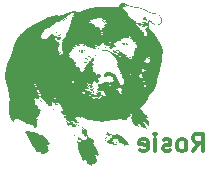
<source format=gbr>
%TF.GenerationSoftware,KiCad,Pcbnew,8.0.0*%
%TF.CreationDate,2025-02-12T14:58:41-08:00*%
%TF.ProjectId,HempCrete,48656d70-4372-4657-9465-2e6b69636164,rev?*%
%TF.SameCoordinates,Original*%
%TF.FileFunction,Legend,Bot*%
%TF.FilePolarity,Positive*%
%FSLAX46Y46*%
G04 Gerber Fmt 4.6, Leading zero omitted, Abs format (unit mm)*
G04 Created by KiCad (PCBNEW 8.0.0) date 2025-02-12 14:58:41*
%MOMM*%
%LPD*%
G01*
G04 APERTURE LIST*
%ADD10C,0.300000*%
%ADD11C,0.000000*%
G04 APERTURE END LIST*
D10*
X192644346Y-113592828D02*
X193144346Y-112878542D01*
X193501489Y-113592828D02*
X193501489Y-112092828D01*
X193501489Y-112092828D02*
X192930060Y-112092828D01*
X192930060Y-112092828D02*
X192787203Y-112164257D01*
X192787203Y-112164257D02*
X192715774Y-112235685D01*
X192715774Y-112235685D02*
X192644346Y-112378542D01*
X192644346Y-112378542D02*
X192644346Y-112592828D01*
X192644346Y-112592828D02*
X192715774Y-112735685D01*
X192715774Y-112735685D02*
X192787203Y-112807114D01*
X192787203Y-112807114D02*
X192930060Y-112878542D01*
X192930060Y-112878542D02*
X193501489Y-112878542D01*
X191787203Y-113592828D02*
X191930060Y-113521400D01*
X191930060Y-113521400D02*
X192001489Y-113449971D01*
X192001489Y-113449971D02*
X192072917Y-113307114D01*
X192072917Y-113307114D02*
X192072917Y-112878542D01*
X192072917Y-112878542D02*
X192001489Y-112735685D01*
X192001489Y-112735685D02*
X191930060Y-112664257D01*
X191930060Y-112664257D02*
X191787203Y-112592828D01*
X191787203Y-112592828D02*
X191572917Y-112592828D01*
X191572917Y-112592828D02*
X191430060Y-112664257D01*
X191430060Y-112664257D02*
X191358632Y-112735685D01*
X191358632Y-112735685D02*
X191287203Y-112878542D01*
X191287203Y-112878542D02*
X191287203Y-113307114D01*
X191287203Y-113307114D02*
X191358632Y-113449971D01*
X191358632Y-113449971D02*
X191430060Y-113521400D01*
X191430060Y-113521400D02*
X191572917Y-113592828D01*
X191572917Y-113592828D02*
X191787203Y-113592828D01*
X190715774Y-113521400D02*
X190572917Y-113592828D01*
X190572917Y-113592828D02*
X190287203Y-113592828D01*
X190287203Y-113592828D02*
X190144346Y-113521400D01*
X190144346Y-113521400D02*
X190072917Y-113378542D01*
X190072917Y-113378542D02*
X190072917Y-113307114D01*
X190072917Y-113307114D02*
X190144346Y-113164257D01*
X190144346Y-113164257D02*
X190287203Y-113092828D01*
X190287203Y-113092828D02*
X190501489Y-113092828D01*
X190501489Y-113092828D02*
X190644346Y-113021400D01*
X190644346Y-113021400D02*
X190715774Y-112878542D01*
X190715774Y-112878542D02*
X190715774Y-112807114D01*
X190715774Y-112807114D02*
X190644346Y-112664257D01*
X190644346Y-112664257D02*
X190501489Y-112592828D01*
X190501489Y-112592828D02*
X190287203Y-112592828D01*
X190287203Y-112592828D02*
X190144346Y-112664257D01*
X189430060Y-113592828D02*
X189430060Y-112592828D01*
X189430060Y-112092828D02*
X189501488Y-112164257D01*
X189501488Y-112164257D02*
X189430060Y-112235685D01*
X189430060Y-112235685D02*
X189358631Y-112164257D01*
X189358631Y-112164257D02*
X189430060Y-112092828D01*
X189430060Y-112092828D02*
X189430060Y-112235685D01*
X188144345Y-113521400D02*
X188287202Y-113592828D01*
X188287202Y-113592828D02*
X188572917Y-113592828D01*
X188572917Y-113592828D02*
X188715774Y-113521400D01*
X188715774Y-113521400D02*
X188787202Y-113378542D01*
X188787202Y-113378542D02*
X188787202Y-112807114D01*
X188787202Y-112807114D02*
X188715774Y-112664257D01*
X188715774Y-112664257D02*
X188572917Y-112592828D01*
X188572917Y-112592828D02*
X188287202Y-112592828D01*
X188287202Y-112592828D02*
X188144345Y-112664257D01*
X188144345Y-112664257D02*
X188072917Y-112807114D01*
X188072917Y-112807114D02*
X188072917Y-112949971D01*
X188072917Y-112949971D02*
X188787202Y-113092828D01*
X185223880Y-107100556D02*
X185369023Y-107027985D01*
X185369023Y-107027985D02*
X185586737Y-107027985D01*
X185586737Y-107027985D02*
X185804451Y-107100556D01*
X185804451Y-107100556D02*
X185949594Y-107245699D01*
X185949594Y-107245699D02*
X186022165Y-107390842D01*
X186022165Y-107390842D02*
X186094737Y-107681128D01*
X186094737Y-107681128D02*
X186094737Y-107898842D01*
X186094737Y-107898842D02*
X186022165Y-108189128D01*
X186022165Y-108189128D02*
X185949594Y-108334271D01*
X185949594Y-108334271D02*
X185804451Y-108479414D01*
X185804451Y-108479414D02*
X185586737Y-108551985D01*
X185586737Y-108551985D02*
X185441594Y-108551985D01*
X185441594Y-108551985D02*
X185223880Y-108479414D01*
X185223880Y-108479414D02*
X185151308Y-108406842D01*
X185151308Y-108406842D02*
X185151308Y-107898842D01*
X185151308Y-107898842D02*
X185441594Y-107898842D01*
X184280451Y-107027985D02*
X184280451Y-107390842D01*
X184643308Y-107245699D02*
X184280451Y-107390842D01*
X184280451Y-107390842D02*
X183917594Y-107245699D01*
X184498165Y-107681128D02*
X184280451Y-107390842D01*
X184280451Y-107390842D02*
X184062737Y-107681128D01*
X183119308Y-107027985D02*
X183119308Y-107390842D01*
X183482165Y-107245699D02*
X183119308Y-107390842D01*
X183119308Y-107390842D02*
X182756451Y-107245699D01*
X183337022Y-107681128D02*
X183119308Y-107390842D01*
X183119308Y-107390842D02*
X182901594Y-107681128D01*
X181958165Y-107027985D02*
X181958165Y-107390842D01*
X182321022Y-107245699D02*
X181958165Y-107390842D01*
X181958165Y-107390842D02*
X181595308Y-107245699D01*
X182175879Y-107681128D02*
X181958165Y-107390842D01*
X181958165Y-107390842D02*
X181740451Y-107681128D01*
D11*
%TO.C,G\u002A\u002A\u002A*%
G36*
X184096564Y-114824683D02*
G01*
X184089837Y-114831409D01*
X184083110Y-114824683D01*
X184089837Y-114817956D01*
X184096564Y-114824683D01*
G37*
G36*
X183624670Y-111774309D02*
G01*
X183633970Y-111786141D01*
X183628340Y-111791136D01*
X183600478Y-111788322D01*
X183585942Y-111786559D01*
X183565622Y-111788486D01*
X183564472Y-111800743D01*
X183563843Y-111808881D01*
X183563471Y-111813684D01*
X183541654Y-111815315D01*
X183534491Y-111814513D01*
X183519386Y-111817669D01*
X183512714Y-111834522D01*
X183511551Y-111858036D01*
X183510877Y-111871664D01*
X183510550Y-111883405D01*
X183505274Y-111918823D01*
X183493913Y-111928841D01*
X183485684Y-111927822D01*
X183477630Y-111933300D01*
X183487004Y-111945657D01*
X183487574Y-111946408D01*
X183512427Y-111961671D01*
X183528004Y-111968569D01*
X183538803Y-111970511D01*
X183535810Y-111965837D01*
X183605515Y-111965837D01*
X183608276Y-111969864D01*
X183619762Y-111979291D01*
X183621105Y-111978941D01*
X183625695Y-111965837D01*
X183625147Y-111962150D01*
X183611448Y-111952384D01*
X183606582Y-111953440D01*
X183605515Y-111965837D01*
X183535810Y-111965837D01*
X183531440Y-111959012D01*
X183524549Y-111946956D01*
X183524732Y-111945657D01*
X183544975Y-111945657D01*
X183551701Y-111952384D01*
X183558428Y-111945657D01*
X183551701Y-111938931D01*
X183544975Y-111945657D01*
X183524732Y-111945657D01*
X183526630Y-111932204D01*
X183571881Y-111932204D01*
X183578608Y-111938931D01*
X183585335Y-111932204D01*
X183578608Y-111925477D01*
X183571881Y-111932204D01*
X183526630Y-111932204D01*
X183528699Y-111917544D01*
X183534276Y-111902735D01*
X183535186Y-111870772D01*
X183534611Y-111864618D01*
X183541537Y-111851213D01*
X183561302Y-111851213D01*
X183562912Y-111867179D01*
X183566959Y-111869284D01*
X183571881Y-111858210D01*
X183570910Y-111851088D01*
X183562912Y-111849241D01*
X183561302Y-111851213D01*
X183541537Y-111851213D01*
X183546222Y-111842145D01*
X183571531Y-111823405D01*
X183600434Y-111814208D01*
X183622829Y-111820365D01*
X183629574Y-111833976D01*
X183617109Y-111855264D01*
X183615306Y-111857091D01*
X183614584Y-111858210D01*
X183604172Y-111874348D01*
X183614611Y-111886866D01*
X183622046Y-111892817D01*
X183619693Y-111898364D01*
X183618171Y-111901592D01*
X183628764Y-111918661D01*
X183640713Y-111932204D01*
X183652406Y-111945456D01*
X183652587Y-111945657D01*
X183667390Y-111962141D01*
X183669960Y-111965837D01*
X183683990Y-111986018D01*
X183685258Y-111987842D01*
X183687947Y-112002243D01*
X183683666Y-112004945D01*
X183668687Y-111998905D01*
X183668548Y-111998715D01*
X183653457Y-111997930D01*
X183649367Y-112001039D01*
X183636681Y-112010682D01*
X183629539Y-112016111D01*
X183615556Y-112031233D01*
X183609664Y-112043564D01*
X183622140Y-112046558D01*
X183636369Y-112049632D01*
X183628386Y-112062702D01*
X183620846Y-112071922D01*
X183612448Y-112092972D01*
X183613910Y-112098030D01*
X183623019Y-112090787D01*
X183635270Y-112082426D01*
X183663022Y-112082227D01*
X183680275Y-112089770D01*
X183685653Y-112101313D01*
X183680038Y-112105742D01*
X183658898Y-112105071D01*
X183648010Y-112103673D01*
X183639148Y-112117673D01*
X183641435Y-112127853D01*
X183659328Y-112145597D01*
X183670841Y-112154991D01*
X183679509Y-112181002D01*
X183685665Y-112200845D01*
X183686234Y-112201272D01*
X183701183Y-112212483D01*
X183713142Y-112221452D01*
X183721965Y-112225371D01*
X183742070Y-112240911D01*
X183742301Y-112241632D01*
X183746721Y-112255411D01*
X183732528Y-112261812D01*
X183727389Y-112263137D01*
X183727162Y-112276183D01*
X183732453Y-112281529D01*
X183736875Y-112281992D01*
X183753750Y-112283759D01*
X183753860Y-112283717D01*
X183771112Y-112285328D01*
X183779387Y-112308378D01*
X183779484Y-112355085D01*
X183779356Y-112358274D01*
X183778729Y-112373936D01*
X183781161Y-112387864D01*
X183789207Y-112378714D01*
X183794449Y-112371242D01*
X183805685Y-112368472D01*
X183823979Y-112381033D01*
X183854500Y-112411525D01*
X183870532Y-112427523D01*
X183873710Y-112429979D01*
X183904810Y-112454016D01*
X183927873Y-112458948D01*
X183943246Y-112459203D01*
X183946534Y-112470340D01*
X183949638Y-112480852D01*
X183951823Y-112496694D01*
X183956834Y-112495838D01*
X183969862Y-112486308D01*
X183998039Y-112488377D01*
X184019287Y-112497246D01*
X184032275Y-112502667D01*
X184060831Y-112524153D01*
X184064370Y-112526816D01*
X184067747Y-112530323D01*
X184072837Y-112537606D01*
X184085599Y-112555864D01*
X184088015Y-112574187D01*
X184085208Y-112580867D01*
X184094577Y-112579195D01*
X184101038Y-112578116D01*
X184125835Y-112585728D01*
X184157316Y-112602531D01*
X184175392Y-112615456D01*
X184185893Y-112622965D01*
X184198641Y-112637631D01*
X184201976Y-112641468D01*
X184204789Y-112644857D01*
X184220872Y-112643239D01*
X184227461Y-112640571D01*
X184225291Y-112650471D01*
X184223101Y-112658687D01*
X184222366Y-112661446D01*
X184225336Y-112669898D01*
X184230672Y-112685081D01*
X184237319Y-112701108D01*
X184238986Y-112710258D01*
X184243528Y-112735183D01*
X184247639Y-112778700D01*
X184248428Y-112799154D01*
X184249404Y-112824433D01*
X184248944Y-112847034D01*
X184248575Y-112865152D01*
X184244904Y-112893629D01*
X184238142Y-112902636D01*
X184234060Y-112900306D01*
X184227734Y-112882350D01*
X184228063Y-112877114D01*
X184217644Y-112867215D01*
X184211590Y-112869342D01*
X184204191Y-112886972D01*
X184200731Y-112897903D01*
X184181675Y-112898090D01*
X184165828Y-112896241D01*
X184168222Y-112913066D01*
X184172536Y-112926798D01*
X184177284Y-112957201D01*
X184180275Y-112968032D01*
X184197886Y-112969815D01*
X184200796Y-112969036D01*
X184225785Y-112976974D01*
X184258032Y-113005372D01*
X184258408Y-113005786D01*
X184258755Y-113006233D01*
X184288953Y-113045105D01*
X184291857Y-113054686D01*
X184296903Y-113071335D01*
X184282570Y-113085491D01*
X184280100Y-113087442D01*
X184280877Y-113089195D01*
X184286019Y-113100799D01*
X184308869Y-113120729D01*
X184315001Y-113125322D01*
X184319095Y-113129556D01*
X184338511Y-113149633D01*
X184343926Y-113169038D01*
X184342360Y-113177887D01*
X184351808Y-113196594D01*
X184358960Y-113207460D01*
X184358040Y-113233180D01*
X184355350Y-113252043D01*
X184367355Y-113254546D01*
X184382669Y-113258934D01*
X184400549Y-113279096D01*
X184412512Y-113305052D01*
X184411853Y-113326030D01*
X184410177Y-113330032D01*
X184418395Y-113338083D01*
X184429843Y-113346701D01*
X184440916Y-113372072D01*
X184451800Y-113396515D01*
X184473594Y-113418983D01*
X184476747Y-113421020D01*
X184494858Y-113446522D01*
X184507016Y-113486802D01*
X184509702Y-113500890D01*
X184517261Y-113527239D01*
X184523807Y-113534181D01*
X184528104Y-113531575D01*
X184543864Y-113536844D01*
X184556832Y-113554465D01*
X184558387Y-113573518D01*
X184558467Y-113574501D01*
X184556981Y-113584055D01*
X184567432Y-113593698D01*
X184575137Y-113596915D01*
X184575543Y-113615123D01*
X184574174Y-113629031D01*
X184588840Y-113640784D01*
X184591417Y-113642849D01*
X184602320Y-113649256D01*
X184615815Y-113673140D01*
X184616555Y-113681145D01*
X184618449Y-113701619D01*
X184616170Y-113705809D01*
X184607550Y-113721655D01*
X184601624Y-113730011D01*
X184602598Y-113733837D01*
X184608229Y-113755955D01*
X184615299Y-113773770D01*
X184608266Y-113782045D01*
X184604640Y-113781580D01*
X184594339Y-113768592D01*
X184593963Y-113765389D01*
X184581308Y-113755138D01*
X184575741Y-113757995D01*
X184576021Y-113775318D01*
X184581656Y-113784662D01*
X184601690Y-113795498D01*
X184608856Y-113798111D01*
X184614341Y-113813436D01*
X184615853Y-113817659D01*
X184615888Y-113859568D01*
X184613468Y-113887844D01*
X184602484Y-113936759D01*
X184601419Y-113941501D01*
X184580624Y-113970294D01*
X184550792Y-113974739D01*
X184548628Y-113974273D01*
X184531420Y-113972688D01*
X184538290Y-113980807D01*
X184548928Y-113992203D01*
X184536160Y-114001258D01*
X184520846Y-114000295D01*
X184507869Y-113976224D01*
X184498828Y-113954901D01*
X184484451Y-113943486D01*
X184477863Y-113941396D01*
X184471173Y-113936759D01*
X184567432Y-113936759D01*
X184574159Y-113943486D01*
X184580886Y-113936759D01*
X184574159Y-113930032D01*
X184567432Y-113936759D01*
X184471173Y-113936759D01*
X184454523Y-113925218D01*
X184425342Y-113898275D01*
X184412583Y-113885924D01*
X184379609Y-113859615D01*
X184353353Y-113845721D01*
X184339530Y-113843411D01*
X184327953Y-113851476D01*
X184327521Y-113856039D01*
X184325271Y-113879782D01*
X184331440Y-113914672D01*
X184336007Y-113923306D01*
X184348413Y-113946758D01*
X184363046Y-113968694D01*
X184373508Y-114001631D01*
X184376026Y-114024206D01*
X184376438Y-114027904D01*
X184385164Y-114065951D01*
X184396525Y-114091331D01*
X184407966Y-114096979D01*
X184414425Y-114101544D01*
X184411244Y-114126191D01*
X184408665Y-114137509D01*
X184408723Y-114155726D01*
X184421406Y-114155703D01*
X184434402Y-114155622D01*
X184442926Y-114175824D01*
X184446824Y-114192870D01*
X184461092Y-114213349D01*
X184467951Y-114220890D01*
X184469248Y-114243960D01*
X184466996Y-114254974D01*
X184474038Y-114268869D01*
X184480095Y-114282269D01*
X184475307Y-114313462D01*
X184472371Y-114326764D01*
X184467747Y-114371402D01*
X184467716Y-114420175D01*
X184468130Y-114430909D01*
X184465896Y-114473458D01*
X184458681Y-114508496D01*
X184448312Y-114529560D01*
X184436618Y-114530186D01*
X184435457Y-114521937D01*
X184446338Y-114501819D01*
X184450028Y-114497289D01*
X184456059Y-114485976D01*
X184441528Y-114489479D01*
X184430228Y-114495519D01*
X184419445Y-114509967D01*
X184416645Y-114515863D01*
X184397826Y-114521981D01*
X184387112Y-114524569D01*
X184383191Y-114540183D01*
X184381307Y-114557621D01*
X184363878Y-114580902D01*
X184348504Y-114599117D01*
X184345673Y-114616514D01*
X184344209Y-114624772D01*
X184324626Y-114629609D01*
X184305228Y-114633598D01*
X184303230Y-114649789D01*
X184305344Y-114660107D01*
X184297942Y-114669969D01*
X184289733Y-114676600D01*
X184284483Y-114700239D01*
X184284136Y-114710781D01*
X184280037Y-114721812D01*
X184267666Y-114709495D01*
X184256371Y-114697951D01*
X184226338Y-114679112D01*
X184213119Y-114670484D01*
X184208934Y-114650106D01*
X184210712Y-114639880D01*
X184201524Y-114621234D01*
X184194602Y-114618280D01*
X184196179Y-114627530D01*
X184198809Y-114634649D01*
X184189962Y-114643062D01*
X184181694Y-114638044D01*
X184181182Y-114616155D01*
X184183439Y-114600024D01*
X184178456Y-114589248D01*
X184173371Y-114584163D01*
X184162318Y-114559587D01*
X184150247Y-114521502D01*
X184142663Y-114496927D01*
X184127432Y-114459747D01*
X184113544Y-114438606D01*
X184103477Y-114426819D01*
X184110620Y-114413982D01*
X184118514Y-114404199D01*
X184112516Y-114379161D01*
X184109818Y-114373609D01*
X184097013Y-114340087D01*
X184084487Y-114298831D01*
X184081959Y-114290112D01*
X184064084Y-114246050D01*
X184042825Y-114211384D01*
X184018804Y-114182744D01*
X183990314Y-114149100D01*
X183964868Y-114119281D01*
X183959381Y-114166279D01*
X183959381Y-114198050D01*
X183978054Y-114249912D01*
X183994989Y-114283395D01*
X184002301Y-114313824D01*
X184007196Y-114338120D01*
X184023333Y-114371001D01*
X184035846Y-114391586D01*
X184037383Y-114400901D01*
X184036233Y-114402903D01*
X184039383Y-114422049D01*
X184049543Y-114454902D01*
X184054137Y-114468033D01*
X184065264Y-114500912D01*
X184070738Y-114518805D01*
X184074540Y-114531448D01*
X184084345Y-114558861D01*
X184089726Y-114581190D01*
X184089285Y-114589248D01*
X184088216Y-114608802D01*
X184087585Y-114611090D01*
X184094379Y-114634633D01*
X184118075Y-114663298D01*
X184128368Y-114673190D01*
X184140415Y-114688574D01*
X184130759Y-114688503D01*
X184119581Y-114685013D01*
X184110999Y-114690102D01*
X184114130Y-114709535D01*
X184114986Y-114714844D01*
X184117818Y-114739502D01*
X184115665Y-114742694D01*
X184110273Y-114750689D01*
X184102304Y-114755736D01*
X184096564Y-114777596D01*
X184094041Y-114793235D01*
X184083110Y-114804503D01*
X184079423Y-114803955D01*
X184069657Y-114790255D01*
X184068412Y-114785189D01*
X184055550Y-114784726D01*
X184048972Y-114793283D01*
X184057306Y-114815790D01*
X184057507Y-114818778D01*
X184042701Y-114805078D01*
X184016056Y-114777596D01*
X183996420Y-114758232D01*
X184031877Y-114758232D01*
X184034737Y-114762789D01*
X184056203Y-114750689D01*
X184065666Y-114742694D01*
X184060361Y-114737442D01*
X184055671Y-114737898D01*
X184036023Y-114750689D01*
X184031877Y-114758232D01*
X183996420Y-114758232D01*
X183989851Y-114751754D01*
X183964516Y-114732991D01*
X183952639Y-114733872D01*
X183948016Y-114742030D01*
X183926972Y-114749590D01*
X183890916Y-114738534D01*
X183854548Y-114717850D01*
X183908216Y-114717850D01*
X183908566Y-114719192D01*
X183921670Y-114723782D01*
X183925357Y-114723235D01*
X183935123Y-114709535D01*
X183934067Y-114704669D01*
X183921670Y-114703602D01*
X183917643Y-114706364D01*
X183908216Y-114717850D01*
X183854548Y-114717850D01*
X183838041Y-114708462D01*
X183816136Y-114693584D01*
X183785689Y-114666229D01*
X183779915Y-114646225D01*
X183782799Y-114637261D01*
X183778343Y-114633484D01*
X183757095Y-114645453D01*
X183738413Y-114654380D01*
X183709118Y-114659379D01*
X183687858Y-114653839D01*
X183683308Y-114638569D01*
X183683760Y-114629579D01*
X183671418Y-114609429D01*
X183666590Y-114603621D01*
X183658129Y-114582251D01*
X184059078Y-114582251D01*
X184060688Y-114598217D01*
X184064734Y-114600322D01*
X184069657Y-114589248D01*
X184068686Y-114582126D01*
X184060688Y-114580280D01*
X184059078Y-114582251D01*
X183658129Y-114582251D01*
X183655305Y-114575118D01*
X183647809Y-114535435D01*
X183643065Y-114495024D01*
X183632690Y-114427953D01*
X183621459Y-114378910D01*
X183610282Y-114352324D01*
X183609130Y-114350469D01*
X183601599Y-114326575D01*
X183593167Y-114285063D01*
X183585453Y-114233663D01*
X183576792Y-114173196D01*
X183566685Y-114126213D01*
X183555982Y-114105379D01*
X183543909Y-114110291D01*
X183529689Y-114140544D01*
X183512547Y-114195737D01*
X183495271Y-114244401D01*
X183470344Y-114292752D01*
X183442952Y-114330184D01*
X183416735Y-114351822D01*
X183395331Y-114352790D01*
X183393013Y-114351974D01*
X183373517Y-114358639D01*
X183347633Y-114379319D01*
X183336104Y-114390324D01*
X183311402Y-114406094D01*
X183295280Y-114397941D01*
X183283229Y-114364852D01*
X183269814Y-114329861D01*
X183248106Y-114292018D01*
X183247550Y-114291232D01*
X183229552Y-114259264D01*
X183222093Y-114233226D01*
X183219685Y-114221801D01*
X183206354Y-114220693D01*
X183196940Y-114222457D01*
X183200624Y-114204670D01*
X183200730Y-114204398D01*
X183208808Y-114181928D01*
X183211264Y-114163799D01*
X183210233Y-114134403D01*
X183205949Y-114116224D01*
X183195186Y-114111653D01*
X183190000Y-114113784D01*
X183181733Y-114106143D01*
X183177561Y-114099747D01*
X183158190Y-114100432D01*
X183150606Y-114102852D01*
X183145265Y-114101659D01*
X183161532Y-114087656D01*
X183176869Y-114071219D01*
X183178434Y-114056783D01*
X183178085Y-114056466D01*
X183163043Y-114059112D01*
X183141458Y-114077921D01*
X183140702Y-114078793D01*
X183122252Y-114098924D01*
X183115444Y-114099198D01*
X183114466Y-114080078D01*
X183118203Y-114062466D01*
X183135767Y-114051113D01*
X183145842Y-114048700D01*
X183150902Y-114034296D01*
X183147303Y-114027998D01*
X183129770Y-114020787D01*
X183121911Y-114018750D01*
X183121474Y-114017209D01*
X183171154Y-114017209D01*
X183172764Y-114033175D01*
X183176811Y-114035280D01*
X183181733Y-114024206D01*
X183180762Y-114017084D01*
X183172764Y-114015237D01*
X183171154Y-114017209D01*
X183121474Y-114017209D01*
X183116766Y-114000606D01*
X183117846Y-113973257D01*
X183111642Y-113940550D01*
X183094286Y-113930032D01*
X183081610Y-113924047D01*
X183081352Y-113923306D01*
X183141373Y-113923306D01*
X183148100Y-113930032D01*
X183154826Y-113923306D01*
X183148100Y-113916579D01*
X183141373Y-113923306D01*
X183081352Y-113923306D01*
X183073160Y-113899762D01*
X183072513Y-113885070D01*
X183069222Y-113878120D01*
X183059461Y-113896399D01*
X183053142Y-113905787D01*
X183050747Y-113895068D01*
X183053405Y-113859532D01*
X183053746Y-113856039D01*
X183060653Y-113856039D01*
X183067379Y-113862765D01*
X183074106Y-113856039D01*
X184298364Y-113856039D01*
X184305091Y-113862765D01*
X184311818Y-113856039D01*
X184305091Y-113849312D01*
X184298364Y-113856039D01*
X183074106Y-113856039D01*
X183067379Y-113849312D01*
X183060653Y-113856039D01*
X183053746Y-113856039D01*
X183054724Y-113846021D01*
X183055169Y-113817483D01*
X184569812Y-113817483D01*
X184580886Y-113822405D01*
X184588008Y-113821434D01*
X184589855Y-113813436D01*
X184587883Y-113811826D01*
X184571917Y-113813436D01*
X184569812Y-113817483D01*
X183055169Y-113817483D01*
X183055265Y-113811304D01*
X183046953Y-113790524D01*
X183026744Y-113773901D01*
X183004197Y-113751547D01*
X182997442Y-113733489D01*
X183022406Y-113733489D01*
X183025618Y-113751495D01*
X183030210Y-113751286D01*
X183032684Y-113733837D01*
X183030529Y-113720613D01*
X183024556Y-113725709D01*
X183022406Y-113733489D01*
X182997442Y-113733489D01*
X182993386Y-113722648D01*
X182991783Y-113709856D01*
X184583265Y-113709856D01*
X184594339Y-113714778D01*
X184601461Y-113713807D01*
X184603308Y-113705809D01*
X184601336Y-113704199D01*
X184585370Y-113705809D01*
X184583265Y-113709856D01*
X182991783Y-113709856D01*
X182990965Y-113703333D01*
X182980674Y-113681145D01*
X184567432Y-113681145D01*
X184574159Y-113687871D01*
X184580886Y-113681145D01*
X184574159Y-113674418D01*
X184567432Y-113681145D01*
X182980674Y-113681145D01*
X182980151Y-113680018D01*
X182976020Y-113672970D01*
X182968544Y-113643432D01*
X182968280Y-113640784D01*
X182979932Y-113640784D01*
X182986659Y-113647511D01*
X182993386Y-113640784D01*
X182986659Y-113634058D01*
X182979932Y-113640784D01*
X182968280Y-113640784D01*
X182964495Y-113602766D01*
X182963144Y-113582113D01*
X182961817Y-113573518D01*
X184500165Y-113573518D01*
X184506892Y-113580244D01*
X184513619Y-113573518D01*
X184506892Y-113566791D01*
X184500165Y-113573518D01*
X182961817Y-113573518D01*
X182957915Y-113548249D01*
X182950823Y-113531796D01*
X182943689Y-113519893D01*
X182939572Y-113492003D01*
X182936867Y-113470665D01*
X182928367Y-113459164D01*
X182926485Y-113458892D01*
X182919428Y-113445460D01*
X182921594Y-113419728D01*
X182932326Y-113392737D01*
X182937142Y-113380658D01*
X182924962Y-113381151D01*
X182921439Y-113382130D01*
X182911896Y-113376698D01*
X182906763Y-113353593D01*
X182904770Y-113308231D01*
X182902731Y-113272072D01*
X182896837Y-113236261D01*
X182888664Y-113218798D01*
X182882362Y-113212039D01*
X182885530Y-113190466D01*
X182889899Y-113178520D01*
X182885381Y-113149031D01*
X182881939Y-113129556D01*
X182912665Y-113129556D01*
X182919392Y-113136282D01*
X182926119Y-113129556D01*
X182919392Y-113122829D01*
X182912665Y-113129556D01*
X182881939Y-113129556D01*
X182881700Y-113128205D01*
X182898963Y-113099288D01*
X182906543Y-113089195D01*
X183033746Y-113089195D01*
X183040472Y-113095922D01*
X183047199Y-113089195D01*
X183040472Y-113082469D01*
X183033746Y-113089195D01*
X182906543Y-113089195D01*
X182914604Y-113078462D01*
X182917461Y-113064842D01*
X182920700Y-113051677D01*
X182922360Y-113049629D01*
X182953025Y-113049629D01*
X182953375Y-113050972D01*
X182966479Y-113055562D01*
X182970166Y-113055014D01*
X182979932Y-113041315D01*
X182978876Y-113036449D01*
X182966479Y-113035382D01*
X182962453Y-113038143D01*
X182953025Y-113049629D01*
X182922360Y-113049629D01*
X182938451Y-113029776D01*
X182938660Y-113029531D01*
X184247849Y-113029531D01*
X184251062Y-113041315D01*
X184251278Y-113042109D01*
X184254042Y-113046091D01*
X184266319Y-113055562D01*
X184268159Y-113054686D01*
X184264731Y-113042109D01*
X184261967Y-113038126D01*
X184249690Y-113028655D01*
X184247849Y-113029531D01*
X182938660Y-113029531D01*
X182955097Y-113010279D01*
X184206570Y-113010279D01*
X184217644Y-113015202D01*
X184224766Y-113014231D01*
X184226613Y-113006233D01*
X184224641Y-113004623D01*
X184208675Y-113006233D01*
X184206570Y-113010279D01*
X182955097Y-113010279D01*
X182957835Y-113007072D01*
X182966479Y-112989864D01*
X182961625Y-112980701D01*
X182940516Y-112971265D01*
X182914576Y-112969737D01*
X182897061Y-112978321D01*
X182892337Y-112984648D01*
X182883127Y-112987905D01*
X182878727Y-112980926D01*
X182860007Y-112944733D01*
X182854094Y-112920399D01*
X182861105Y-112911796D01*
X182881157Y-112922792D01*
X182893926Y-112930890D01*
X182899212Y-112922675D01*
X182898616Y-112918165D01*
X182885759Y-112905893D01*
X182884777Y-112905766D01*
X182858852Y-112900848D01*
X182857808Y-112900592D01*
X182832233Y-112895803D01*
X182826859Y-112886314D01*
X182834832Y-112859524D01*
X182838376Y-112851373D01*
X182843531Y-112827515D01*
X182832400Y-112813682D01*
X182822901Y-112809484D01*
X182797150Y-112808982D01*
X182786622Y-112808112D01*
X182787409Y-112787557D01*
X182794874Y-112769187D01*
X182809336Y-112760454D01*
X182823035Y-112776404D01*
X182827437Y-112782426D01*
X182830883Y-112769677D01*
X182833713Y-112757272D01*
X182846967Y-112746134D01*
X182855476Y-112753937D01*
X182855562Y-112779752D01*
X182855786Y-112805831D01*
X182868445Y-112836929D01*
X182879115Y-112848311D01*
X182879148Y-112847034D01*
X183074106Y-112847034D01*
X183080833Y-112853761D01*
X183087559Y-112847034D01*
X183080833Y-112840308D01*
X183074106Y-112847034D01*
X182879148Y-112847034D01*
X182879236Y-112843671D01*
X182877665Y-112834280D01*
X182892485Y-112826854D01*
X182902734Y-112824760D01*
X182905803Y-112813182D01*
X182900898Y-112808359D01*
X182881466Y-112808612D01*
X182875016Y-112811573D01*
X182876425Y-112805832D01*
X182878407Y-112803998D01*
X182902716Y-112794720D01*
X182937235Y-112791261D01*
X182969878Y-112793926D01*
X182988556Y-112803018D01*
X182989941Y-112811490D01*
X182972049Y-112808163D01*
X182966593Y-112806141D01*
X182954358Y-112804008D01*
X182963784Y-112815967D01*
X182982623Y-112827496D01*
X183011309Y-112833621D01*
X183036429Y-112830946D01*
X183047199Y-112819070D01*
X183048621Y-112814122D01*
X183055463Y-112807468D01*
X183087559Y-112807468D01*
X183087909Y-112808811D01*
X183101013Y-112813401D01*
X183104700Y-112812853D01*
X183114466Y-112799154D01*
X183113410Y-112794288D01*
X183101013Y-112793221D01*
X183096987Y-112795982D01*
X183087559Y-112807468D01*
X183055463Y-112807468D01*
X183066243Y-112796983D01*
X183095571Y-112780259D01*
X183125888Y-112769303D01*
X183146478Y-112769469D01*
X183152824Y-112769311D01*
X183150353Y-112751704D01*
X183145834Y-112737954D01*
X183147905Y-112735003D01*
X183163330Y-112752861D01*
X183185353Y-112779768D01*
X183175020Y-112752861D01*
X183169643Y-112734792D01*
X183165647Y-112702411D01*
X183162174Y-112688418D01*
X183140537Y-112678867D01*
X183125679Y-112676157D01*
X183114466Y-112663766D01*
X183111239Y-112655885D01*
X183095484Y-112664420D01*
X183082458Y-112672325D01*
X183067647Y-112665848D01*
X183063597Y-112661053D01*
X183047679Y-112658390D01*
X183040752Y-112658898D01*
X183028524Y-112644304D01*
X183022211Y-112634653D01*
X183006281Y-112632125D01*
X182999938Y-112640619D01*
X183009549Y-112662073D01*
X183017486Y-112673954D01*
X183013566Y-112677260D01*
X182969514Y-112655832D01*
X182934432Y-112632109D01*
X182931634Y-112628090D01*
X183087559Y-112628090D01*
X183088174Y-112632917D01*
X183096412Y-112634139D01*
X183105040Y-112632086D01*
X183125521Y-112641987D01*
X183134523Y-112649006D01*
X183139271Y-112648533D01*
X183132200Y-112633782D01*
X183162033Y-112633782D01*
X183167279Y-112648533D01*
X183168931Y-112653177D01*
X183183415Y-112674876D01*
X183190367Y-112676246D01*
X183185751Y-112656480D01*
X183183077Y-112641722D01*
X183196264Y-112645184D01*
X183205126Y-112649405D01*
X183204887Y-112644759D01*
X183199519Y-112640230D01*
X183174795Y-112630365D01*
X183173300Y-112630164D01*
X183162033Y-112633782D01*
X183132200Y-112633782D01*
X183129447Y-112628040D01*
X183111888Y-112608346D01*
X183095017Y-112608065D01*
X183087559Y-112628090D01*
X182931634Y-112628090D01*
X182918754Y-112609590D01*
X182915427Y-112604873D01*
X183006839Y-112604873D01*
X183013566Y-112611600D01*
X183018487Y-112606678D01*
X183197566Y-112606678D01*
X183208640Y-112611600D01*
X183215762Y-112610629D01*
X183217609Y-112602631D01*
X183215637Y-112601021D01*
X183199671Y-112602631D01*
X183198505Y-112604873D01*
X183197566Y-112606678D01*
X183018487Y-112606678D01*
X183020292Y-112604873D01*
X183013566Y-112598147D01*
X183006839Y-112604873D01*
X182915427Y-112604873D01*
X182906395Y-112592068D01*
X182880734Y-112577967D01*
X183087559Y-112577967D01*
X183094286Y-112584693D01*
X183101013Y-112577967D01*
X183094286Y-112571240D01*
X183087559Y-112577967D01*
X182880734Y-112577967D01*
X182878135Y-112576539D01*
X182855521Y-112567788D01*
X182855017Y-112567002D01*
X182893566Y-112567002D01*
X182912665Y-112569116D01*
X182931172Y-112567240D01*
X182929482Y-112562330D01*
X182923392Y-112560553D01*
X182895849Y-112562330D01*
X182893566Y-112567002D01*
X182855017Y-112567002D01*
X182846247Y-112553334D01*
X182862215Y-112538852D01*
X182865626Y-112535623D01*
X182848762Y-112538637D01*
X182826307Y-112541370D01*
X182819474Y-112534438D01*
X182830083Y-112522752D01*
X182889402Y-112522752D01*
X182889610Y-112527344D01*
X182907060Y-112529818D01*
X182920284Y-112527663D01*
X182915188Y-112521690D01*
X182907408Y-112519540D01*
X182889402Y-112522752D01*
X182830083Y-112522752D01*
X182832364Y-112520239D01*
X182863388Y-112502683D01*
X182901850Y-112489253D01*
X182930041Y-112491108D01*
X182939572Y-112511821D01*
X182942477Y-112521312D01*
X182954971Y-112527663D01*
X182961299Y-112530880D01*
X183020292Y-112530880D01*
X183020655Y-112534072D01*
X183032952Y-112544333D01*
X183036726Y-112543820D01*
X183044986Y-112537606D01*
X183087559Y-112537606D01*
X183094286Y-112544333D01*
X183101013Y-112537606D01*
X183094286Y-112530880D01*
X183087559Y-112537606D01*
X183044986Y-112537606D01*
X183053926Y-112530880D01*
X183055192Y-112523948D01*
X183041266Y-112517426D01*
X183031243Y-112519073D01*
X183020292Y-112530880D01*
X182961299Y-112530880D01*
X182973311Y-112529517D01*
X182974563Y-112520233D01*
X182960224Y-112496079D01*
X182959617Y-112495146D01*
X182946185Y-112468930D01*
X182944907Y-112453793D01*
X182950700Y-112453652D01*
X182961308Y-112469542D01*
X182970622Y-112484398D01*
X182981598Y-112474831D01*
X182990996Y-112456598D01*
X182987215Y-112441043D01*
X182959752Y-112436706D01*
X182936611Y-112434291D01*
X182927579Y-112422060D01*
X182941047Y-112396346D01*
X182943508Y-112392959D01*
X182951691Y-112384363D01*
X182947990Y-112399709D01*
X182946378Y-112413963D01*
X182959752Y-112423253D01*
X182970567Y-112419573D01*
X182970264Y-112399709D01*
X182967477Y-112391840D01*
X182967950Y-112383359D01*
X182984140Y-112394630D01*
X182991120Y-112400096D01*
X183004295Y-112404901D01*
X183007901Y-112387903D01*
X183009980Y-112375345D01*
X183015900Y-112379981D01*
X183017062Y-112392222D01*
X183006459Y-112416984D01*
X182999828Y-112427276D01*
X183005250Y-112437523D01*
X183033179Y-112445337D01*
X183042364Y-112447339D01*
X183062970Y-112455658D01*
X183058374Y-112465204D01*
X183047771Y-112469581D01*
X183018522Y-112469631D01*
X183006077Y-112468987D01*
X182988674Y-112483392D01*
X182986010Y-112494019D01*
X182990445Y-112505099D01*
X182993387Y-112505364D01*
X183017420Y-112506778D01*
X183053926Y-112508463D01*
X183087775Y-112507994D01*
X183105420Y-112499982D01*
X183112038Y-112480430D01*
X183117140Y-112461592D01*
X183127432Y-112450159D01*
X183134187Y-112456810D01*
X183137780Y-112480430D01*
X183139199Y-112501163D01*
X183145022Y-112523948D01*
X183148217Y-112536450D01*
X183148572Y-112537606D01*
X183153125Y-112552448D01*
X183145069Y-112553344D01*
X183137063Y-112551514D01*
X183123288Y-112563905D01*
X183122154Y-112567240D01*
X183121525Y-112569091D01*
X183123144Y-112577893D01*
X183139266Y-112576124D01*
X183175006Y-112563772D01*
X183185877Y-112559812D01*
X183216448Y-112551988D01*
X183231886Y-112558402D01*
X183238410Y-112577967D01*
X183239417Y-112580986D01*
X183240011Y-112585229D01*
X183237907Y-112602631D01*
X183235429Y-112623118D01*
X183225041Y-112649405D01*
X183218133Y-112666886D01*
X183210958Y-112681508D01*
X183200419Y-112712195D01*
X183201347Y-112729152D01*
X183206424Y-112731951D01*
X183218078Y-112723346D01*
X183223164Y-112716597D01*
X183243143Y-112714696D01*
X183252739Y-112716396D01*
X183254951Y-112714305D01*
X184206570Y-112714305D01*
X184217644Y-112719227D01*
X184224766Y-112718256D01*
X184226613Y-112710258D01*
X184224641Y-112708648D01*
X184208675Y-112710258D01*
X184206570Y-112714305D01*
X183254951Y-112714305D01*
X183262453Y-112707213D01*
X183261830Y-112702741D01*
X183249000Y-112692320D01*
X183239106Y-112687190D01*
X183237709Y-112672140D01*
X183262453Y-112672140D01*
X183269180Y-112678867D01*
X183274102Y-112673945D01*
X183385914Y-112673945D01*
X183396987Y-112678867D01*
X183404110Y-112677896D01*
X183405956Y-112669898D01*
X183403984Y-112668288D01*
X183388018Y-112669898D01*
X183386852Y-112672140D01*
X183385914Y-112673945D01*
X183274102Y-112673945D01*
X183275907Y-112672140D01*
X183269180Y-112665414D01*
X183262453Y-112672140D01*
X183237709Y-112672140D01*
X183237196Y-112666613D01*
X183249462Y-112638507D01*
X183254063Y-112632143D01*
X183265926Y-112626747D01*
X183281994Y-112643217D01*
X183297402Y-112656853D01*
X183315973Y-112658869D01*
X183316712Y-112658687D01*
X183894763Y-112658687D01*
X183901489Y-112665414D01*
X183908216Y-112658687D01*
X183901489Y-112651960D01*
X183894763Y-112658687D01*
X183316712Y-112658687D01*
X183333339Y-112654593D01*
X183370452Y-112651304D01*
X183417768Y-112650296D01*
X183458201Y-112649218D01*
X183492105Y-112644590D01*
X183504614Y-112637102D01*
X183498712Y-112630247D01*
X183476023Y-112632315D01*
X183456578Y-112635581D01*
X183457420Y-112625228D01*
X183471063Y-112616381D01*
X183499465Y-112615194D01*
X183520444Y-112615889D01*
X183523748Y-112612476D01*
X183924968Y-112612476D01*
X183928396Y-112625054D01*
X183931160Y-112629036D01*
X183943438Y-112638507D01*
X183945278Y-112637631D01*
X183943900Y-112632574D01*
X184123470Y-112632574D01*
X184123601Y-112634455D01*
X184131389Y-112637418D01*
X184144935Y-112622975D01*
X184148209Y-112615456D01*
X184139002Y-112617042D01*
X184133026Y-112621195D01*
X184123470Y-112632574D01*
X183943900Y-112632574D01*
X183941850Y-112625054D01*
X183939086Y-112621071D01*
X183926808Y-112611600D01*
X183924968Y-112612476D01*
X183523748Y-112612476D01*
X183531521Y-112604447D01*
X183540254Y-112588816D01*
X183563049Y-112573244D01*
X183586548Y-112568387D01*
X183588407Y-112567844D01*
X183600572Y-112552823D01*
X183608872Y-112537606D01*
X183639148Y-112537606D01*
X183645875Y-112544333D01*
X183652602Y-112537606D01*
X184029297Y-112537606D01*
X184036023Y-112544333D01*
X184042750Y-112537606D01*
X184036023Y-112530880D01*
X184029297Y-112537606D01*
X183652602Y-112537606D01*
X183645875Y-112530880D01*
X183639148Y-112537606D01*
X183608872Y-112537606D01*
X183616210Y-112524153D01*
X183962030Y-112524153D01*
X183968756Y-112530880D01*
X183975483Y-112524153D01*
X183968756Y-112517426D01*
X183962030Y-112524153D01*
X183616210Y-112524153D01*
X183616601Y-112523436D01*
X183620087Y-112516084D01*
X183622978Y-112509138D01*
X183647783Y-112509138D01*
X183649806Y-112513349D01*
X183672782Y-112514804D01*
X183676960Y-112514715D01*
X183694829Y-112512386D01*
X183689343Y-112508103D01*
X183675690Y-112505940D01*
X183648982Y-112508602D01*
X183647783Y-112509138D01*
X183622978Y-112509138D01*
X183625128Y-112503973D01*
X183719869Y-112503973D01*
X183720023Y-112507018D01*
X183723003Y-112512386D01*
X183725801Y-112517426D01*
X183727959Y-112516807D01*
X183740049Y-112503973D01*
X183742151Y-112498762D01*
X183740673Y-112497246D01*
X183908216Y-112497246D01*
X183909732Y-112498762D01*
X183914943Y-112503973D01*
X183921670Y-112497246D01*
X183914943Y-112490520D01*
X183908216Y-112497246D01*
X183740673Y-112497246D01*
X183734116Y-112490520D01*
X183730211Y-112491037D01*
X183719869Y-112503973D01*
X183625128Y-112503973D01*
X183631079Y-112489676D01*
X183629574Y-112478699D01*
X183615387Y-112476004D01*
X183603913Y-112474082D01*
X183607086Y-112470340D01*
X183854403Y-112470340D01*
X183861129Y-112477066D01*
X183867856Y-112470340D01*
X183861129Y-112463613D01*
X183854403Y-112470340D01*
X183607086Y-112470340D01*
X183608962Y-112468128D01*
X183615482Y-112464280D01*
X183619427Y-112450902D01*
X183623780Y-112444865D01*
X183646316Y-112444147D01*
X183666778Y-112443386D01*
X183672054Y-112435529D01*
X183671176Y-112434415D01*
X183660123Y-112429979D01*
X183827496Y-112429979D01*
X183834222Y-112436706D01*
X183840949Y-112429979D01*
X183834222Y-112423253D01*
X183827496Y-112429979D01*
X183660123Y-112429979D01*
X183651445Y-112426496D01*
X183618174Y-112423253D01*
X183594756Y-112421810D01*
X183574495Y-112413607D01*
X183580187Y-112400429D01*
X183612242Y-112384908D01*
X183615191Y-112383912D01*
X183641710Y-112378399D01*
X183652602Y-112382657D01*
X183645952Y-112391307D01*
X183622332Y-112400305D01*
X183592061Y-112406135D01*
X183622754Y-112407967D01*
X183643259Y-112404805D01*
X183661190Y-112389619D01*
X183666320Y-112380165D01*
X183681742Y-112369439D01*
X183685105Y-112369903D01*
X183687653Y-112380598D01*
X183689806Y-112388776D01*
X183707224Y-112389544D01*
X183727856Y-112384151D01*
X183726259Y-112382241D01*
X183732527Y-112382241D01*
X183749676Y-112371920D01*
X183758625Y-112358274D01*
X183749466Y-112339842D01*
X183745955Y-112336565D01*
X183735876Y-112334844D01*
X183732874Y-112356658D01*
X183732527Y-112382241D01*
X183726259Y-112382241D01*
X183708736Y-112361277D01*
X183689573Y-112344928D01*
X183649450Y-112336730D01*
X183639695Y-112337533D01*
X183621260Y-112333985D01*
X183621756Y-112317985D01*
X183622536Y-112315722D01*
X183624382Y-112303016D01*
X183611531Y-112312262D01*
X183600068Y-112320429D01*
X183572554Y-112328990D01*
X183569336Y-112328667D01*
X183569154Y-112320481D01*
X183590621Y-112303244D01*
X183593985Y-112301091D01*
X183624758Y-112286551D01*
X183646817Y-112284215D01*
X183657615Y-112283380D01*
X183657558Y-112281992D01*
X183679509Y-112281992D01*
X183686235Y-112288719D01*
X183692962Y-112281992D01*
X183686235Y-112275265D01*
X183679509Y-112281992D01*
X183657558Y-112281992D01*
X183656778Y-112262875D01*
X183647726Y-112242805D01*
X183644892Y-112241632D01*
X183719869Y-112241632D01*
X183726595Y-112248359D01*
X183733322Y-112241632D01*
X183726595Y-112234905D01*
X183719869Y-112241632D01*
X183644892Y-112241632D01*
X183631908Y-112236258D01*
X183617433Y-112254236D01*
X183611359Y-112262659D01*
X183590398Y-112266039D01*
X183580294Y-112264340D01*
X183574695Y-112275297D01*
X183574469Y-112283489D01*
X183559919Y-112298872D01*
X183549017Y-112300298D01*
X183552672Y-112287101D01*
X183554432Y-112283722D01*
X183548898Y-112280556D01*
X183524274Y-112293829D01*
X183516665Y-112298530D01*
X183498985Y-112307522D01*
X183499253Y-112303226D01*
X183501394Y-112300463D01*
X183507820Y-112278877D01*
X183507255Y-112252796D01*
X183503689Y-112241362D01*
X183547849Y-112241362D01*
X183549459Y-112257328D01*
X183553506Y-112259432D01*
X183558428Y-112248359D01*
X183557457Y-112241236D01*
X183549459Y-112239390D01*
X183547849Y-112241362D01*
X183503689Y-112241362D01*
X183501675Y-112234905D01*
X183592061Y-112234905D01*
X183594823Y-112238931D01*
X183606309Y-112248359D01*
X183607651Y-112248009D01*
X183612242Y-112234905D01*
X183611694Y-112231218D01*
X183597994Y-112221452D01*
X183593128Y-112222508D01*
X183592061Y-112234905D01*
X183501675Y-112234905D01*
X183500964Y-112232625D01*
X183490210Y-112228766D01*
X183485621Y-112235224D01*
X183487057Y-112257069D01*
X183488294Y-112260526D01*
X183486901Y-112272497D01*
X183466289Y-112269185D01*
X183445311Y-112266355D01*
X183437347Y-112279438D01*
X183434353Y-112292116D01*
X183417316Y-112315503D01*
X183407336Y-112326931D01*
X183404656Y-112344057D01*
X183406297Y-112348419D01*
X183396875Y-112355986D01*
X183389465Y-112349418D01*
X183390449Y-112328674D01*
X183400104Y-112303867D01*
X183415617Y-112285561D01*
X183419928Y-112277933D01*
X183405121Y-112273018D01*
X183374458Y-112274028D01*
X183369381Y-112273982D01*
X183350121Y-112262169D01*
X183349275Y-112260255D01*
X183358802Y-112251547D01*
X183390536Y-112248359D01*
X183401488Y-112248325D01*
X183427375Y-112245659D01*
X183434488Y-112233510D01*
X183430503Y-112211590D01*
X183524541Y-112211590D01*
X183531943Y-112221452D01*
X183537934Y-112219178D01*
X183538976Y-112216529D01*
X183628075Y-112216529D01*
X183639148Y-112221452D01*
X183646271Y-112220481D01*
X183648117Y-112212483D01*
X183646145Y-112210873D01*
X183630179Y-112212483D01*
X183628075Y-112216529D01*
X183538976Y-112216529D01*
X183544975Y-112201272D01*
X183544390Y-112192077D01*
X183539687Y-112181092D01*
X183536205Y-112183570D01*
X183534401Y-112186914D01*
X183526656Y-112201272D01*
X183524541Y-112211590D01*
X183430503Y-112211590D01*
X183429239Y-112204635D01*
X183420779Y-112162208D01*
X183419300Y-112148285D01*
X183433501Y-112148285D01*
X183449226Y-112169058D01*
X183460292Y-112178983D01*
X183480533Y-112193021D01*
X183484022Y-112186914D01*
X183469820Y-112161027D01*
X183469700Y-112160845D01*
X183450429Y-112139669D01*
X183434863Y-112135540D01*
X183433501Y-112148285D01*
X183419300Y-112148285D01*
X183411534Y-112075181D01*
X183411499Y-112074626D01*
X183406545Y-112063673D01*
X183390261Y-112073465D01*
X183378358Y-112081401D01*
X183370081Y-112080191D01*
X183366170Y-112077526D01*
X183349900Y-112086918D01*
X183337895Y-112094547D01*
X183329514Y-112091929D01*
X183327182Y-112088816D01*
X183316663Y-112100191D01*
X183309575Y-112108950D01*
X183296543Y-112108890D01*
X183275135Y-112089189D01*
X183274519Y-112088534D01*
X183248879Y-112069249D01*
X183227446Y-112065403D01*
X183216294Y-112069127D01*
X183208637Y-112068198D01*
X183219587Y-112058410D01*
X183246198Y-112043246D01*
X183279789Y-112031046D01*
X183306612Y-112033688D01*
X183316267Y-112054406D01*
X183317838Y-112062691D01*
X183331963Y-112073465D01*
X183337379Y-112072760D01*
X183338806Y-112064612D01*
X183336097Y-112060329D01*
X183340878Y-112043082D01*
X183360000Y-112026846D01*
X183385181Y-112019651D01*
X183399249Y-112017356D01*
X183401884Y-112014729D01*
X183587715Y-112014729D01*
X183598788Y-112019651D01*
X183605910Y-112018680D01*
X183607757Y-112010682D01*
X183605785Y-112009072D01*
X183589819Y-112010682D01*
X183587715Y-112014729D01*
X183401884Y-112014729D01*
X183410441Y-112006198D01*
X183400699Y-111994610D01*
X183464254Y-111994610D01*
X183472595Y-112002227D01*
X183497888Y-112006198D01*
X183519973Y-112004922D01*
X183531521Y-112001039D01*
X183523094Y-111996022D01*
X183497888Y-111989451D01*
X183475447Y-111988137D01*
X183464254Y-111994610D01*
X183400699Y-111994610D01*
X183400651Y-111994553D01*
X183380361Y-111994562D01*
X183363325Y-112006244D01*
X183363010Y-112006710D01*
X183344536Y-112013241D01*
X183312925Y-112012009D01*
X183279783Y-112004529D01*
X183256720Y-111992318D01*
X183246876Y-111987713D01*
X183223086Y-111996428D01*
X183214942Y-112002643D01*
X183208845Y-112005190D01*
X183220629Y-111989077D01*
X183235252Y-111976232D01*
X183266296Y-111973784D01*
X183283731Y-111978466D01*
X183283624Y-111972874D01*
X183283106Y-111972294D01*
X183426768Y-111972294D01*
X183428379Y-111988260D01*
X183432425Y-111990364D01*
X183434357Y-111986018D01*
X183558428Y-111986018D01*
X183565155Y-111992744D01*
X183571881Y-111986018D01*
X183565155Y-111979291D01*
X183558428Y-111986018D01*
X183434357Y-111986018D01*
X183437347Y-111979291D01*
X183436377Y-111972169D01*
X183428379Y-111970322D01*
X183426768Y-111972294D01*
X183283106Y-111972294D01*
X183265253Y-111952290D01*
X183259074Y-111945657D01*
X183450801Y-111945657D01*
X183457528Y-111952384D01*
X183464254Y-111945657D01*
X183457528Y-111938931D01*
X183450801Y-111945657D01*
X183259074Y-111945657D01*
X183237260Y-111922242D01*
X183203974Y-111958158D01*
X183198127Y-111964153D01*
X183175849Y-111981043D01*
X183162873Y-111981427D01*
X183166001Y-111967188D01*
X183186032Y-111948485D01*
X183198675Y-111938860D01*
X183211646Y-111916227D01*
X183211630Y-111914231D01*
X183266264Y-111914231D01*
X183267895Y-111923399D01*
X183273423Y-111930154D01*
X183296665Y-111938757D01*
X183319448Y-111930426D01*
X183322641Y-111923497D01*
X183426242Y-111923497D01*
X183440083Y-111922827D01*
X183464254Y-111914442D01*
X183471219Y-111909862D01*
X183485468Y-111886316D01*
X183488529Y-111858036D01*
X183478018Y-111838222D01*
X183472189Y-111835509D01*
X183469024Y-111838030D01*
X183466057Y-111840394D01*
X183462618Y-111864041D01*
X183448850Y-111894170D01*
X183445956Y-111897695D01*
X183437387Y-111908134D01*
X183431602Y-111915181D01*
X183430052Y-111916285D01*
X183426242Y-111923497D01*
X183322641Y-111923497D01*
X183329720Y-111908134D01*
X183325988Y-111903705D01*
X183310130Y-111911535D01*
X183296959Y-111918733D01*
X183274417Y-111917830D01*
X183266264Y-111914231D01*
X183211630Y-111914231D01*
X183211537Y-111902687D01*
X183222447Y-111902687D01*
X183229891Y-111902683D01*
X183252938Y-111893367D01*
X183281568Y-111877839D01*
X183305954Y-111861604D01*
X183316267Y-111850162D01*
X183307676Y-111846542D01*
X183287272Y-111853298D01*
X183266377Y-111867099D01*
X183257328Y-111874495D01*
X183232424Y-111888801D01*
X183225803Y-111892165D01*
X183222447Y-111902687D01*
X183211537Y-111902687D01*
X183211352Y-111879747D01*
X183210595Y-111872463D01*
X183212021Y-111840532D01*
X183224774Y-111832643D01*
X183249673Y-111848120D01*
X183253643Y-111851522D01*
X183262468Y-111858017D01*
X183252363Y-111845430D01*
X183238415Y-111822235D01*
X183238541Y-111800010D01*
X183256521Y-111790943D01*
X183266153Y-111789106D01*
X183269543Y-111778078D01*
X183261847Y-111772413D01*
X183238479Y-111772620D01*
X183236118Y-111773369D01*
X183223555Y-111775794D01*
X183234822Y-111766244D01*
X183246736Y-111760535D01*
X183278545Y-111765449D01*
X183298528Y-111781821D01*
X183300127Y-111797586D01*
X183280391Y-111804397D01*
X183269805Y-111806048D01*
X183268154Y-111814487D01*
X183279143Y-111820256D01*
X183306916Y-111824577D01*
X183328181Y-111831092D01*
X183345823Y-111850162D01*
X183351258Y-111856037D01*
X183364100Y-111874276D01*
X183374512Y-111875378D01*
X183375302Y-111872540D01*
X183413739Y-111872540D01*
X183417167Y-111885117D01*
X183419931Y-111889100D01*
X183432209Y-111898570D01*
X183434049Y-111897695D01*
X183430621Y-111885117D01*
X183427857Y-111881135D01*
X183415579Y-111871664D01*
X183413739Y-111872540D01*
X183375302Y-111872540D01*
X183375314Y-111872496D01*
X183368199Y-111852085D01*
X183358234Y-111838030D01*
X183410441Y-111838030D01*
X183411959Y-111847314D01*
X183423894Y-111858210D01*
X183430083Y-111855934D01*
X183437347Y-111838030D01*
X183435830Y-111828747D01*
X183423894Y-111817850D01*
X183417705Y-111820127D01*
X183410441Y-111838030D01*
X183358234Y-111838030D01*
X183348369Y-111824117D01*
X183343490Y-111818408D01*
X183325689Y-111794730D01*
X183324454Y-111780700D01*
X183332322Y-111773333D01*
X183356833Y-111773333D01*
X183358659Y-111781392D01*
X183370081Y-111804397D01*
X183371850Y-111807104D01*
X183381151Y-111816883D01*
X183381723Y-111812928D01*
X183453181Y-111812928D01*
X183464254Y-111817850D01*
X183471376Y-111816879D01*
X183473223Y-111808881D01*
X183471251Y-111807271D01*
X183455285Y-111808881D01*
X183453181Y-111812928D01*
X183381723Y-111812928D01*
X183383328Y-111801827D01*
X183381786Y-111789963D01*
X183378283Y-111784217D01*
X183410441Y-111784217D01*
X183410860Y-111789780D01*
X183420335Y-111801827D01*
X183422035Y-111803988D01*
X183441642Y-111795617D01*
X183459891Y-111789779D01*
X183491801Y-111788014D01*
X183520559Y-111784873D01*
X183527866Y-111773250D01*
X183525082Y-111767858D01*
X183506857Y-111758655D01*
X183485102Y-111760127D01*
X183450801Y-111762019D01*
X183422684Y-111767800D01*
X183410441Y-111784217D01*
X183378283Y-111784217D01*
X183370081Y-111770763D01*
X183365069Y-111768449D01*
X183356833Y-111773333D01*
X183332322Y-111773333D01*
X183338253Y-111767779D01*
X183355885Y-111758409D01*
X183391393Y-111750583D01*
X183410675Y-111746395D01*
X183429097Y-111729523D01*
X183429472Y-111728528D01*
X183429598Y-111714621D01*
X183410441Y-111716950D01*
X183391256Y-111719209D01*
X183391385Y-111705416D01*
X183396364Y-111696430D01*
X183418906Y-111677784D01*
X183428404Y-111675710D01*
X183430526Y-111683470D01*
X183429112Y-111690081D01*
X183442374Y-111696770D01*
X183455691Y-111691686D01*
X183470981Y-111669863D01*
X183483920Y-111651111D01*
X183515611Y-111644788D01*
X183534515Y-111645973D01*
X183540070Y-111648187D01*
X183520646Y-111652553D01*
X183510272Y-111654822D01*
X183497721Y-111663174D01*
X183507192Y-111680147D01*
X183511787Y-111685933D01*
X183517106Y-111696914D01*
X183501936Y-111693247D01*
X183486192Y-111691088D01*
X183487406Y-111706388D01*
X183490161Y-111719013D01*
X183479994Y-111718363D01*
X183472773Y-111715498D01*
X183464254Y-111722882D01*
X183466538Y-111729446D01*
X183484434Y-111737130D01*
X183493697Y-111735781D01*
X183504614Y-111725116D01*
X183507430Y-111718085D01*
X183525919Y-111704927D01*
X183537993Y-111702605D01*
X183541654Y-111713457D01*
X183541081Y-111715577D01*
X183546930Y-111738618D01*
X183566517Y-111757056D01*
X183589115Y-111760302D01*
X183602103Y-111760378D01*
X183622955Y-111773250D01*
X183624670Y-111774309D01*
G37*
G36*
X184311818Y-114730509D02*
G01*
X184305091Y-114737236D01*
X184298364Y-114730509D01*
X184305091Y-114723782D01*
X184311818Y-114730509D01*
G37*
G36*
X184159346Y-114714813D02*
G01*
X184161451Y-114718860D01*
X184150377Y-114723782D01*
X184143255Y-114722811D01*
X184141408Y-114714813D01*
X184143380Y-114713203D01*
X184159346Y-114714813D01*
G37*
G36*
X183733322Y-114717056D02*
G01*
X183726595Y-114723782D01*
X183719869Y-114717056D01*
X183726595Y-114710329D01*
X183733322Y-114717056D01*
G37*
G36*
X184186253Y-114674453D02*
G01*
X184188358Y-114678500D01*
X184177284Y-114683422D01*
X184170162Y-114682451D01*
X184168315Y-114674453D01*
X184170287Y-114672843D01*
X184186253Y-114674453D01*
G37*
G36*
X183760229Y-114676695D02*
G01*
X183753502Y-114683422D01*
X183746775Y-114676695D01*
X183753502Y-114669969D01*
X183760229Y-114676695D01*
G37*
G36*
X183531521Y-114447988D02*
G01*
X183524795Y-114454715D01*
X183518068Y-114447988D01*
X183524795Y-114441261D01*
X183531521Y-114447988D01*
G37*
G36*
X183491161Y-114407628D02*
G01*
X183484434Y-114414354D01*
X183477708Y-114407628D01*
X183484434Y-114400901D01*
X183491161Y-114407628D01*
G37*
G36*
X183168280Y-114232734D02*
G01*
X183161553Y-114239460D01*
X183154826Y-114232734D01*
X183161553Y-114226007D01*
X183168280Y-114232734D01*
G37*
G36*
X183154826Y-114192373D02*
G01*
X183148100Y-114199100D01*
X183141373Y-114192373D01*
X183148100Y-114185647D01*
X183154826Y-114192373D01*
G37*
G36*
X183177249Y-114163224D02*
G01*
X183179353Y-114167271D01*
X183168280Y-114172193D01*
X183161158Y-114171222D01*
X183159311Y-114163224D01*
X183161283Y-114161614D01*
X183177249Y-114163224D01*
G37*
G36*
X183096528Y-113988330D02*
G01*
X183098633Y-113992377D01*
X183087559Y-113997299D01*
X183080437Y-113996328D01*
X183078590Y-113988330D01*
X183080562Y-113986720D01*
X183096528Y-113988330D01*
G37*
G36*
X184658479Y-113836665D02*
G01*
X184661606Y-113865759D01*
X184660702Y-113893025D01*
X184655394Y-113897917D01*
X184641854Y-113882153D01*
X184626302Y-113858913D01*
X184624383Y-113841879D01*
X184641426Y-113830994D01*
X184647333Y-113829380D01*
X184658479Y-113836665D01*
G37*
G36*
X178858493Y-111853728D02*
G01*
X178862009Y-111878390D01*
X178863195Y-111886705D01*
X178863206Y-111888470D01*
X178866874Y-111913516D01*
X178873866Y-111918751D01*
X178875124Y-111919693D01*
X178885347Y-111919360D01*
X178904529Y-111933377D01*
X178904890Y-111933814D01*
X178909851Y-111942787D01*
X178915254Y-111952558D01*
X178909732Y-111959111D01*
X178904617Y-111965181D01*
X178894064Y-111975061D01*
X178904688Y-111986718D01*
X178914272Y-111990197D01*
X178927933Y-111980150D01*
X178934097Y-111969641D01*
X178944518Y-111980267D01*
X178944910Y-111980894D01*
X178957535Y-111990977D01*
X178976523Y-111980142D01*
X178979443Y-111977753D01*
X178994272Y-111969440D01*
X178997935Y-111981007D01*
X179000949Y-111991613D01*
X179012412Y-111979291D01*
X179012485Y-111979189D01*
X179025369Y-111966521D01*
X179034017Y-111977455D01*
X179044618Y-111993913D01*
X179050085Y-111999471D01*
X179059102Y-112008639D01*
X179068127Y-112017815D01*
X179078249Y-112026378D01*
X179088165Y-112034766D01*
X179100354Y-112045682D01*
X179112847Y-112056871D01*
X179124156Y-112063731D01*
X179137061Y-112055783D01*
X179138592Y-112053014D01*
X179188951Y-112053014D01*
X179190561Y-112068980D01*
X179194607Y-112071085D01*
X179199530Y-112060011D01*
X179198613Y-112053284D01*
X179253343Y-112053284D01*
X179260070Y-112060011D01*
X179266797Y-112053284D01*
X179260070Y-112046558D01*
X179253343Y-112053284D01*
X179198613Y-112053284D01*
X179198559Y-112052889D01*
X179190561Y-112051042D01*
X179188951Y-112053014D01*
X179138592Y-112053014D01*
X179153323Y-112026378D01*
X179186076Y-112026378D01*
X179192803Y-112033104D01*
X179199530Y-112026378D01*
X179192803Y-112019651D01*
X179186076Y-112026378D01*
X179153323Y-112026378D01*
X179153470Y-112026113D01*
X179158431Y-112015773D01*
X179172261Y-111991968D01*
X179184148Y-111988194D01*
X179200977Y-112000781D01*
X179215073Y-112018723D01*
X179216013Y-112026378D01*
X179217314Y-112036981D01*
X179214999Y-112042738D01*
X179224394Y-112041093D01*
X179232790Y-112030240D01*
X179226000Y-112005381D01*
X179222856Y-111999218D01*
X179220402Y-111983083D01*
X179238994Y-111979291D01*
X179256051Y-111982950D01*
X179258208Y-111999471D01*
X179256808Y-112011379D01*
X179272084Y-112019651D01*
X179282587Y-112021744D01*
X179290340Y-112034681D01*
X179292280Y-112043418D01*
X179309878Y-112053284D01*
X179310584Y-112053680D01*
X179322696Y-112053923D01*
X179327182Y-112046306D01*
X179325610Y-112041893D01*
X179333844Y-112026513D01*
X179339441Y-112024491D01*
X179347517Y-112034369D01*
X179347541Y-112035041D01*
X179355435Y-112036984D01*
X179373217Y-112021042D01*
X179393658Y-112003369D01*
X179407910Y-112005959D01*
X179413836Y-112012017D01*
X179439583Y-112029177D01*
X179476289Y-112048424D01*
X179485616Y-112053291D01*
X179496552Y-112058998D01*
X179521436Y-112076677D01*
X179527752Y-112089160D01*
X179518388Y-112091693D01*
X179501367Y-112077633D01*
X179495994Y-112070877D01*
X179484404Y-112061587D01*
X179484896Y-112074102D01*
X179494269Y-112097849D01*
X179497706Y-112106558D01*
X179508307Y-112127302D01*
X179520176Y-112132377D01*
X179540379Y-112117281D01*
X179556737Y-112105249D01*
X179558158Y-112109500D01*
X179558189Y-112120838D01*
X179579388Y-112129680D01*
X179590612Y-112134005D01*
X179599145Y-112137293D01*
X179604709Y-112147458D01*
X179612073Y-112160912D01*
X179614234Y-112164860D01*
X179614856Y-112168824D01*
X179617541Y-112174365D01*
X179624237Y-112188187D01*
X179646539Y-112186851D01*
X179648941Y-112186108D01*
X179667235Y-112184437D01*
X179666556Y-112198606D01*
X179665129Y-112210021D01*
X179677289Y-112226380D01*
X179687846Y-112227746D01*
X179688395Y-112213887D01*
X179686872Y-112201897D01*
X179701494Y-112202159D01*
X179711195Y-112207502D01*
X179729418Y-112229068D01*
X179730610Y-112231834D01*
X179743925Y-112241350D01*
X179771695Y-112234755D01*
X179795353Y-112227525D01*
X179832230Y-112222087D01*
X179860753Y-112224095D01*
X179872199Y-112233646D01*
X179878383Y-112239599D01*
X179900638Y-112238403D01*
X179910798Y-112236114D01*
X179923308Y-112239571D01*
X179919420Y-112261389D01*
X179919293Y-112261812D01*
X179917102Y-112269103D01*
X179916481Y-112284047D01*
X179930307Y-112288736D01*
X179964700Y-112286572D01*
X179980384Y-112285432D01*
X180012931Y-112288268D01*
X180027408Y-112301586D01*
X180029429Y-112312260D01*
X180023683Y-112322352D01*
X180021351Y-112326449D01*
X180015610Y-112331584D01*
X180023944Y-112348760D01*
X180024600Y-112349259D01*
X180036852Y-112358585D01*
X180050626Y-112351134D01*
X180053464Y-112348402D01*
X180071208Y-112353610D01*
X180100022Y-112382784D01*
X180100107Y-112382893D01*
X180115455Y-112402584D01*
X180129099Y-112429219D01*
X180128820Y-112430387D01*
X180124857Y-112446995D01*
X180124169Y-112447831D01*
X180118802Y-112458699D01*
X180134844Y-112454908D01*
X180150640Y-112451435D01*
X180148851Y-112462226D01*
X180145646Y-112471885D01*
X180158817Y-112474603D01*
X180183080Y-112480680D01*
X180207882Y-112503480D01*
X180225096Y-112533757D01*
X180227347Y-112562094D01*
X180226605Y-112564513D01*
X180226391Y-112565212D01*
X180225596Y-112581962D01*
X180241739Y-112579993D01*
X180255507Y-112577159D01*
X180258697Y-112588048D01*
X180243977Y-112598768D01*
X180213849Y-112601490D01*
X180202168Y-112600507D01*
X180186445Y-112600402D01*
X180192644Y-112606059D01*
X180221987Y-112620304D01*
X180228743Y-112623437D01*
X180264145Y-112638345D01*
X180288886Y-112646480D01*
X180303196Y-112653138D01*
X180325268Y-112674753D01*
X180345174Y-112699976D01*
X180372724Y-112729957D01*
X180379645Y-112737165D01*
X180384072Y-112741776D01*
X180391857Y-112753852D01*
X180380065Y-112752061D01*
X180366525Y-112749507D01*
X180356521Y-112758148D01*
X180356535Y-112758793D01*
X180368726Y-112772975D01*
X180398969Y-112775059D01*
X180403746Y-112776603D01*
X180415100Y-112792961D01*
X180416611Y-112803917D01*
X180402923Y-112804550D01*
X180393158Y-112802819D01*
X180383428Y-112811962D01*
X180385717Y-112818830D01*
X180403608Y-112826854D01*
X180412998Y-112829074D01*
X180423788Y-112846058D01*
X180432865Y-112866550D01*
X180455863Y-112890492D01*
X180461722Y-112895605D01*
X180482047Y-112931743D01*
X180480421Y-112974424D01*
X180456789Y-113015901D01*
X180447617Y-113024732D01*
X180428882Y-113032506D01*
X180405895Y-113025568D01*
X180374269Y-113001983D01*
X180329619Y-112959818D01*
X180329594Y-112959793D01*
X180298006Y-112925845D01*
X180285798Y-112904756D01*
X180290966Y-112893063D01*
X180300274Y-112882756D01*
X180285514Y-112873226D01*
X180273302Y-112865776D01*
X180262347Y-112846063D01*
X180260803Y-112839305D01*
X180246473Y-112813482D01*
X180221987Y-112781823D01*
X180210621Y-112768326D01*
X180190856Y-112741212D01*
X180318541Y-112741212D01*
X180329614Y-112746134D01*
X180336737Y-112745163D01*
X180338583Y-112737165D01*
X180336612Y-112735555D01*
X180320646Y-112737165D01*
X180318541Y-112741212D01*
X180190856Y-112741212D01*
X180189858Y-112739843D01*
X180181627Y-112722273D01*
X180176998Y-112713813D01*
X180154656Y-112702514D01*
X180123999Y-112696907D01*
X180096537Y-112700004D01*
X180087352Y-112704750D01*
X180083886Y-112717419D01*
X180095270Y-112743716D01*
X180100303Y-112752681D01*
X180124803Y-112789173D01*
X180154442Y-112826854D01*
X180189249Y-112867878D01*
X180226738Y-112914673D01*
X180250184Y-112948837D01*
X180262278Y-112974452D01*
X180265711Y-112995599D01*
X180269697Y-113016973D01*
X180285172Y-113028655D01*
X180296959Y-113034215D01*
X180302181Y-113058925D01*
X180301015Y-113078968D01*
X180301219Y-113099286D01*
X180301559Y-113117961D01*
X180301564Y-113119909D01*
X180311649Y-113134778D01*
X180322771Y-113147080D01*
X180339818Y-113173279D01*
X180345538Y-113184026D01*
X180349356Y-113199847D01*
X180336455Y-113203549D01*
X180327066Y-113205086D01*
X180316161Y-113217003D01*
X180317305Y-113221752D01*
X180332103Y-113227093D01*
X180332247Y-113227064D01*
X180344534Y-113236484D01*
X180351717Y-113263857D01*
X180360257Y-113295616D01*
X180377764Y-113320344D01*
X180391965Y-113342965D01*
X180392013Y-113346325D01*
X180392556Y-113384239D01*
X180376569Y-113437173D01*
X180373601Y-113444725D01*
X180374444Y-113456727D01*
X180394846Y-113453083D01*
X180399477Y-113451698D01*
X180418903Y-113451891D01*
X180423788Y-113471710D01*
X180420477Y-113488274D01*
X180411900Y-113495549D01*
X180406971Y-113499730D01*
X180399389Y-113502099D01*
X180410335Y-113512977D01*
X180412912Y-113514663D01*
X180422550Y-113524003D01*
X180406971Y-113526225D01*
X180406089Y-113526431D01*
X180394480Y-113529141D01*
X180383428Y-113544726D01*
X180383423Y-113545050D01*
X180375753Y-113560064D01*
X180373043Y-113565370D01*
X180350315Y-113586971D01*
X180348759Y-113588450D01*
X180345265Y-113591147D01*
X180336297Y-113600424D01*
X180314852Y-113622608D01*
X180288629Y-113660965D01*
X180282509Y-113672189D01*
X180268739Y-113694188D01*
X180260977Y-113695271D01*
X180254462Y-113677781D01*
X180244595Y-113659336D01*
X180217055Y-113647305D01*
X180210815Y-113647186D01*
X180197584Y-113644005D01*
X180208534Y-113634058D01*
X180217607Y-113626521D01*
X180214887Y-113620810D01*
X180196540Y-113627983D01*
X180176505Y-113648708D01*
X180164157Y-113673202D01*
X180166374Y-113691453D01*
X180172531Y-113701517D01*
X180167230Y-113729995D01*
X180160785Y-113740518D01*
X180138182Y-113769190D01*
X180110916Y-113797575D01*
X180086048Y-113818690D01*
X180070637Y-113825550D01*
X180066453Y-113825857D01*
X180060547Y-113840194D01*
X180056767Y-113848407D01*
X180035996Y-113853895D01*
X179993280Y-113852620D01*
X179974092Y-113851505D01*
X179938577Y-113853372D01*
X179926013Y-113861738D01*
X179925434Y-113865861D01*
X179912086Y-113876219D01*
X179905247Y-113871451D01*
X179912559Y-113849312D01*
X179915447Y-113843421D01*
X179917801Y-113825271D01*
X179904624Y-113824691D01*
X179880745Y-113842688D01*
X179866710Y-113852562D01*
X179852954Y-113850825D01*
X179852124Y-113843336D01*
X179866402Y-113830637D01*
X179874164Y-113826433D01*
X179879807Y-113812309D01*
X179868081Y-113800563D01*
X179844781Y-113799530D01*
X179829957Y-113800668D01*
X179827162Y-113788281D01*
X179826384Y-113771768D01*
X179809671Y-113756621D01*
X179785413Y-113751927D01*
X179764337Y-113762148D01*
X179754662Y-113777971D01*
X179765167Y-113782045D01*
X179771848Y-113782806D01*
X179774693Y-113789862D01*
X179762723Y-113791197D01*
X179737701Y-113782064D01*
X179724382Y-113774343D01*
X179716436Y-113761797D01*
X179729822Y-113742918D01*
X179747308Y-113719139D01*
X179748565Y-113704823D01*
X179731100Y-113706128D01*
X179729614Y-113706664D01*
X179715796Y-113704554D01*
X179717527Y-113688001D01*
X179734302Y-113663687D01*
X179742700Y-113652472D01*
X179750913Y-113629733D01*
X179748619Y-113623663D01*
X179738191Y-113633668D01*
X179723544Y-113646930D01*
X179712995Y-113634175D01*
X179707752Y-113600424D01*
X180168174Y-113600424D01*
X180174900Y-113607151D01*
X180181627Y-113600424D01*
X180174900Y-113593698D01*
X180168174Y-113600424D01*
X179707752Y-113600424D01*
X179706998Y-113595570D01*
X179706853Y-113593635D01*
X179705771Y-113586971D01*
X180316161Y-113586971D01*
X180322888Y-113593698D01*
X180329614Y-113586971D01*
X180322888Y-113580244D01*
X180316161Y-113586971D01*
X179705771Y-113586971D01*
X179702225Y-113565139D01*
X179699331Y-113560064D01*
X180343068Y-113560064D01*
X180349795Y-113566791D01*
X180356521Y-113560064D01*
X180349795Y-113553337D01*
X180343068Y-113560064D01*
X179699331Y-113560064D01*
X179695510Y-113553364D01*
X179694750Y-113553303D01*
X179685163Y-113540477D01*
X179682405Y-113526431D01*
X179697305Y-113526431D01*
X179697696Y-113529646D01*
X179710759Y-113539884D01*
X179713974Y-113539493D01*
X179724212Y-113526431D01*
X179723821Y-113523215D01*
X179710759Y-113512977D01*
X179707543Y-113513368D01*
X179697305Y-113526431D01*
X179682405Y-113526431D01*
X179679833Y-113513336D01*
X179679911Y-113483527D01*
X179681331Y-113479073D01*
X179700179Y-113479073D01*
X179701790Y-113495039D01*
X179705836Y-113497144D01*
X179710759Y-113486070D01*
X179709788Y-113478948D01*
X179709017Y-113478770D01*
X180349060Y-113478770D01*
X180353055Y-113486070D01*
X180357152Y-113493557D01*
X180367888Y-113505868D01*
X180378920Y-113511018D01*
X180387237Y-113495549D01*
X180386578Y-113484707D01*
X180367480Y-113476128D01*
X180363842Y-113475891D01*
X180349060Y-113478770D01*
X179709017Y-113478770D01*
X179701790Y-113477102D01*
X179700179Y-113479073D01*
X179681331Y-113479073D01*
X179686550Y-113462698D01*
X179691995Y-113453114D01*
X179693431Y-113430613D01*
X179684284Y-113413838D01*
X179668415Y-113413303D01*
X179661149Y-113416562D01*
X179661816Y-113408353D01*
X179662769Y-113406250D01*
X179662080Y-113382482D01*
X179652333Y-113351537D01*
X180356521Y-113351537D01*
X180356675Y-113354581D01*
X180362454Y-113364990D01*
X180364612Y-113364371D01*
X180376701Y-113351537D01*
X180378803Y-113346325D01*
X180370769Y-113338083D01*
X180366864Y-113338600D01*
X180356521Y-113351537D01*
X179652333Y-113351537D01*
X179651564Y-113349097D01*
X179626007Y-113291061D01*
X179595951Y-113227765D01*
X179572287Y-113186036D01*
X179553451Y-113163649D01*
X179537875Y-113158381D01*
X179523993Y-113168009D01*
X179514306Y-113187248D01*
X179521814Y-113215888D01*
X179523307Y-113219087D01*
X179532222Y-113248981D01*
X179542452Y-113296156D01*
X179552563Y-113352728D01*
X179561121Y-113410813D01*
X179566691Y-113462527D01*
X179569365Y-113474891D01*
X179579901Y-113486070D01*
X179584059Y-113488142D01*
X179580797Y-113502887D01*
X179575426Y-113518437D01*
X179574239Y-113549974D01*
X179573319Y-113569080D01*
X179563144Y-113580244D01*
X179557497Y-113581567D01*
X179556033Y-113584729D01*
X179550322Y-113597061D01*
X179550331Y-113598182D01*
X179550535Y-113623070D01*
X179537127Y-113637300D01*
X179503375Y-113640784D01*
X179490183Y-113640496D01*
X179468872Y-113636032D01*
X179470395Y-113625165D01*
X179475475Y-113616910D01*
X179470751Y-113602229D01*
X179497884Y-113602229D01*
X179508958Y-113607151D01*
X179516080Y-113606180D01*
X179517927Y-113598182D01*
X179515955Y-113596572D01*
X179499989Y-113598182D01*
X179497884Y-113602229D01*
X179470751Y-113602229D01*
X179470561Y-113601638D01*
X179469353Y-113601094D01*
X179456473Y-113609235D01*
X179443347Y-113635090D01*
X179436365Y-113652651D01*
X179422029Y-113669050D01*
X179400195Y-113667331D01*
X179355829Y-113645434D01*
X179321235Y-113604324D01*
X179317829Y-113588775D01*
X179349897Y-113588775D01*
X179360970Y-113593698D01*
X179368093Y-113592727D01*
X179369939Y-113584729D01*
X179367967Y-113583119D01*
X179352001Y-113584729D01*
X179349897Y-113588775D01*
X179317829Y-113588775D01*
X179309034Y-113548623D01*
X179308601Y-113526469D01*
X179304012Y-113468374D01*
X179292750Y-113422667D01*
X179272472Y-113378443D01*
X179267940Y-113369836D01*
X179252861Y-113336551D01*
X179246627Y-113314655D01*
X179245722Y-113308572D01*
X179235127Y-113299150D01*
X179233423Y-113299039D01*
X179214697Y-113288987D01*
X179188182Y-113267566D01*
X179185401Y-113265043D01*
X179147772Y-113233801D01*
X179107598Y-113204000D01*
X179097946Y-113196607D01*
X179057674Y-113149760D01*
X179017228Y-113077391D01*
X179000208Y-113042949D01*
X178967292Y-112979980D01*
X178929380Y-112910438D01*
X178891722Y-112844087D01*
X178863073Y-112793497D01*
X178832461Y-112736300D01*
X178808645Y-112688306D01*
X178795183Y-112656428D01*
X178786430Y-112633607D01*
X178764243Y-112585992D01*
X178752571Y-112564513D01*
X180168174Y-112564513D01*
X180174900Y-112571240D01*
X180181627Y-112564513D01*
X180174900Y-112557787D01*
X180168174Y-112564513D01*
X178752571Y-112564513D01*
X178738323Y-112538295D01*
X178718487Y-112503088D01*
X178687722Y-112443983D01*
X178685771Y-112439911D01*
X180092999Y-112439911D01*
X180095358Y-112449720D01*
X180108187Y-112435811D01*
X180110881Y-112430387D01*
X180110643Y-112415051D01*
X180106169Y-112414748D01*
X180096264Y-112429399D01*
X180092999Y-112439911D01*
X178685771Y-112439911D01*
X178660501Y-112387169D01*
X178655163Y-112376166D01*
X179939466Y-112376166D01*
X179946193Y-112382893D01*
X180060547Y-112382893D01*
X180061094Y-112386580D01*
X180074794Y-112396346D01*
X180079660Y-112395290D01*
X180080727Y-112382893D01*
X180077965Y-112378866D01*
X180066479Y-112369439D01*
X180065137Y-112369789D01*
X180062903Y-112376166D01*
X180060547Y-112382893D01*
X179946193Y-112382893D01*
X179952920Y-112376166D01*
X179946193Y-112369439D01*
X179939466Y-112376166D01*
X178655163Y-112376166D01*
X178642111Y-112349259D01*
X179952920Y-112349259D01*
X179959646Y-112355986D01*
X179966373Y-112349259D01*
X179959646Y-112342532D01*
X179952920Y-112349259D01*
X178642111Y-112349259D01*
X178641445Y-112347886D01*
X178627547Y-112322352D01*
X179926013Y-112322352D01*
X179932739Y-112329079D01*
X179939466Y-112322352D01*
X179932739Y-112315626D01*
X179926013Y-112322352D01*
X178627547Y-112322352D01*
X178607782Y-112286039D01*
X178592874Y-112261812D01*
X179784752Y-112261812D01*
X179787513Y-112265838D01*
X179799000Y-112275265D01*
X179800342Y-112274916D01*
X179804932Y-112261812D01*
X179804385Y-112258125D01*
X179790685Y-112248359D01*
X179785819Y-112249415D01*
X179784752Y-112261812D01*
X178592874Y-112261812D01*
X178574919Y-112232635D01*
X178552552Y-112197196D01*
X178540277Y-112174365D01*
X179387877Y-112174365D01*
X179394604Y-112181092D01*
X179401331Y-112174365D01*
X179394604Y-112167638D01*
X179387877Y-112174365D01*
X178540277Y-112174365D01*
X178533989Y-112162669D01*
X178533382Y-112160912D01*
X179589678Y-112160912D01*
X179596405Y-112167638D01*
X179603131Y-112160912D01*
X179596405Y-112154185D01*
X179589678Y-112160912D01*
X178533382Y-112160912D01*
X178528734Y-112147458D01*
X179455144Y-112147458D01*
X179461871Y-112154185D01*
X179468597Y-112147458D01*
X179461871Y-112140731D01*
X179455144Y-112147458D01*
X178528734Y-112147458D01*
X178526860Y-112142032D01*
X178525781Y-112134005D01*
X179414784Y-112134005D01*
X179421511Y-112140731D01*
X179428237Y-112134005D01*
X179421511Y-112127278D01*
X179414784Y-112134005D01*
X178525781Y-112134005D01*
X178525765Y-112133887D01*
X178518008Y-112131646D01*
X178516725Y-112132675D01*
X178500198Y-112130881D01*
X178481769Y-112116398D01*
X178475789Y-112103735D01*
X179289062Y-112103735D01*
X179305182Y-112113049D01*
X179332763Y-112101460D01*
X179335482Y-112099647D01*
X179338778Y-112092398D01*
X179317237Y-112091576D01*
X179295642Y-112095640D01*
X179289062Y-112103735D01*
X178475789Y-112103735D01*
X178473047Y-112097930D01*
X178475044Y-112093131D01*
X178489863Y-112094918D01*
X178490639Y-112095346D01*
X178493668Y-112093467D01*
X178479773Y-112077481D01*
X178474427Y-112073340D01*
X179385456Y-112073340D01*
X179387785Y-112092398D01*
X179388906Y-112101575D01*
X179390396Y-112103863D01*
X179398714Y-112110007D01*
X179400980Y-112092524D01*
X179441691Y-112092524D01*
X179444459Y-112102993D01*
X179462992Y-112113825D01*
X179473113Y-112111572D01*
X179478968Y-112097849D01*
X179465669Y-112080140D01*
X179449533Y-112077791D01*
X179441691Y-112092524D01*
X179400980Y-112092524D01*
X179401125Y-112091402D01*
X179404450Y-112072965D01*
X179417485Y-112056869D01*
X179424208Y-112053291D01*
X179420177Y-112043164D01*
X179409137Y-112042965D01*
X179391805Y-112058722D01*
X179385456Y-112073340D01*
X178474427Y-112073340D01*
X178459570Y-112061832D01*
X178448382Y-112061960D01*
X178447739Y-112063394D01*
X178433060Y-112073465D01*
X178429380Y-112072366D01*
X178424075Y-112057220D01*
X178427890Y-112034187D01*
X178436560Y-112020527D01*
X178462892Y-112020527D01*
X178466320Y-112033104D01*
X178469084Y-112037087D01*
X178481361Y-112046558D01*
X178483202Y-112045682D01*
X178479773Y-112033104D01*
X178477009Y-112029122D01*
X178475791Y-112028182D01*
X178905935Y-112028182D01*
X178917009Y-112033104D01*
X178924131Y-112032133D01*
X178925459Y-112026378D01*
X178970822Y-112026378D01*
X178977549Y-112033104D01*
X178984275Y-112026378D01*
X178977549Y-112019651D01*
X178973065Y-112024135D01*
X178970822Y-112026378D01*
X178925459Y-112026378D01*
X178925977Y-112024135D01*
X178924006Y-112022525D01*
X178908040Y-112024135D01*
X178905935Y-112028182D01*
X178475791Y-112028182D01*
X178464732Y-112019651D01*
X178462892Y-112020527D01*
X178436560Y-112020527D01*
X178439413Y-112016032D01*
X178442995Y-112005152D01*
X178426942Y-111985901D01*
X178411791Y-111971330D01*
X178408071Y-111959061D01*
X178408851Y-111958538D01*
X178424703Y-111962872D01*
X178450394Y-111979749D01*
X178485663Y-112007492D01*
X178488081Y-111997855D01*
X178507992Y-111997855D01*
X178520933Y-112020315D01*
X178524130Y-112022886D01*
X178537135Y-112027448D01*
X178540314Y-112008639D01*
X178540215Y-112004701D01*
X178538795Y-111999471D01*
X178822835Y-111999471D01*
X178829561Y-112006198D01*
X178836288Y-111999471D01*
X178829561Y-111992744D01*
X178822835Y-111999471D01*
X178538795Y-111999471D01*
X178533552Y-111980157D01*
X178520975Y-111972028D01*
X178508890Y-111985111D01*
X178507992Y-111997855D01*
X178488081Y-111997855D01*
X178494266Y-111973211D01*
X178499210Y-111959905D01*
X178795928Y-111959905D01*
X178796059Y-111961785D01*
X178803847Y-111964748D01*
X178809134Y-111959111D01*
X178863195Y-111959111D01*
X178869922Y-111965837D01*
X178876648Y-111959111D01*
X178869922Y-111952384D01*
X178863195Y-111959111D01*
X178809134Y-111959111D01*
X178817393Y-111950305D01*
X178820666Y-111942787D01*
X178811460Y-111944373D01*
X178805484Y-111948526D01*
X178795928Y-111959905D01*
X178499210Y-111959905D01*
X178502767Y-111950333D01*
X178513606Y-111938931D01*
X178518633Y-111933504D01*
X178517305Y-111912024D01*
X178514189Y-111904503D01*
X178526860Y-111904503D01*
X178527935Y-111912739D01*
X178540314Y-111932204D01*
X178548588Y-111931420D01*
X178552115Y-111918751D01*
X178795928Y-111918751D01*
X178802655Y-111925477D01*
X178809381Y-111918751D01*
X178802655Y-111912024D01*
X178801861Y-111912818D01*
X178795928Y-111918751D01*
X178552115Y-111918751D01*
X178553767Y-111912818D01*
X178551139Y-111896419D01*
X178540314Y-111885117D01*
X178534382Y-111887115D01*
X178526860Y-111904503D01*
X178514189Y-111904503D01*
X178510801Y-111896324D01*
X178497590Y-111885117D01*
X178493079Y-111886517D01*
X178494026Y-111899864D01*
X178495444Y-111908157D01*
X178479118Y-111909954D01*
X178466063Y-111904720D01*
X178449594Y-111885117D01*
X178448478Y-111880934D01*
X178447745Y-111871761D01*
X178458363Y-111885117D01*
X178460826Y-111888551D01*
X178470602Y-111897771D01*
X178472841Y-111882875D01*
X178473734Y-111878006D01*
X178772864Y-111878006D01*
X178773281Y-111893862D01*
X178777098Y-111896181D01*
X178782475Y-111886565D01*
X178784232Y-111880056D01*
X178798007Y-111879675D01*
X178805945Y-111882972D01*
X178804742Y-111878390D01*
X178822835Y-111878390D01*
X178827416Y-111882972D01*
X178829561Y-111885117D01*
X178836288Y-111878390D01*
X178829561Y-111871664D01*
X178822835Y-111878390D01*
X178804742Y-111878390D01*
X178803215Y-111872570D01*
X178794964Y-111863973D01*
X178778490Y-111870267D01*
X178772864Y-111878006D01*
X178473734Y-111878006D01*
X178474960Y-111871321D01*
X178489863Y-111852729D01*
X178492006Y-111849611D01*
X178473047Y-111852966D01*
X178448856Y-111861780D01*
X178425788Y-111877955D01*
X178411678Y-111887737D01*
X178394161Y-111875712D01*
X178384800Y-111863786D01*
X178381261Y-111851338D01*
X178382940Y-111850194D01*
X178405360Y-111846074D01*
X178444539Y-111844854D01*
X178492130Y-111846152D01*
X178539783Y-111849590D01*
X178579151Y-111854787D01*
X178601885Y-111861366D01*
X178602165Y-111861530D01*
X178623728Y-111865284D01*
X178657442Y-111863933D01*
X178659364Y-111863721D01*
X178691007Y-111864289D01*
X178708593Y-111871845D01*
X178721306Y-111875894D01*
X178747647Y-111864482D01*
X178773513Y-111852997D01*
X178799398Y-111852096D01*
X178810741Y-111854106D01*
X178816314Y-111851484D01*
X178836288Y-111851484D01*
X178843015Y-111858210D01*
X178849742Y-111851484D01*
X178843015Y-111844757D01*
X178836288Y-111851484D01*
X178816314Y-111851484D01*
X178829130Y-111845455D01*
X178832761Y-111840547D01*
X178847027Y-111836743D01*
X178856978Y-111851484D01*
X178858493Y-111853728D01*
G37*
G36*
X179831839Y-113862765D02*
G01*
X179830868Y-113869888D01*
X179822870Y-113871734D01*
X179821260Y-113869762D01*
X179822870Y-113853796D01*
X179826917Y-113851692D01*
X179831839Y-113862765D01*
G37*
G36*
X179793837Y-113809454D02*
G01*
X179811659Y-113822405D01*
X179813814Y-113827570D01*
X179806520Y-113835859D01*
X179802574Y-113835356D01*
X179784752Y-113822405D01*
X179782597Y-113817241D01*
X179789891Y-113808952D01*
X179793837Y-113809454D01*
G37*
G36*
X179751119Y-113815679D02*
G01*
X179744392Y-113822405D01*
X179737665Y-113815679D01*
X179744392Y-113808952D01*
X179751119Y-113815679D01*
G37*
G36*
X180150236Y-113786530D02*
G01*
X180152341Y-113790576D01*
X180141267Y-113795498D01*
X180134145Y-113794528D01*
X180132298Y-113786530D01*
X180134270Y-113784919D01*
X180150236Y-113786530D01*
G37*
G36*
X180311677Y-113732716D02*
G01*
X180313781Y-113736762D01*
X180302708Y-113741685D01*
X180295585Y-113740714D01*
X180293739Y-113732716D01*
X180295711Y-113731106D01*
X180311677Y-113732716D01*
G37*
G36*
X180383428Y-113270816D02*
G01*
X180382457Y-113277938D01*
X180374459Y-113279785D01*
X180372849Y-113277813D01*
X180374459Y-113261847D01*
X180378506Y-113259743D01*
X180383428Y-113270816D01*
G37*
G36*
X186491267Y-113217003D02*
G01*
X186490296Y-113224125D01*
X186482298Y-113225972D01*
X186480688Y-113224000D01*
X186482298Y-113208034D01*
X186486345Y-113205929D01*
X186491267Y-113217003D01*
G37*
G36*
X186854509Y-113156462D02*
G01*
X186847782Y-113163189D01*
X186841055Y-113156462D01*
X186847782Y-113149736D01*
X186854509Y-113156462D01*
G37*
G36*
X186827602Y-113156462D02*
G01*
X186820875Y-113163189D01*
X186814148Y-113156462D01*
X186820875Y-113149736D01*
X186827602Y-113156462D01*
G37*
G36*
X186309081Y-112239107D02*
G01*
X186323228Y-112266846D01*
X186324560Y-112268539D01*
X186335141Y-112281992D01*
X186344452Y-112293830D01*
X186361939Y-112300205D01*
X186374965Y-112282219D01*
X186381552Y-112273119D01*
X186403311Y-112270205D01*
X186414434Y-112272010D01*
X186424000Y-112261009D01*
X186423133Y-112254503D01*
X186415148Y-112252726D01*
X186407858Y-112255129D01*
X186388241Y-112246595D01*
X186375473Y-112238496D01*
X186370186Y-112246711D01*
X186369528Y-112251368D01*
X186356733Y-112261812D01*
X186350504Y-112259489D01*
X186343280Y-112241504D01*
X186344603Y-112234020D01*
X186358570Y-112225860D01*
X186392470Y-112227297D01*
X186398692Y-112228195D01*
X186432955Y-112237769D01*
X186452804Y-112250968D01*
X186458578Y-112258334D01*
X186464154Y-112256801D01*
X186468165Y-112253100D01*
X186484392Y-112261689D01*
X186494389Y-112273090D01*
X186497147Y-112290089D01*
X186496153Y-112295100D01*
X186509012Y-112294518D01*
X186519979Y-112293737D01*
X186529486Y-112302172D01*
X186536196Y-112308126D01*
X186544698Y-112319475D01*
X186544716Y-112319482D01*
X186570076Y-112329079D01*
X186578037Y-112330685D01*
X186586340Y-112335806D01*
X186605002Y-112347316D01*
X186633458Y-112376166D01*
X186642602Y-112386749D01*
X186644110Y-112388494D01*
X186672250Y-112413362D01*
X186694511Y-112423253D01*
X186717054Y-112431478D01*
X186742542Y-112453957D01*
X186745088Y-112456886D01*
X186747896Y-112460117D01*
X186766656Y-112477066D01*
X186779301Y-112488490D01*
X186801110Y-112503973D01*
X186817271Y-112515446D01*
X186825287Y-112520637D01*
X186837944Y-112530880D01*
X186862879Y-112551060D01*
X186865544Y-112553217D01*
X186897266Y-112588060D01*
X186908717Y-112602880D01*
X186942793Y-112641035D01*
X186980554Y-112677922D01*
X186988792Y-112685336D01*
X187031394Y-112725089D01*
X187062718Y-112758981D01*
X187088349Y-112794610D01*
X187113871Y-112839574D01*
X187144867Y-112901468D01*
X187157099Y-112926835D01*
X187180825Y-112978361D01*
X187197153Y-113017218D01*
X187205028Y-113040504D01*
X187203395Y-113045320D01*
X187191197Y-113028768D01*
X187190177Y-113027176D01*
X187177247Y-113015692D01*
X187161133Y-113027378D01*
X187151279Y-113039787D01*
X187160573Y-113036562D01*
X187168559Y-113033773D01*
X187177390Y-113041315D01*
X187176997Y-113043773D01*
X187163085Y-113053488D01*
X187139323Y-113055022D01*
X187119514Y-113047015D01*
X187117773Y-113045743D01*
X187095973Y-113039046D01*
X187061158Y-113033998D01*
X187054031Y-113033222D01*
X187020636Y-113025678D01*
X187002406Y-113015056D01*
X186988515Y-113010875D01*
X186960982Y-113027625D01*
X186957871Y-113030285D01*
X186942507Y-113047736D01*
X186945319Y-113055114D01*
X186951478Y-113056236D01*
X186952185Y-113057101D01*
X186962136Y-113069272D01*
X186954877Y-113076292D01*
X186931509Y-113075294D01*
X186900659Y-113077280D01*
X186868623Y-113101945D01*
X186853490Y-113118078D01*
X186837786Y-113132411D01*
X186825990Y-113134384D01*
X186808599Y-113128146D01*
X186798609Y-113122052D01*
X186794945Y-113107794D01*
X186795587Y-113106392D01*
X186793691Y-113085089D01*
X186781631Y-113053757D01*
X186781364Y-113053204D01*
X186842225Y-113053204D01*
X186850524Y-113070412D01*
X186859126Y-113076780D01*
X186873390Y-113071117D01*
X186873901Y-113057101D01*
X186860699Y-113044982D01*
X186844420Y-113047712D01*
X186842225Y-113053204D01*
X186781364Y-113053204D01*
X186779599Y-113049553D01*
X186768615Y-113018998D01*
X186768071Y-113000114D01*
X186768168Y-112993485D01*
X186749397Y-112986159D01*
X186710029Y-112984657D01*
X186703784Y-112983623D01*
X186701812Y-112971577D01*
X186703576Y-112965579D01*
X186691976Y-112963995D01*
X186690294Y-112964387D01*
X186671329Y-112955497D01*
X186651148Y-112928743D01*
X186648732Y-112924526D01*
X186627388Y-112898779D01*
X186607026Y-112889263D01*
X186596138Y-112887528D01*
X186585441Y-112871652D01*
X186583927Y-112863219D01*
X186573242Y-112859712D01*
X186567186Y-112858239D01*
X186568283Y-112839565D01*
X186576134Y-112823977D01*
X186593505Y-112818779D01*
X186607029Y-112821857D01*
X186618340Y-112814263D01*
X186613238Y-112794989D01*
X186591919Y-112770069D01*
X186561279Y-112746337D01*
X186518880Y-112718326D01*
X186474779Y-112692571D01*
X186436787Y-112673609D01*
X186412714Y-112665978D01*
X186408529Y-112666507D01*
X186406840Y-112673355D01*
X186416588Y-112690681D01*
X186422851Y-112699047D01*
X186439850Y-112721754D01*
X186478705Y-112769847D01*
X186485453Y-112782336D01*
X186481006Y-112803963D01*
X186457269Y-112813401D01*
X186456996Y-112813405D01*
X186437570Y-112824444D01*
X186417467Y-112850398D01*
X186407666Y-112866890D01*
X186399457Y-112874733D01*
X186398406Y-112860488D01*
X186399380Y-112842357D01*
X186397767Y-112807719D01*
X186387901Y-112792094D01*
X186367375Y-112790016D01*
X186347511Y-112788027D01*
X186332448Y-112768084D01*
X186332008Y-112752334D01*
X186344065Y-112753346D01*
X186353276Y-112757367D01*
X186350724Y-112747296D01*
X186344206Y-112740724D01*
X186321739Y-112738068D01*
X186308025Y-112736263D01*
X186302920Y-112712078D01*
X186300943Y-112699047D01*
X186383640Y-112699047D01*
X186390367Y-112705774D01*
X186397093Y-112699047D01*
X186390367Y-112692320D01*
X186383640Y-112699047D01*
X186300943Y-112699047D01*
X186299626Y-112690367D01*
X186289466Y-112678867D01*
X186279982Y-112667294D01*
X186276013Y-112639301D01*
X186272193Y-112609578D01*
X186262340Y-112591284D01*
X186258066Y-112587715D01*
X186255476Y-112571817D01*
X186255772Y-112571244D01*
X186247708Y-112561989D01*
X186221470Y-112554810D01*
X186221289Y-112554783D01*
X186190319Y-112554236D01*
X186172979Y-112561238D01*
X186172358Y-112562062D01*
X186153557Y-112567689D01*
X186121621Y-112565461D01*
X186095847Y-112564353D01*
X186067807Y-112572043D01*
X186052262Y-112586209D01*
X186056391Y-112602748D01*
X186055387Y-112608340D01*
X186036094Y-112611600D01*
X186018754Y-112608088D01*
X186010308Y-112595395D01*
X186009198Y-112583854D01*
X185994752Y-112577136D01*
X185960114Y-112572922D01*
X185945278Y-112564028D01*
X185938519Y-112551060D01*
X185953131Y-112551060D01*
X185959858Y-112557787D01*
X185966585Y-112551060D01*
X186141479Y-112551060D01*
X186148206Y-112557787D01*
X186154932Y-112551060D01*
X186148206Y-112544333D01*
X186141479Y-112551060D01*
X185966585Y-112551060D01*
X185959858Y-112544333D01*
X185953131Y-112551060D01*
X185938519Y-112551060D01*
X185931974Y-112538502D01*
X185928360Y-112530880D01*
X186067485Y-112530880D01*
X186070246Y-112534906D01*
X186081733Y-112544333D01*
X186083075Y-112543983D01*
X186087665Y-112530880D01*
X186087118Y-112527192D01*
X186073418Y-112517426D01*
X186068552Y-112518483D01*
X186067485Y-112530880D01*
X185928360Y-112530880D01*
X185922193Y-112517873D01*
X185906247Y-112512696D01*
X185892019Y-112527432D01*
X185885864Y-112559226D01*
X185881572Y-112586497D01*
X185870972Y-112598147D01*
X185864475Y-112595395D01*
X185863673Y-112578356D01*
X185864418Y-112563406D01*
X185851419Y-112538717D01*
X185840745Y-112524542D01*
X185835174Y-112503012D01*
X185835230Y-112496976D01*
X185956006Y-112496976D01*
X185957616Y-112512942D01*
X185961662Y-112515047D01*
X185966585Y-112503973D01*
X185965614Y-112496851D01*
X185957616Y-112495004D01*
X185956006Y-112496976D01*
X185835230Y-112496976D01*
X185835236Y-112496314D01*
X185821961Y-112480990D01*
X185814607Y-112479961D01*
X185805144Y-112491279D01*
X185800439Y-112504996D01*
X185781601Y-112527132D01*
X185772465Y-112534814D01*
X185769208Y-112538879D01*
X185766061Y-112542807D01*
X185780626Y-112539501D01*
X185792630Y-112537782D01*
X185798750Y-112548250D01*
X185795682Y-112578763D01*
X185792930Y-112601010D01*
X185794118Y-112607679D01*
X185796349Y-112620211D01*
X185811550Y-112625054D01*
X185825520Y-112628568D01*
X185826687Y-112645234D01*
X185826764Y-112646334D01*
X185823352Y-112657052D01*
X185822182Y-112664538D01*
X185820758Y-112673656D01*
X185818597Y-112687488D01*
X185816739Y-112696190D01*
X185804555Y-112698683D01*
X185792985Y-112696801D01*
X185769829Y-112707170D01*
X185749039Y-112717440D01*
X185723331Y-112708214D01*
X185706685Y-112700655D01*
X185697517Y-112705404D01*
X185701136Y-112711232D01*
X185703248Y-112714634D01*
X185726680Y-112725544D01*
X185757807Y-112730867D01*
X185785245Y-112727708D01*
X185789037Y-112726338D01*
X185799181Y-112727189D01*
X185792002Y-112745552D01*
X185780148Y-112772033D01*
X185784238Y-112784227D01*
X185807941Y-112783977D01*
X185829571Y-112786120D01*
X185852845Y-112809938D01*
X185852865Y-112809958D01*
X185865205Y-112827888D01*
X185876650Y-112831584D01*
X185885295Y-112829770D01*
X185905719Y-112840038D01*
X185916916Y-112847034D01*
X185921594Y-112849957D01*
X185926225Y-112840696D01*
X185920860Y-112829623D01*
X185898666Y-112817129D01*
X185891558Y-112814543D01*
X185876371Y-112796921D01*
X185880398Y-112775709D01*
X185902796Y-112762126D01*
X185917372Y-112766514D01*
X185937265Y-112787643D01*
X185952105Y-112816772D01*
X185955304Y-112843671D01*
X185955487Y-112847078D01*
X185968670Y-112853761D01*
X185973655Y-112860086D01*
X185964638Y-112873941D01*
X185961290Y-112879086D01*
X185947919Y-112900848D01*
X185947618Y-112901338D01*
X185947531Y-112940904D01*
X185956426Y-112963268D01*
X185965001Y-112965863D01*
X185983068Y-112955318D01*
X186010906Y-112952467D01*
X186036243Y-112957480D01*
X186047305Y-112969794D01*
X186053530Y-112981825D01*
X186078749Y-112980916D01*
X186080042Y-112980629D01*
X186107080Y-112981694D01*
X186143867Y-112990265D01*
X186174504Y-113000872D01*
X186181350Y-113003242D01*
X186206598Y-113015624D01*
X186210478Y-113017527D01*
X186222199Y-113030022D01*
X186223342Y-113031587D01*
X186241155Y-113033111D01*
X186273694Y-113029079D01*
X186287794Y-113026554D01*
X186312614Y-113024037D01*
X186318421Y-113031092D01*
X186310691Y-113050961D01*
X186298507Y-113071501D01*
X186285309Y-113082364D01*
X186282255Y-113081778D01*
X186281868Y-113070425D01*
X186283391Y-113067073D01*
X186277340Y-113054664D01*
X186257659Y-113049837D01*
X186235075Y-113055919D01*
X186218124Y-113061714D01*
X186201754Y-113057412D01*
X186201208Y-113043421D01*
X186201853Y-113038522D01*
X186187974Y-113033140D01*
X186179156Y-113035072D01*
X186168386Y-113051078D01*
X186169528Y-113058292D01*
X186174117Y-113062289D01*
X186181839Y-113069015D01*
X186184963Y-113069292D01*
X186195289Y-113079105D01*
X186192226Y-113081358D01*
X186168868Y-113085379D01*
X186127527Y-113088158D01*
X186074206Y-113089195D01*
X186047174Y-113088934D01*
X185998927Y-113086938D01*
X185965578Y-113083405D01*
X185953129Y-113078849D01*
X185944367Y-113074102D01*
X185919498Y-113076944D01*
X185896932Y-113079410D01*
X185885864Y-113070474D01*
X185886763Y-113065512D01*
X185891556Y-113062289D01*
X185980038Y-113062289D01*
X185986765Y-113069015D01*
X185993492Y-113062289D01*
X185986765Y-113055562D01*
X185980038Y-113062289D01*
X185891556Y-113062289D01*
X185901560Y-113055562D01*
X185906962Y-113054967D01*
X185909454Y-113047760D01*
X185909236Y-113047562D01*
X185893347Y-113049081D01*
X185866852Y-113062761D01*
X185844940Y-113076206D01*
X185834095Y-113077332D01*
X185832051Y-113063042D01*
X185829884Y-113052162D01*
X185818597Y-113048835D01*
X185813386Y-113050937D01*
X185805144Y-113042903D01*
X185807760Y-113036051D01*
X185826231Y-113028655D01*
X185840535Y-113022068D01*
X185840521Y-113021929D01*
X185885864Y-113021929D01*
X185892591Y-113028655D01*
X185897879Y-113023368D01*
X186101119Y-113023368D01*
X186103349Y-113025777D01*
X186121299Y-113028655D01*
X186130576Y-113027187D01*
X186141479Y-113015624D01*
X186138622Y-113010057D01*
X186121299Y-113010337D01*
X186111639Y-113014693D01*
X186102864Y-113021929D01*
X186101119Y-113023368D01*
X185897879Y-113023368D01*
X185899318Y-113021929D01*
X185892591Y-113015202D01*
X185885864Y-113021929D01*
X185840521Y-113021929D01*
X185838172Y-112998385D01*
X185833167Y-112984033D01*
X185828816Y-112975718D01*
X185983337Y-112975718D01*
X185986765Y-112988295D01*
X185989529Y-112992278D01*
X186001806Y-113001748D01*
X186003646Y-113000872D01*
X186000218Y-112988295D01*
X185997454Y-112984313D01*
X185985177Y-112974842D01*
X185983337Y-112975718D01*
X185828816Y-112975718D01*
X185820587Y-112959993D01*
X185809706Y-112951060D01*
X185804938Y-112962061D01*
X185804912Y-112963843D01*
X185802377Y-112974666D01*
X185792254Y-112961839D01*
X185787428Y-112949699D01*
X185795824Y-112922260D01*
X185798062Y-112919464D01*
X185804714Y-112908466D01*
X185791691Y-112914746D01*
X185779925Y-112919929D01*
X185747967Y-112923210D01*
X185735195Y-112923343D01*
X185724424Y-112933214D01*
X185728198Y-112939452D01*
X185746811Y-112938500D01*
X185760122Y-112935546D01*
X185759470Y-112945649D01*
X185759249Y-112945991D01*
X185739610Y-112956815D01*
X185706813Y-112961182D01*
X185691046Y-112960738D01*
X185676064Y-112956910D01*
X185684064Y-112947935D01*
X185693175Y-112940160D01*
X185688527Y-112934687D01*
X185679446Y-112933762D01*
X185651530Y-112926315D01*
X185637263Y-112924981D01*
X185630250Y-112942383D01*
X185628326Y-112951190D01*
X185617476Y-112946731D01*
X185595234Y-112920278D01*
X185592982Y-112917307D01*
X185579669Y-112900848D01*
X185912771Y-112900848D01*
X185919498Y-112907575D01*
X185926225Y-112900848D01*
X185919498Y-112894121D01*
X185912771Y-112900848D01*
X185579669Y-112900848D01*
X185573473Y-112893188D01*
X185566550Y-112889932D01*
X185569880Y-112906246D01*
X185573065Y-112918003D01*
X185572023Y-112932251D01*
X185555521Y-112929334D01*
X185541038Y-112926794D01*
X185520541Y-112937389D01*
X185512332Y-112945652D01*
X185509376Y-112931118D01*
X185506024Y-112918583D01*
X185488195Y-112907575D01*
X185478586Y-112905639D01*
X185475536Y-112894121D01*
X185474907Y-112885915D01*
X185456572Y-112880668D01*
X185441758Y-112877716D01*
X185782496Y-112877716D01*
X185787549Y-112891521D01*
X185790130Y-112880275D01*
X185792607Y-112873941D01*
X185832051Y-112873941D01*
X185838778Y-112880668D01*
X185845504Y-112873941D01*
X185872411Y-112873941D01*
X185879138Y-112880668D01*
X185885864Y-112873941D01*
X185879138Y-112867215D01*
X185872411Y-112873941D01*
X185845504Y-112873941D01*
X185838778Y-112867215D01*
X185832051Y-112873941D01*
X185792607Y-112873941D01*
X185796622Y-112863672D01*
X185812102Y-112847034D01*
X185832051Y-112847034D01*
X185838778Y-112853761D01*
X185845504Y-112847034D01*
X185838778Y-112840308D01*
X185832051Y-112847034D01*
X185812102Y-112847034D01*
X185817877Y-112840827D01*
X185832956Y-112825873D01*
X185836637Y-112809938D01*
X185823685Y-112809752D01*
X185802817Y-112826253D01*
X185802432Y-112826854D01*
X185786529Y-112851657D01*
X185782496Y-112877716D01*
X185441758Y-112877716D01*
X185440092Y-112877384D01*
X185436515Y-112861849D01*
X185437999Y-112852386D01*
X185427682Y-112833581D01*
X185455356Y-112833581D01*
X185462083Y-112840308D01*
X185468809Y-112833581D01*
X185462083Y-112826854D01*
X185455356Y-112833581D01*
X185427682Y-112833581D01*
X185427288Y-112832863D01*
X185418785Y-112829081D01*
X185420438Y-112838229D01*
X185421404Y-112839863D01*
X185422711Y-112852666D01*
X185409214Y-112852948D01*
X185388119Y-112842653D01*
X185366631Y-112823723D01*
X185363050Y-112819459D01*
X185353609Y-112805745D01*
X185362420Y-112810153D01*
X185383835Y-112820314D01*
X185384368Y-112819857D01*
X185754205Y-112819857D01*
X185755589Y-112833581D01*
X185755815Y-112835823D01*
X185759862Y-112837928D01*
X185764784Y-112826854D01*
X185763813Y-112819732D01*
X185755815Y-112817885D01*
X185754205Y-112819857D01*
X185384368Y-112819857D01*
X185393876Y-112811708D01*
X185385305Y-112787036D01*
X185383132Y-112783338D01*
X185379527Y-112761402D01*
X185397028Y-112737195D01*
X185411029Y-112726770D01*
X185471390Y-112726770D01*
X185474250Y-112731327D01*
X185495716Y-112719227D01*
X185505179Y-112711232D01*
X185499873Y-112705980D01*
X185495184Y-112706436D01*
X185475536Y-112719227D01*
X185471390Y-112726770D01*
X185411029Y-112726770D01*
X185419066Y-112720786D01*
X185439380Y-112716144D01*
X185449318Y-112713429D01*
X185455356Y-112692648D01*
X185457762Y-112678867D01*
X185562983Y-112678867D01*
X185563137Y-112681912D01*
X185568916Y-112692320D01*
X185571074Y-112691701D01*
X185583163Y-112678867D01*
X185585265Y-112673656D01*
X185577230Y-112665414D01*
X185573325Y-112665931D01*
X185562983Y-112678867D01*
X185457762Y-112678867D01*
X185458383Y-112675310D01*
X185471096Y-112673553D01*
X185480039Y-112676186D01*
X185478482Y-112661514D01*
X185476192Y-112650787D01*
X185485957Y-112643122D01*
X185516556Y-112643403D01*
X185534775Y-112644225D01*
X185557027Y-112639498D01*
X185562983Y-112623724D01*
X185563029Y-112623466D01*
X185684064Y-112623466D01*
X185684566Y-112627412D01*
X185697517Y-112645234D01*
X185702681Y-112647389D01*
X185710970Y-112640095D01*
X185710879Y-112639383D01*
X185741176Y-112639383D01*
X185741370Y-112640095D01*
X185744604Y-112651960D01*
X185747368Y-112655943D01*
X185759645Y-112665414D01*
X185761485Y-112664538D01*
X185758057Y-112651960D01*
X185755293Y-112647978D01*
X185751736Y-112645234D01*
X185778237Y-112645234D01*
X185784964Y-112651960D01*
X185791691Y-112645234D01*
X185784964Y-112638507D01*
X185778237Y-112645234D01*
X185751736Y-112645234D01*
X185743016Y-112638507D01*
X185741176Y-112639383D01*
X185710879Y-112639383D01*
X185710468Y-112636149D01*
X185697517Y-112618327D01*
X185692353Y-112616172D01*
X185684064Y-112623466D01*
X185563029Y-112623466D01*
X185565224Y-112611189D01*
X185579800Y-112593386D01*
X185586597Y-112583339D01*
X185570322Y-112565227D01*
X185556641Y-112553398D01*
X185551892Y-112539487D01*
X185567685Y-112520658D01*
X185580320Y-112508460D01*
X185587402Y-112505014D01*
X185582392Y-112520942D01*
X185579938Y-112537629D01*
X185595119Y-112536320D01*
X185600608Y-112534613D01*
X185613610Y-112539719D01*
X185617859Y-112566437D01*
X185617914Y-112568175D01*
X185620722Y-112588961D01*
X185625707Y-112588057D01*
X185629136Y-112581734D01*
X185644402Y-112571240D01*
X185649380Y-112574070D01*
X185648569Y-112591420D01*
X185646722Y-112601814D01*
X185655717Y-112611600D01*
X185660211Y-112610933D01*
X185665460Y-112604079D01*
X185724424Y-112604079D01*
X185724687Y-112610872D01*
X185731042Y-112624459D01*
X185744029Y-112612530D01*
X185745857Y-112607679D01*
X185738097Y-112591556D01*
X185731043Y-112590223D01*
X185724424Y-112604079D01*
X185665460Y-112604079D01*
X185670610Y-112597353D01*
X185671353Y-112592939D01*
X185682871Y-112590683D01*
X185686793Y-112590451D01*
X185696595Y-112573927D01*
X185699898Y-112561056D01*
X185716338Y-112561056D01*
X185716472Y-112571240D01*
X185721958Y-112567768D01*
X185737877Y-112551060D01*
X185745420Y-112538879D01*
X185740964Y-112530880D01*
X185733673Y-112533236D01*
X185719559Y-112551060D01*
X185716338Y-112561056D01*
X185699898Y-112561056D01*
X185705039Y-112541027D01*
X185708380Y-112524202D01*
X185715394Y-112501847D01*
X185720805Y-112500610D01*
X185723926Y-112506786D01*
X185740438Y-112517426D01*
X185746196Y-112515052D01*
X185746974Y-112498572D01*
X185747089Y-112486248D01*
X185765715Y-112472925D01*
X185770906Y-112470069D01*
X186722849Y-112470069D01*
X186724459Y-112486035D01*
X186728506Y-112488140D01*
X186733428Y-112477066D01*
X186732457Y-112469944D01*
X186724459Y-112468097D01*
X186722849Y-112470069D01*
X185770906Y-112470069D01*
X185780414Y-112464838D01*
X185784361Y-112456886D01*
X185832051Y-112456886D01*
X185838778Y-112463613D01*
X185845504Y-112456886D01*
X185838778Y-112450159D01*
X185832051Y-112456886D01*
X185784361Y-112456886D01*
X185791691Y-112442121D01*
X185791325Y-112431000D01*
X185786583Y-112426858D01*
X185771938Y-112444225D01*
X185767799Y-112449555D01*
X185754964Y-112460904D01*
X185750224Y-112450159D01*
X185747922Y-112428421D01*
X185743898Y-112393265D01*
X185743393Y-112370945D01*
X185750153Y-112351307D01*
X185761557Y-112351832D01*
X185772575Y-112375616D01*
X185783223Y-112398310D01*
X185800670Y-112409799D01*
X185809131Y-112408265D01*
X185810540Y-112403867D01*
X185832051Y-112403867D01*
X185832182Y-112405747D01*
X185839970Y-112408710D01*
X185853516Y-112394267D01*
X185856789Y-112386749D01*
X185847583Y-112388335D01*
X185841607Y-112392487D01*
X185832051Y-112403867D01*
X185810540Y-112403867D01*
X185812581Y-112397495D01*
X185810853Y-112392721D01*
X185819976Y-112380191D01*
X185821831Y-112377076D01*
X185813746Y-112369439D01*
X185865684Y-112369439D01*
X185868446Y-112373465D01*
X185879932Y-112382893D01*
X185881274Y-112382543D01*
X185883508Y-112376166D01*
X185926225Y-112376166D01*
X185932951Y-112382893D01*
X185939678Y-112376166D01*
X185932951Y-112369439D01*
X185926225Y-112376166D01*
X185883508Y-112376166D01*
X185885864Y-112369439D01*
X185885317Y-112365752D01*
X185871617Y-112355986D01*
X185866751Y-112357042D01*
X185865684Y-112369439D01*
X185813746Y-112369439D01*
X185809204Y-112365149D01*
X185779854Y-112348771D01*
X185763627Y-112340549D01*
X185744745Y-112329079D01*
X185791691Y-112329079D01*
X185792238Y-112332766D01*
X185805938Y-112342532D01*
X185810804Y-112341476D01*
X185811224Y-112336600D01*
X185832051Y-112336600D01*
X185832182Y-112338480D01*
X185839970Y-112341443D01*
X185845257Y-112335806D01*
X186370186Y-112335806D01*
X186376913Y-112342532D01*
X186383640Y-112335806D01*
X186376913Y-112329079D01*
X186370186Y-112335806D01*
X185845257Y-112335806D01*
X185853516Y-112327000D01*
X185856789Y-112319482D01*
X185847583Y-112321068D01*
X185841607Y-112325221D01*
X185838367Y-112329079D01*
X185832051Y-112336600D01*
X185811224Y-112336600D01*
X185811871Y-112329079D01*
X185809110Y-112325053D01*
X185797623Y-112315626D01*
X185796281Y-112315975D01*
X185791691Y-112329079D01*
X185744745Y-112329079D01*
X185735697Y-112323583D01*
X185724578Y-112312262D01*
X185729700Y-112305819D01*
X185753532Y-112300196D01*
X185788327Y-112301168D01*
X185794848Y-112300834D01*
X185799514Y-112295175D01*
X185902192Y-112295175D01*
X185903802Y-112311141D01*
X185907849Y-112313246D01*
X185909781Y-112308899D01*
X185926225Y-112308899D01*
X185932951Y-112315626D01*
X185939678Y-112308899D01*
X185932951Y-112302172D01*
X185926225Y-112308899D01*
X185909781Y-112308899D01*
X185912771Y-112302172D01*
X185911817Y-112295175D01*
X186251980Y-112295175D01*
X186253364Y-112308899D01*
X186253590Y-112311141D01*
X186257637Y-112313246D01*
X186262559Y-112302172D01*
X186261588Y-112295050D01*
X186253590Y-112293203D01*
X186251980Y-112295175D01*
X185911817Y-112295175D01*
X185911800Y-112295050D01*
X185903802Y-112293203D01*
X185902192Y-112295175D01*
X185799514Y-112295175D01*
X185805144Y-112288346D01*
X185798391Y-112279472D01*
X185774874Y-112275792D01*
X185750964Y-112276739D01*
X185710970Y-112275692D01*
X185677337Y-112273141D01*
X185714334Y-112259629D01*
X185738960Y-112245497D01*
X185751537Y-112216967D01*
X185753564Y-112189844D01*
X185764774Y-112165921D01*
X185786229Y-112166808D01*
X185818440Y-112192317D01*
X185831044Y-112205773D01*
X185845653Y-112226861D01*
X185842503Y-112234905D01*
X185832332Y-112233137D01*
X185807835Y-112218761D01*
X185793854Y-112209544D01*
X185775547Y-112218761D01*
X185767432Y-112231262D01*
X185782273Y-112234905D01*
X185794088Y-112236967D01*
X185805144Y-112249153D01*
X185806909Y-112254598D01*
X185820884Y-112253672D01*
X185830341Y-112251902D01*
X185827577Y-112269695D01*
X185825181Y-112276710D01*
X185823655Y-112287314D01*
X185828765Y-112281992D01*
X186289466Y-112281992D01*
X186296193Y-112288719D01*
X186302920Y-112281992D01*
X186296193Y-112275265D01*
X186289466Y-112281992D01*
X185828765Y-112281992D01*
X185835381Y-112275101D01*
X185843110Y-112268539D01*
X185912771Y-112268539D01*
X185919498Y-112275265D01*
X185926225Y-112268539D01*
X185919498Y-112261812D01*
X185912771Y-112268539D01*
X185843110Y-112268539D01*
X185856887Y-112256842D01*
X185889986Y-112238047D01*
X185891513Y-112237358D01*
X185914610Y-112221906D01*
X185919463Y-112207941D01*
X185917480Y-112202694D01*
X185926870Y-112194545D01*
X185933423Y-112196673D01*
X185935635Y-112212582D01*
X185933766Y-112222224D01*
X185940078Y-112249006D01*
X185949167Y-112255958D01*
X185966167Y-112248274D01*
X185994066Y-112220879D01*
X186009163Y-112205464D01*
X186025770Y-112192819D01*
X186028967Y-112197908D01*
X186026731Y-112211133D01*
X186033338Y-112221452D01*
X186041490Y-112215657D01*
X186049733Y-112192873D01*
X186050746Y-112186441D01*
X186055370Y-112173507D01*
X186066230Y-112177649D01*
X186089579Y-112199985D01*
X186125125Y-112235674D01*
X186127109Y-112229983D01*
X186157312Y-112229983D01*
X186168386Y-112234905D01*
X186175508Y-112233934D01*
X186177355Y-112225936D01*
X186175383Y-112224326D01*
X186159417Y-112225936D01*
X186157312Y-112229983D01*
X186127109Y-112229983D01*
X186139463Y-112194545D01*
X186168386Y-112194545D01*
X186170427Y-112200518D01*
X186187897Y-112207998D01*
X186201060Y-112211991D01*
X186215369Y-112225936D01*
X186221122Y-112231542D01*
X186226141Y-112239983D01*
X186233584Y-112247723D01*
X186235243Y-112232015D01*
X186230478Y-112215773D01*
X186209630Y-112195018D01*
X186191470Y-112186044D01*
X186173258Y-112182436D01*
X186168386Y-112194545D01*
X186139463Y-112194545D01*
X186140089Y-112192748D01*
X186141372Y-112188961D01*
X186148717Y-112158837D01*
X186147733Y-112142501D01*
X186141246Y-112144725D01*
X186132649Y-112164862D01*
X186125949Y-112182518D01*
X186110631Y-112193875D01*
X186093462Y-112179588D01*
X186091361Y-112170053D01*
X186102758Y-112151412D01*
X186103436Y-112150927D01*
X186112434Y-112142513D01*
X186097755Y-112145767D01*
X186083343Y-112147353D01*
X186074212Y-112133583D01*
X186076836Y-112123951D01*
X186095116Y-112113209D01*
X186122788Y-112113702D01*
X186150266Y-112124356D01*
X186167966Y-112144095D01*
X186176323Y-112161308D01*
X186180986Y-112162628D01*
X186186589Y-112159378D01*
X186204538Y-112169354D01*
X186212217Y-112175432D01*
X186222471Y-112179987D01*
X186218414Y-112164275D01*
X186215724Y-112150853D01*
X186222621Y-112140731D01*
X186229639Y-112144279D01*
X186236715Y-112164275D01*
X186238640Y-112175721D01*
X186244563Y-112171002D01*
X186255984Y-112157097D01*
X186279276Y-112158681D01*
X186308009Y-112182825D01*
X186310185Y-112185406D01*
X186323616Y-112208076D01*
X186316306Y-112221493D01*
X186313238Y-112223728D01*
X186310998Y-112232015D01*
X186309081Y-112239107D01*
G37*
G36*
X186252903Y-113069400D02*
G01*
X186262559Y-113082469D01*
X186259992Y-113088898D01*
X186241585Y-113095922D01*
X186231976Y-113093986D01*
X186228926Y-113082469D01*
X186231680Y-113078795D01*
X186249900Y-113069015D01*
X186252903Y-113069400D01*
G37*
G36*
X182916872Y-113029376D02*
G01*
X182898968Y-113062929D01*
X182894404Y-113074133D01*
X182883173Y-113090277D01*
X182872777Y-113083233D01*
X182868614Y-113073277D01*
X182869109Y-113044485D01*
X182871153Y-113031945D01*
X182857775Y-113035070D01*
X182857009Y-113035500D01*
X182848512Y-113037617D01*
X182860307Y-113022848D01*
X182881319Y-113008475D01*
X182899212Y-113008475D01*
X182905939Y-113015202D01*
X182912665Y-113008475D01*
X182905939Y-113001748D01*
X182899212Y-113008475D01*
X182881319Y-113008475D01*
X182883886Y-113006719D01*
X182920210Y-112995597D01*
X182938818Y-112994007D01*
X182948240Y-112996696D01*
X182936100Y-113007759D01*
X182935463Y-113008475D01*
X182916872Y-113029376D01*
G37*
G36*
X187123576Y-113075742D02*
G01*
X187116850Y-113082469D01*
X187110123Y-113075742D01*
X187116850Y-113069015D01*
X187123576Y-113075742D01*
G37*
G36*
X180464148Y-113048835D02*
G01*
X180457422Y-113055562D01*
X180450695Y-113048835D01*
X180457422Y-113042109D01*
X180464148Y-113048835D01*
G37*
G36*
X185818597Y-113008475D02*
G01*
X185811871Y-113015202D01*
X185805144Y-113008475D01*
X185811871Y-113001748D01*
X185818597Y-113008475D01*
G37*
G36*
X186150248Y-112936960D02*
G01*
X186159797Y-112954662D01*
X186161912Y-112964980D01*
X186154510Y-112974842D01*
X186148519Y-112972568D01*
X186141479Y-112954662D01*
X186142063Y-112945467D01*
X186146766Y-112934481D01*
X186150248Y-112936960D01*
G37*
G36*
X185589890Y-112954662D02*
G01*
X185583163Y-112961388D01*
X185576436Y-112954662D01*
X185583163Y-112947935D01*
X185589890Y-112954662D01*
G37*
G36*
X186424000Y-112941208D02*
G01*
X186417273Y-112947935D01*
X186410547Y-112941208D01*
X186417273Y-112934481D01*
X186424000Y-112941208D01*
G37*
G36*
X186047305Y-112927755D02*
G01*
X186040578Y-112934481D01*
X186033852Y-112927755D01*
X186040578Y-112921028D01*
X186047305Y-112927755D01*
G37*
G36*
X186015914Y-112925513D02*
G01*
X186018019Y-112929559D01*
X186006945Y-112934481D01*
X185999823Y-112933511D01*
X185997976Y-112925513D01*
X185999948Y-112923902D01*
X186015914Y-112925513D01*
G37*
G36*
X184284911Y-112927755D02*
G01*
X184278184Y-112934481D01*
X184271458Y-112927755D01*
X184278184Y-112921028D01*
X184284911Y-112927755D01*
G37*
G36*
X186625801Y-112914301D02*
G01*
X186619074Y-112921028D01*
X186612347Y-112914301D01*
X186619074Y-112907575D01*
X186625801Y-112914301D01*
G37*
G36*
X186432969Y-112912059D02*
G01*
X186435074Y-112916106D01*
X186424000Y-112921028D01*
X186416878Y-112920057D01*
X186415031Y-112912059D01*
X186417003Y-112910449D01*
X186432969Y-112912059D01*
G37*
G36*
X185999582Y-112884559D02*
G01*
X185990659Y-112900336D01*
X185982784Y-112908330D01*
X185965573Y-112919408D01*
X185957917Y-112916962D01*
X185966585Y-112900848D01*
X185977664Y-112889895D01*
X185995669Y-112880668D01*
X185999582Y-112884559D01*
G37*
G36*
X186444958Y-112840913D02*
G01*
X186457634Y-112853761D01*
X186460139Y-112858524D01*
X186459221Y-112867215D01*
X186456856Y-112866609D01*
X186444180Y-112853761D01*
X186441674Y-112848998D01*
X186442592Y-112840308D01*
X186444958Y-112840913D01*
G37*
G36*
X186180261Y-112829460D02*
G01*
X186169673Y-112845483D01*
X186167877Y-112847585D01*
X186147395Y-112864062D01*
X186132745Y-112865319D01*
X186131383Y-112850398D01*
X186138355Y-112840620D01*
X186162346Y-112828666D01*
X186169596Y-112827397D01*
X186180261Y-112829460D01*
G37*
G36*
X182818492Y-112860488D02*
G01*
X182811765Y-112867215D01*
X182805038Y-112860488D01*
X182811765Y-112853761D01*
X182818492Y-112860488D01*
G37*
G36*
X186047305Y-112847034D02*
G01*
X186040578Y-112853761D01*
X186033852Y-112847034D01*
X186040578Y-112840308D01*
X186047305Y-112847034D01*
G37*
G36*
X180221987Y-112847034D02*
G01*
X180215261Y-112853761D01*
X180208534Y-112847034D01*
X180215261Y-112840308D01*
X180221987Y-112847034D01*
G37*
G36*
X186558534Y-112820128D02*
G01*
X186551807Y-112826854D01*
X186545081Y-112820128D01*
X186551807Y-112813401D01*
X186558534Y-112820128D01*
G37*
G36*
X186114572Y-112812607D02*
G01*
X186114055Y-112816512D01*
X186101119Y-112826854D01*
X186098074Y-112826700D01*
X186087665Y-112820922D01*
X186088284Y-112818764D01*
X186101119Y-112806674D01*
X186106330Y-112804572D01*
X186114572Y-112812607D01*
G37*
G36*
X186316373Y-112799948D02*
G01*
X186315402Y-112807070D01*
X186307404Y-112808917D01*
X186305794Y-112806945D01*
X186307404Y-112790979D01*
X186311451Y-112788874D01*
X186316373Y-112799948D01*
G37*
G36*
X186249106Y-112806674D02*
G01*
X186242379Y-112813401D01*
X186235653Y-112806674D01*
X186242379Y-112799948D01*
X186249106Y-112806674D01*
G37*
G36*
X186150448Y-112804432D02*
G01*
X186152553Y-112808479D01*
X186141479Y-112813401D01*
X186134357Y-112812430D01*
X186132510Y-112804432D01*
X186134482Y-112802822D01*
X186150448Y-112804432D01*
G37*
G36*
X185320822Y-112779768D02*
G01*
X185314095Y-112786494D01*
X185307369Y-112779768D01*
X185314095Y-112773041D01*
X185320822Y-112779768D01*
G37*
G36*
X185186288Y-112779768D02*
G01*
X185179561Y-112786494D01*
X185172835Y-112779768D01*
X185179561Y-112773041D01*
X185186288Y-112779768D01*
G37*
G36*
X182938511Y-112739237D02*
G01*
X182934886Y-112752650D01*
X182912665Y-112752861D01*
X182895868Y-112750350D01*
X182885759Y-112760923D01*
X182884899Y-112767019D01*
X182876469Y-112768236D01*
X182874711Y-112756993D01*
X182887085Y-112739353D01*
X182906974Y-112725905D01*
X182924828Y-112725156D01*
X182938511Y-112739237D01*
G37*
G36*
X186491267Y-112752861D02*
G01*
X186484540Y-112759587D01*
X186477814Y-112752861D01*
X186484540Y-112746134D01*
X186491267Y-112752861D01*
G37*
G36*
X186141479Y-112752861D02*
G01*
X186134752Y-112759587D01*
X186128025Y-112752861D01*
X186134752Y-112746134D01*
X186141479Y-112752861D01*
G37*
G36*
X185266309Y-112716153D02*
G01*
X185286976Y-112734214D01*
X185300463Y-112732970D01*
X185302658Y-112727508D01*
X185294709Y-112719227D01*
X185290836Y-112718763D01*
X185280462Y-112706942D01*
X185280533Y-112706224D01*
X185292803Y-112702662D01*
X185319988Y-112709577D01*
X185322307Y-112710476D01*
X185346526Y-112723863D01*
X185352692Y-112735535D01*
X185350656Y-112738030D01*
X185334275Y-112739407D01*
X185329889Y-112737787D01*
X185314347Y-112745727D01*
X185304144Y-112753247D01*
X185276243Y-112754357D01*
X185244614Y-112742298D01*
X185237018Y-112739727D01*
X185222133Y-112749414D01*
X185217476Y-112757317D01*
X185214463Y-112746134D01*
X185215659Y-112734260D01*
X185227128Y-112705774D01*
X185234176Y-112697133D01*
X185246760Y-112696467D01*
X185266309Y-112716153D01*
G37*
G36*
X186289466Y-112739407D02*
G01*
X186282739Y-112746134D01*
X186276013Y-112739407D01*
X186282739Y-112732681D01*
X186289466Y-112739407D01*
G37*
G36*
X185916454Y-112715232D02*
G01*
X185926225Y-112733475D01*
X185925514Y-112741019D01*
X185918494Y-112744192D01*
X185907638Y-112725255D01*
X185905280Y-112714761D01*
X185912925Y-112712596D01*
X185916454Y-112715232D01*
G37*
G36*
X185885864Y-112732681D02*
G01*
X185884894Y-112739803D01*
X185876896Y-112741650D01*
X185875285Y-112739678D01*
X185876896Y-112723712D01*
X185880942Y-112721607D01*
X185885864Y-112732681D01*
G37*
G36*
X185191948Y-112720284D02*
G01*
X185193015Y-112732681D01*
X185190254Y-112736707D01*
X185178768Y-112746134D01*
X185177425Y-112745784D01*
X185172835Y-112732681D01*
X185173382Y-112728993D01*
X185187082Y-112719227D01*
X185191948Y-112720284D01*
G37*
G36*
X183127920Y-112718433D02*
G01*
X183127403Y-112722338D01*
X183114466Y-112732681D01*
X183111422Y-112732526D01*
X183101013Y-112726748D01*
X183101632Y-112724590D01*
X183114466Y-112712501D01*
X183119677Y-112710398D01*
X183127920Y-112718433D01*
G37*
G36*
X182858852Y-112725954D02*
G01*
X182852125Y-112732681D01*
X182845398Y-112725954D01*
X182852125Y-112719227D01*
X182858852Y-112725954D01*
G37*
G36*
X182951963Y-112697926D02*
G01*
X182951012Y-112711571D01*
X182944897Y-112715584D01*
X182942231Y-112710824D01*
X182943835Y-112689798D01*
X182948678Y-112683571D01*
X182951963Y-112697926D01*
G37*
G36*
X183096528Y-112696805D02*
G01*
X183098633Y-112700851D01*
X183087559Y-112705774D01*
X183080437Y-112704803D01*
X183078590Y-112696805D01*
X183080562Y-112695195D01*
X183096528Y-112696805D01*
G37*
G36*
X182993386Y-112699047D02*
G01*
X182986659Y-112705774D01*
X182979932Y-112699047D01*
X182986659Y-112692320D01*
X182993386Y-112699047D01*
G37*
G36*
X185862069Y-112665931D02*
G01*
X185872411Y-112678867D01*
X185872257Y-112681912D01*
X185866478Y-112692320D01*
X185864320Y-112691701D01*
X185852231Y-112678867D01*
X185850129Y-112673656D01*
X185858164Y-112665414D01*
X185862069Y-112665931D01*
G37*
G36*
X185428449Y-112685594D02*
G01*
X185421722Y-112692320D01*
X185414996Y-112685594D01*
X185421722Y-112678867D01*
X185428449Y-112685594D01*
G37*
G36*
X185374636Y-112685594D02*
G01*
X185367909Y-112692320D01*
X185361182Y-112685594D01*
X185367909Y-112678867D01*
X185374636Y-112685594D01*
G37*
G36*
X185172835Y-112678073D02*
G01*
X185172318Y-112681978D01*
X185159381Y-112692320D01*
X185156337Y-112692166D01*
X185145928Y-112686388D01*
X185146547Y-112684230D01*
X185159381Y-112672140D01*
X185164593Y-112670038D01*
X185172835Y-112678073D01*
G37*
G36*
X185024847Y-112678867D02*
G01*
X185023877Y-112685989D01*
X185015879Y-112687836D01*
X185014268Y-112685864D01*
X185015879Y-112669898D01*
X185019925Y-112667793D01*
X185024847Y-112678867D01*
G37*
G36*
X185261340Y-112639385D02*
G01*
X185271279Y-112649366D01*
X185280462Y-112667061D01*
X185280395Y-112669118D01*
X185273281Y-112679450D01*
X185260215Y-112672066D01*
X185249456Y-112651191D01*
X185247930Y-112645025D01*
X185247891Y-112631502D01*
X185261340Y-112639385D01*
G37*
G36*
X185226648Y-112672140D02*
G01*
X185219922Y-112678867D01*
X185213195Y-112672140D01*
X185219922Y-112665414D01*
X185226648Y-112672140D01*
G37*
G36*
X185055118Y-112636791D02*
G01*
X185069467Y-112649104D01*
X185078661Y-112660334D01*
X185078440Y-112662695D01*
X185069675Y-112662786D01*
X185050038Y-112641870D01*
X185042523Y-112632122D01*
X185039182Y-112625156D01*
X185055118Y-112636791D01*
G37*
G36*
X185403717Y-112627336D02*
G01*
X185414996Y-112637247D01*
X185409542Y-112643160D01*
X185388089Y-112642405D01*
X185372275Y-112637278D01*
X185361182Y-112630211D01*
X185366189Y-112627224D01*
X185388089Y-112625054D01*
X185403717Y-112627336D01*
G37*
G36*
X185347729Y-112645234D02*
G01*
X185341002Y-112651960D01*
X185334275Y-112645234D01*
X185341002Y-112638507D01*
X185347729Y-112645234D01*
G37*
G36*
X185168350Y-112642991D02*
G01*
X185170455Y-112647038D01*
X185159381Y-112651960D01*
X185152259Y-112650989D01*
X185150412Y-112642991D01*
X185152384Y-112641381D01*
X185168350Y-112642991D01*
G37*
G36*
X185121544Y-112642770D02*
G01*
X185127771Y-112647613D01*
X185113416Y-112650898D01*
X185099770Y-112649947D01*
X185095758Y-112643832D01*
X185100518Y-112641166D01*
X185121544Y-112642770D01*
G37*
G36*
X185872411Y-112631780D02*
G01*
X185865684Y-112638507D01*
X185858958Y-112631780D01*
X185865684Y-112625054D01*
X185872411Y-112631780D01*
G37*
G36*
X185509170Y-112618327D02*
G01*
X185502443Y-112625054D01*
X185495716Y-112618327D01*
X185502443Y-112611600D01*
X185509170Y-112618327D01*
G37*
G36*
X185324185Y-112616144D02*
G01*
X185326468Y-112620815D01*
X185307369Y-112622929D01*
X185288862Y-112621054D01*
X185290552Y-112616144D01*
X185296642Y-112614367D01*
X185324185Y-112616144D01*
G37*
G36*
X185926225Y-112604873D02*
G01*
X185919498Y-112611600D01*
X185912771Y-112604873D01*
X185919498Y-112598147D01*
X185926225Y-112604873D01*
G37*
G36*
X185845504Y-112604873D02*
G01*
X185838778Y-112611600D01*
X185832051Y-112604873D01*
X185838778Y-112598147D01*
X185845504Y-112604873D01*
G37*
G36*
X185267009Y-112604873D02*
G01*
X185260282Y-112611600D01*
X185253555Y-112604873D01*
X185260282Y-112598147D01*
X185267009Y-112604873D01*
G37*
G36*
X185065208Y-112604873D02*
G01*
X185058481Y-112611600D01*
X185051754Y-112604873D01*
X185058481Y-112598147D01*
X185065208Y-112604873D01*
G37*
G36*
X185038301Y-112604873D02*
G01*
X185031574Y-112611600D01*
X185024847Y-112604873D01*
X185031574Y-112598147D01*
X185038301Y-112604873D01*
G37*
G36*
X185011394Y-112604873D02*
G01*
X185004667Y-112611600D01*
X184997941Y-112604873D01*
X185004667Y-112598147D01*
X185011394Y-112604873D01*
G37*
G36*
X183289360Y-112604873D02*
G01*
X183282634Y-112611600D01*
X183275907Y-112604873D01*
X183282634Y-112598147D01*
X183289360Y-112604873D01*
G37*
G36*
X186110088Y-112589178D02*
G01*
X186112192Y-112593224D01*
X186101119Y-112598147D01*
X186093997Y-112597176D01*
X186092150Y-112589178D01*
X186094122Y-112587568D01*
X186110088Y-112589178D01*
G37*
G36*
X185395593Y-112571845D02*
G01*
X185408269Y-112584693D01*
X185410775Y-112589457D01*
X185409857Y-112598147D01*
X185407492Y-112597541D01*
X185394816Y-112584693D01*
X185392310Y-112579930D01*
X185393228Y-112571240D01*
X185395593Y-112571845D01*
G37*
G36*
X183316267Y-112591420D02*
G01*
X183309540Y-112598147D01*
X183302814Y-112591420D01*
X183309540Y-112584693D01*
X183316267Y-112591420D01*
G37*
G36*
X182831945Y-112577967D02*
G01*
X182825218Y-112584693D01*
X182818492Y-112577967D01*
X182825218Y-112571240D01*
X182831945Y-112577967D01*
G37*
G36*
X182756750Y-112573183D02*
G01*
X182751332Y-112577571D01*
X182730543Y-112583634D01*
X182707986Y-112584779D01*
X182697411Y-112579535D01*
X182705624Y-112574579D01*
X182730637Y-112568025D01*
X182751234Y-112566781D01*
X182756750Y-112573183D01*
G37*
G36*
X182670504Y-112570446D02*
G01*
X182669987Y-112574351D01*
X182657051Y-112584693D01*
X182654006Y-112584539D01*
X182643597Y-112578761D01*
X182644217Y-112576603D01*
X182657051Y-112564513D01*
X182662262Y-112562411D01*
X182670504Y-112570446D01*
G37*
G36*
X185280462Y-112564513D02*
G01*
X185273735Y-112571240D01*
X185267009Y-112564513D01*
X185273735Y-112557787D01*
X185280462Y-112564513D01*
G37*
G36*
X183491161Y-112564513D02*
G01*
X183484434Y-112571240D01*
X183477708Y-112564513D01*
X183484434Y-112557787D01*
X183491161Y-112564513D01*
G37*
G36*
X185240102Y-112544333D02*
G01*
X185239131Y-112551455D01*
X185231133Y-112553302D01*
X185229523Y-112551330D01*
X185231133Y-112535364D01*
X185235179Y-112533260D01*
X185240102Y-112544333D01*
G37*
G36*
X183598788Y-112537606D02*
G01*
X183592061Y-112544333D01*
X183585335Y-112537606D01*
X183592061Y-112530880D01*
X183598788Y-112537606D01*
G37*
G36*
X182791585Y-112537606D02*
G01*
X182784858Y-112544333D01*
X182778131Y-112537606D01*
X182784858Y-112530880D01*
X182791585Y-112537606D01*
G37*
G36*
X183473046Y-112445513D02*
G01*
X183488055Y-112454737D01*
X183520491Y-112454523D01*
X183546328Y-112451797D01*
X183556862Y-112458743D01*
X183553454Y-112481599D01*
X183551111Y-112504348D01*
X183561814Y-112521978D01*
X183567799Y-112526366D01*
X183555065Y-112529818D01*
X183540168Y-112525824D01*
X183531521Y-112502515D01*
X183531384Y-112497099D01*
X183524183Y-112480590D01*
X183500717Y-112481881D01*
X183494672Y-112483261D01*
X183474503Y-112481293D01*
X183468454Y-112459796D01*
X183468984Y-112444101D01*
X183473046Y-112445513D01*
G37*
G36*
X183500130Y-112521911D02*
G01*
X183502235Y-112525957D01*
X183491161Y-112530880D01*
X183484039Y-112529909D01*
X183482192Y-112521911D01*
X183484164Y-112520301D01*
X183500130Y-112521911D01*
G37*
G36*
X185697517Y-112510700D02*
G01*
X185690790Y-112517426D01*
X185684064Y-112510700D01*
X185690790Y-112503973D01*
X185697517Y-112510700D01*
G37*
G36*
X185633361Y-112491037D02*
G01*
X185643703Y-112503973D01*
X185643549Y-112507018D01*
X185637771Y-112517426D01*
X185635613Y-112516807D01*
X185623523Y-112503973D01*
X185621421Y-112498762D01*
X185629456Y-112490520D01*
X185633361Y-112491037D01*
G37*
G36*
X185414996Y-112510700D02*
G01*
X185408269Y-112517426D01*
X185401542Y-112510700D01*
X185408269Y-112503973D01*
X185414996Y-112510700D01*
G37*
G36*
X185226648Y-112503973D02*
G01*
X185225677Y-112511095D01*
X185217679Y-112512942D01*
X185216069Y-112510970D01*
X185217679Y-112495004D01*
X185221726Y-112492899D01*
X185226648Y-112503973D01*
G37*
G36*
X185051754Y-112510700D02*
G01*
X185045028Y-112517426D01*
X185038301Y-112510700D01*
X185045028Y-112503973D01*
X185051754Y-112510700D01*
G37*
G36*
X183464254Y-112510700D02*
G01*
X183457528Y-112517426D01*
X183450801Y-112510700D01*
X183457528Y-112503973D01*
X183464254Y-112510700D01*
G37*
G36*
X182683958Y-112510700D02*
G01*
X182677231Y-112517426D01*
X182670504Y-112510700D01*
X182677231Y-112503973D01*
X182683958Y-112510700D01*
G37*
G36*
X185557541Y-112488441D02*
G01*
X185555754Y-112491180D01*
X185542461Y-112503570D01*
X185536076Y-112498040D01*
X185537279Y-112495014D01*
X185551608Y-112482508D01*
X185559127Y-112479235D01*
X185557541Y-112488441D01*
G37*
G36*
X185172835Y-112497246D02*
G01*
X185166108Y-112503973D01*
X185159381Y-112497246D01*
X185166108Y-112490520D01*
X185172835Y-112497246D01*
G37*
G36*
X185709066Y-112448284D02*
G01*
X185695511Y-112468042D01*
X185683174Y-112478071D01*
X185666442Y-112481089D01*
X185665079Y-112472855D01*
X185679874Y-112456695D01*
X185702362Y-112444054D01*
X185709066Y-112448284D01*
G37*
G36*
X182711354Y-112463864D02*
G01*
X182723472Y-112466618D01*
X182710864Y-112477066D01*
X182692187Y-112486975D01*
X182676145Y-112488951D01*
X182677231Y-112477066D01*
X182683970Y-112470674D01*
X182708295Y-112463819D01*
X182711354Y-112463864D01*
G37*
G36*
X185393716Y-112390390D02*
G01*
X185404462Y-112408611D01*
X185406438Y-112422842D01*
X185401125Y-112423171D01*
X185387564Y-112409410D01*
X185379212Y-112399129D01*
X185374842Y-112406436D01*
X185372620Y-112414016D01*
X185354929Y-112423253D01*
X185339678Y-112429135D01*
X185320388Y-112450971D01*
X185319887Y-112451885D01*
X185298102Y-112471594D01*
X185273257Y-112470975D01*
X185255845Y-112450159D01*
X185253993Y-112444118D01*
X185255441Y-112436986D01*
X185271873Y-112448713D01*
X185274213Y-112450594D01*
X185296011Y-112461458D01*
X185302204Y-112453765D01*
X185287829Y-112432542D01*
X185287655Y-112432368D01*
X185269383Y-112409905D01*
X185271671Y-112401632D01*
X185293915Y-112409799D01*
X185304844Y-112413968D01*
X185336263Y-112413843D01*
X185363204Y-112401105D01*
X185374636Y-112379848D01*
X185379587Y-112376196D01*
X185393716Y-112390390D01*
G37*
G36*
X185199742Y-112470340D02*
G01*
X185193015Y-112477066D01*
X185186288Y-112470340D01*
X185193015Y-112463613D01*
X185199742Y-112470340D01*
G37*
G36*
X185145928Y-112470340D02*
G01*
X185139201Y-112477066D01*
X185132475Y-112470340D01*
X185139201Y-112463613D01*
X185145928Y-112470340D01*
G37*
G36*
X182831945Y-112470340D02*
G01*
X182825218Y-112477066D01*
X182818492Y-112470340D01*
X182825218Y-112463613D01*
X182831945Y-112470340D01*
G37*
G36*
X182759882Y-112443195D02*
G01*
X182770540Y-112459669D01*
X182771497Y-112462222D01*
X182774320Y-112475702D01*
X182763009Y-112467200D01*
X182755332Y-112457309D01*
X182753823Y-112443077D01*
X182759882Y-112443195D01*
G37*
G36*
X182657051Y-112470340D02*
G01*
X182650324Y-112477066D01*
X182643597Y-112470340D01*
X182650324Y-112463613D01*
X182657051Y-112470340D01*
G37*
G36*
X185630250Y-112456886D02*
G01*
X185623523Y-112463613D01*
X185616797Y-112456886D01*
X185623523Y-112450159D01*
X185630250Y-112456886D01*
G37*
G36*
X185657157Y-112436706D02*
G01*
X185656186Y-112443828D01*
X185648188Y-112445675D01*
X185646578Y-112443703D01*
X185648188Y-112427737D01*
X185652234Y-112425632D01*
X185657157Y-112436706D01*
G37*
G36*
X185163422Y-112410489D02*
G01*
X185172835Y-112424692D01*
X185175571Y-112431182D01*
X185192584Y-112432006D01*
X185202598Y-112429635D01*
X185218560Y-112434503D01*
X185218674Y-112434699D01*
X185211161Y-112442585D01*
X185185357Y-112447582D01*
X185155618Y-112445164D01*
X185145928Y-112430193D01*
X185147481Y-112420711D01*
X185159381Y-112409799D01*
X185163422Y-112410489D01*
G37*
G36*
X183942961Y-112424359D02*
G01*
X183933196Y-112438182D01*
X183920902Y-112445711D01*
X183911638Y-112447358D01*
X183916775Y-112430057D01*
X183922518Y-112421062D01*
X183937969Y-112418285D01*
X183942961Y-112424359D01*
G37*
G36*
X182737771Y-112443433D02*
G01*
X182731045Y-112450159D01*
X182724318Y-112443433D01*
X182731045Y-112436706D01*
X182737771Y-112443433D01*
G37*
G36*
X185610847Y-112410405D02*
G01*
X185623523Y-112423253D01*
X185626029Y-112428016D01*
X185625111Y-112436706D01*
X185622746Y-112436101D01*
X185610070Y-112423253D01*
X185607564Y-112418489D01*
X185608482Y-112409799D01*
X185610847Y-112410405D01*
G37*
G36*
X183984452Y-112427737D02*
G01*
X183986557Y-112431784D01*
X183975483Y-112436706D01*
X183968361Y-112435735D01*
X183966514Y-112427737D01*
X183968486Y-112426127D01*
X183984452Y-112427737D01*
G37*
G36*
X183884420Y-112410316D02*
G01*
X183894763Y-112423253D01*
X183894609Y-112426297D01*
X183888830Y-112436706D01*
X183886672Y-112436087D01*
X183874583Y-112423253D01*
X183872481Y-112418041D01*
X183880515Y-112409799D01*
X183884420Y-112410316D01*
G37*
G36*
X182705842Y-112356000D02*
G01*
X182709394Y-112368435D01*
X182710864Y-112397140D01*
X182710845Y-112399509D01*
X182707216Y-112424729D01*
X182699215Y-112431094D01*
X182694224Y-112417995D01*
X182694015Y-112392239D01*
X182698218Y-112367222D01*
X182705706Y-112355986D01*
X182705842Y-112356000D01*
G37*
G36*
X180168174Y-112429979D02*
G01*
X180161447Y-112436706D01*
X180154720Y-112429979D01*
X180161447Y-112423253D01*
X180168174Y-112429979D01*
G37*
G36*
X185468809Y-112416526D02*
G01*
X185462083Y-112423253D01*
X185455356Y-112416526D01*
X185462083Y-112409799D01*
X185468809Y-112416526D01*
G37*
G36*
X185234152Y-112396951D02*
G01*
X185246828Y-112409799D01*
X185249334Y-112414562D01*
X185248416Y-112423253D01*
X185246051Y-112422647D01*
X185233375Y-112409799D01*
X185230869Y-112405036D01*
X185231787Y-112396346D01*
X185234152Y-112396951D01*
G37*
G36*
X183503198Y-112329143D02*
G01*
X183532820Y-112333313D01*
X183537574Y-112343622D01*
X183523485Y-112351169D01*
X183493422Y-112349340D01*
X183458258Y-112340515D01*
X183484800Y-112370743D01*
X183486843Y-112373096D01*
X183499290Y-112389997D01*
X183495934Y-112392009D01*
X183487083Y-112390254D01*
X183472813Y-112403150D01*
X183467781Y-112412544D01*
X183452870Y-112423253D01*
X183447174Y-112422228D01*
X183428787Y-112408702D01*
X183416089Y-112388329D01*
X183417092Y-112372477D01*
X183422239Y-112369916D01*
X183433584Y-112379529D01*
X183436240Y-112385845D01*
X183448275Y-112396999D01*
X183457142Y-112387683D01*
X183456325Y-112362712D01*
X183455591Y-112359737D01*
X183453454Y-112339135D01*
X183465161Y-112330700D01*
X183497223Y-112329079D01*
X183503198Y-112329143D01*
G37*
G36*
X182751225Y-112416526D02*
G01*
X182744498Y-112423253D01*
X182737771Y-112416526D01*
X182744498Y-112409799D01*
X182751225Y-112416526D01*
G37*
G36*
X186679614Y-112403073D02*
G01*
X186672888Y-112409799D01*
X186666161Y-112403073D01*
X186672888Y-112396346D01*
X186679614Y-112403073D01*
G37*
G36*
X185710970Y-112403073D02*
G01*
X185704244Y-112409799D01*
X185697517Y-112403073D01*
X185704244Y-112396346D01*
X185710970Y-112403073D01*
G37*
G36*
X183544975Y-112403073D02*
G01*
X183538248Y-112409799D01*
X183531521Y-112403073D01*
X183538248Y-112396346D01*
X183544975Y-112403073D01*
G37*
G36*
X182818492Y-112396346D02*
G01*
X182817521Y-112403468D01*
X182809523Y-112405315D01*
X182807913Y-112403343D01*
X182809523Y-112387377D01*
X182813569Y-112385272D01*
X182818492Y-112396346D01*
G37*
G36*
X182791585Y-112403073D02*
G01*
X182784858Y-112409799D01*
X182778131Y-112403073D01*
X182784858Y-112396346D01*
X182791585Y-112403073D01*
G37*
G36*
X182675178Y-112379906D02*
G01*
X182676521Y-112397495D01*
X182673491Y-112401020D01*
X182655902Y-112402362D01*
X182652377Y-112399333D01*
X182651034Y-112381743D01*
X182654064Y-112378218D01*
X182671653Y-112376876D01*
X182675178Y-112379906D01*
G37*
G36*
X185603343Y-112389619D02*
G01*
X185596617Y-112396346D01*
X185589890Y-112389619D01*
X185596617Y-112382893D01*
X185603343Y-112389619D01*
G37*
G36*
X182912665Y-112389619D02*
G01*
X182905939Y-112396346D01*
X182899212Y-112389619D01*
X182905939Y-112382893D01*
X182912665Y-112389619D01*
G37*
G36*
X182764678Y-112389619D02*
G01*
X182757951Y-112396346D01*
X182751225Y-112389619D01*
X182757951Y-112382893D01*
X182764678Y-112389619D01*
G37*
G36*
X185522623Y-112376166D02*
G01*
X185515896Y-112382893D01*
X185509170Y-112376166D01*
X185515896Y-112369439D01*
X185522623Y-112376166D01*
G37*
G36*
X182845398Y-112376166D02*
G01*
X182838672Y-112382893D01*
X182831945Y-112376166D01*
X182838672Y-112369439D01*
X182845398Y-112376166D01*
G37*
G36*
X185541754Y-112169335D02*
G01*
X185539124Y-112179239D01*
X185555150Y-112176651D01*
X185568647Y-112171916D01*
X185586349Y-112167638D01*
X185585264Y-112160646D01*
X185570477Y-112141579D01*
X185567036Y-112137652D01*
X185552207Y-112112514D01*
X185557400Y-112100313D01*
X185568380Y-112101701D01*
X185562983Y-112107098D01*
X185569710Y-112113825D01*
X185576436Y-112107098D01*
X185571425Y-112102086D01*
X185578491Y-112102979D01*
X185611355Y-112122443D01*
X185628509Y-112135339D01*
X185650544Y-112148753D01*
X185664051Y-112147409D01*
X185677367Y-112132587D01*
X185690168Y-112119085D01*
X185696661Y-112120551D01*
X185692327Y-112134667D01*
X185676909Y-112160120D01*
X185665115Y-112174788D01*
X185653288Y-112178264D01*
X185637405Y-112160120D01*
X185628613Y-112149341D01*
X185618261Y-112143975D01*
X185617946Y-112162771D01*
X185616420Y-112168053D01*
X185601129Y-112182745D01*
X185591918Y-112191599D01*
X185606707Y-112194339D01*
X185619131Y-112196423D01*
X185630250Y-112207576D01*
X185634310Y-112213374D01*
X185653353Y-112211742D01*
X185661144Y-112208885D01*
X185669154Y-112208896D01*
X185656787Y-112223932D01*
X185646544Y-112232023D01*
X185625620Y-112238340D01*
X185610487Y-112234069D01*
X185610941Y-112220042D01*
X185612609Y-112215999D01*
X185604137Y-112207998D01*
X185598081Y-112209786D01*
X185589890Y-112226739D01*
X185587590Y-112236285D01*
X185569710Y-112253224D01*
X185554205Y-112256852D01*
X185551351Y-112247146D01*
X185564325Y-112218944D01*
X185571524Y-112201621D01*
X185565255Y-112199868D01*
X185559774Y-112202016D01*
X185542939Y-112194764D01*
X185527799Y-112181010D01*
X185515735Y-112187326D01*
X185515871Y-112211362D01*
X185519028Y-112228713D01*
X185512805Y-112225114D01*
X185507299Y-112219769D01*
X185489394Y-112220305D01*
X185458474Y-112238567D01*
X185421180Y-112270054D01*
X185406712Y-112298051D01*
X185415922Y-112323468D01*
X185422194Y-112334362D01*
X185422087Y-112355396D01*
X185414677Y-112365090D01*
X185404443Y-112367263D01*
X185406982Y-112347761D01*
X185409265Y-112333938D01*
X185395839Y-112333551D01*
X185390964Y-112335131D01*
X185383555Y-112332453D01*
X185385091Y-112315165D01*
X185395541Y-112277872D01*
X185397901Y-112270085D01*
X185409583Y-112230301D01*
X185413633Y-112211183D01*
X185410387Y-112208353D01*
X185400181Y-112217432D01*
X185383905Y-112224856D01*
X185349731Y-112222193D01*
X185321779Y-112217181D01*
X185295406Y-112218541D01*
X185285158Y-112219874D01*
X185287308Y-112207805D01*
X185293301Y-112187818D01*
X185374636Y-112187818D01*
X185381362Y-112194545D01*
X185386284Y-112189623D01*
X185417376Y-112189623D01*
X185428449Y-112194545D01*
X185435571Y-112193574D01*
X185437418Y-112185576D01*
X185435446Y-112183966D01*
X185419480Y-112185576D01*
X185418314Y-112187818D01*
X185417376Y-112189623D01*
X185386284Y-112189623D01*
X185388089Y-112187818D01*
X185381362Y-112181092D01*
X185374636Y-112187818D01*
X185293301Y-112187818D01*
X185294291Y-112184516D01*
X185295062Y-112173405D01*
X185312958Y-112173405D01*
X185318381Y-112181092D01*
X185330979Y-112176707D01*
X185344554Y-112161175D01*
X185344266Y-112146238D01*
X185337543Y-112146483D01*
X185321092Y-112160586D01*
X185312958Y-112173405D01*
X185295062Y-112173405D01*
X185296727Y-112149414D01*
X185296612Y-112137070D01*
X185299566Y-112120579D01*
X185308188Y-112127810D01*
X185319614Y-112139718D01*
X185331718Y-112130622D01*
X185333198Y-112128490D01*
X185346842Y-112122542D01*
X185368715Y-112137349D01*
X185390365Y-112152899D01*
X185412688Y-112161175D01*
X185416559Y-112162610D01*
X185434107Y-112159961D01*
X185435793Y-112144215D01*
X185434468Y-112140652D01*
X185433665Y-112130546D01*
X185448321Y-112140476D01*
X185459316Y-112152514D01*
X185468809Y-112176012D01*
X185470143Y-112183789D01*
X185472307Y-112185576D01*
X185483169Y-112194545D01*
X185491924Y-112185231D01*
X185486793Y-112161851D01*
X185482693Y-112154185D01*
X185495716Y-112154185D01*
X185496107Y-112157401D01*
X185509170Y-112167638D01*
X185512385Y-112167247D01*
X185522623Y-112154185D01*
X185522232Y-112150969D01*
X185509170Y-112140731D01*
X185505954Y-112141122D01*
X185495716Y-112154185D01*
X185482693Y-112154185D01*
X185470527Y-112131434D01*
X185445926Y-112101013D01*
X185444106Y-112099195D01*
X185418318Y-112079658D01*
X185403663Y-112083486D01*
X185396394Y-112090377D01*
X185374281Y-112086694D01*
X185367339Y-112081870D01*
X185362953Y-112069709D01*
X185378726Y-112050408D01*
X185392410Y-112037247D01*
X185398856Y-112035001D01*
X185393024Y-112053284D01*
X185389292Y-112063944D01*
X185389821Y-112072798D01*
X185406362Y-112061219D01*
X185418946Y-112045704D01*
X185422182Y-112022724D01*
X185420952Y-112010439D01*
X185436729Y-112011658D01*
X185450030Y-112013821D01*
X185477241Y-112004782D01*
X185487919Y-111997060D01*
X185495299Y-111997330D01*
X185488444Y-112011978D01*
X185468606Y-112036421D01*
X185451085Y-112060629D01*
X185446184Y-112079582D01*
X185453851Y-112088326D01*
X185477783Y-112093418D01*
X185504355Y-112088101D01*
X185520326Y-112073465D01*
X185522181Y-112067423D01*
X185520736Y-112060291D01*
X185504306Y-112072018D01*
X185488878Y-112081870D01*
X185474059Y-112083198D01*
X185471977Y-112080200D01*
X185477771Y-112068446D01*
X185498440Y-112058880D01*
X185524470Y-112054682D01*
X185546345Y-112059033D01*
X185557481Y-112067542D01*
X185554332Y-112073055D01*
X185553033Y-112073134D01*
X185535376Y-112085664D01*
X185528846Y-112110578D01*
X185537002Y-112135121D01*
X185543066Y-112146275D01*
X185542616Y-112154185D01*
X185541754Y-112169335D01*
G37*
G36*
X185270120Y-112343049D02*
G01*
X185280462Y-112355986D01*
X185280308Y-112359030D01*
X185274529Y-112369439D01*
X185272371Y-112368820D01*
X185260282Y-112355986D01*
X185258180Y-112350774D01*
X185266215Y-112342532D01*
X185270120Y-112343049D01*
G37*
G36*
X183621210Y-112360470D02*
G01*
X183623315Y-112364517D01*
X183612242Y-112369439D01*
X183605119Y-112368468D01*
X183603273Y-112360470D01*
X183605244Y-112358860D01*
X183621210Y-112360470D01*
G37*
G36*
X182953025Y-112362712D02*
G01*
X182946299Y-112369439D01*
X182939572Y-112362712D01*
X182946299Y-112355986D01*
X182953025Y-112362712D01*
G37*
G36*
X182778131Y-112362712D02*
G01*
X182771405Y-112369439D01*
X182764678Y-112362712D01*
X182771405Y-112355986D01*
X182778131Y-112362712D01*
G37*
G36*
X183840949Y-112342110D02*
G01*
X183840592Y-112346429D01*
X183828773Y-112355104D01*
X183800979Y-112343058D01*
X183792806Y-112335806D01*
X183814042Y-112335806D01*
X183820769Y-112342532D01*
X183827496Y-112335806D01*
X183820769Y-112329079D01*
X183814042Y-112335806D01*
X183792806Y-112335806D01*
X183791792Y-112334906D01*
X183790308Y-112321422D01*
X183807759Y-112317302D01*
X183830080Y-112325965D01*
X183836705Y-112335806D01*
X183840949Y-112342110D01*
G37*
G36*
X183580850Y-112347017D02*
G01*
X183582955Y-112351063D01*
X183571881Y-112355986D01*
X183564759Y-112355015D01*
X183562912Y-112347017D01*
X183564884Y-112345407D01*
X183580850Y-112347017D01*
G37*
G36*
X183881309Y-112335806D02*
G01*
X183874583Y-112342532D01*
X183867856Y-112335806D01*
X183874583Y-112329079D01*
X183881309Y-112335806D01*
G37*
G36*
X185358072Y-112304825D02*
G01*
X185347729Y-112315626D01*
X185335542Y-112323168D01*
X185322814Y-112327726D01*
X185327549Y-112315626D01*
X185330429Y-112311962D01*
X185351886Y-112302378D01*
X185358072Y-112304825D01*
G37*
G36*
X185307369Y-112322352D02*
G01*
X185300642Y-112329079D01*
X185293915Y-112322352D01*
X185300642Y-112315626D01*
X185307369Y-112322352D01*
G37*
G36*
X183867856Y-112308899D02*
G01*
X183861129Y-112315626D01*
X183854403Y-112308899D01*
X183861129Y-112302172D01*
X183867856Y-112308899D01*
G37*
G36*
X185684064Y-112295445D02*
G01*
X185677337Y-112302172D01*
X185670610Y-112295445D01*
X185677337Y-112288719D01*
X185684064Y-112295445D01*
G37*
G36*
X185267009Y-112295445D02*
G01*
X185260282Y-112302172D01*
X185253555Y-112295445D01*
X185260282Y-112288719D01*
X185267009Y-112295445D01*
G37*
G36*
X183356627Y-112295445D02*
G01*
X183349900Y-112302172D01*
X183343174Y-112295445D01*
X183349900Y-112288719D01*
X183356627Y-112295445D01*
G37*
G36*
X185538599Y-112279529D02*
G01*
X185544826Y-112284371D01*
X185530471Y-112287657D01*
X185516825Y-112286705D01*
X185512813Y-112280591D01*
X185517573Y-112277925D01*
X185538599Y-112279529D01*
G37*
G36*
X185347729Y-112281992D02*
G01*
X185341002Y-112288719D01*
X185334275Y-112281992D01*
X185341002Y-112275265D01*
X185347729Y-112281992D01*
G37*
G36*
X183800589Y-112281992D02*
G01*
X183793862Y-112288719D01*
X183787136Y-112281992D01*
X183793862Y-112275265D01*
X183800589Y-112281992D01*
G37*
G36*
X182604128Y-112202956D02*
G01*
X182607285Y-112209338D01*
X182610921Y-112234092D01*
X182594558Y-112260446D01*
X182575761Y-112276841D01*
X182565264Y-112275699D01*
X182566630Y-112263534D01*
X182581405Y-112241363D01*
X182592195Y-112225002D01*
X182595523Y-112197519D01*
X182595126Y-112189247D01*
X182604128Y-112202956D01*
G37*
G36*
X185616797Y-112268539D02*
G01*
X185610070Y-112275265D01*
X185603343Y-112268539D01*
X185610070Y-112261812D01*
X185616797Y-112268539D01*
G37*
G36*
X183329720Y-112268539D02*
G01*
X183322994Y-112275265D01*
X183316267Y-112268539D01*
X183322994Y-112261812D01*
X183329720Y-112268539D01*
G37*
G36*
X179952920Y-112268539D02*
G01*
X179946193Y-112275265D01*
X179939466Y-112268539D01*
X179946193Y-112261812D01*
X179952920Y-112268539D01*
G37*
G36*
X185364293Y-112235422D02*
G01*
X185374636Y-112248359D01*
X185374481Y-112251403D01*
X185368703Y-112261812D01*
X185366545Y-112261193D01*
X185354456Y-112248359D01*
X185352353Y-112243147D01*
X185360388Y-112234905D01*
X185364293Y-112235422D01*
G37*
G36*
X185326482Y-112235962D02*
G01*
X185327549Y-112248359D01*
X185324787Y-112252385D01*
X185313301Y-112261812D01*
X185311959Y-112261462D01*
X185307369Y-112248359D01*
X185307916Y-112244671D01*
X185321616Y-112234905D01*
X185326482Y-112235962D01*
G37*
G36*
X185272323Y-112224285D02*
G01*
X185281514Y-112235791D01*
X185284095Y-112253158D01*
X185278805Y-112256471D01*
X185265533Y-112246432D01*
X185255178Y-112225636D01*
X185256853Y-112215220D01*
X185272323Y-112224285D01*
G37*
G36*
X185149291Y-112233189D02*
G01*
X185163641Y-112245503D01*
X185172835Y-112256733D01*
X185172614Y-112259093D01*
X185163849Y-112259184D01*
X185144212Y-112238269D01*
X185136697Y-112228521D01*
X185133356Y-112221554D01*
X185149291Y-112233189D01*
G37*
G36*
X179987330Y-112235511D02*
G01*
X180000006Y-112248359D01*
X180002512Y-112253122D01*
X180001594Y-112261812D01*
X179999229Y-112261207D01*
X179986553Y-112248359D01*
X179984047Y-112243595D01*
X179984965Y-112234905D01*
X179987330Y-112235511D01*
G37*
G36*
X183814042Y-112234905D02*
G01*
X183813072Y-112242027D01*
X183805073Y-112243874D01*
X183803463Y-112241902D01*
X183805073Y-112225936D01*
X183809120Y-112223832D01*
X183814042Y-112234905D01*
G37*
G36*
X183423894Y-112221452D02*
G01*
X183422923Y-112228574D01*
X183414925Y-112230421D01*
X183413315Y-112228449D01*
X183414925Y-112212483D01*
X183418972Y-112210378D01*
X183423894Y-112221452D01*
G37*
G36*
X183372469Y-112208530D02*
G01*
X183375936Y-112222862D01*
X183373437Y-112226692D01*
X183362458Y-112233478D01*
X183352025Y-112215410D01*
X183350379Y-112204022D01*
X183363962Y-112203367D01*
X183372469Y-112208530D01*
G37*
G36*
X182542697Y-112216587D02*
G01*
X182552357Y-112220943D01*
X182562877Y-112229618D01*
X182560647Y-112232027D01*
X182542697Y-112234905D01*
X182533420Y-112233437D01*
X182522517Y-112221874D01*
X182525374Y-112216307D01*
X182542697Y-112216587D01*
G37*
G36*
X179952920Y-112228179D02*
G01*
X179946193Y-112234905D01*
X179939466Y-112228179D01*
X179946193Y-112221452D01*
X179952920Y-112228179D01*
G37*
G36*
X185897637Y-112189570D02*
G01*
X185893009Y-112207323D01*
X185888506Y-112212229D01*
X185870045Y-112213263D01*
X185864391Y-112207017D01*
X185873948Y-112193595D01*
X185883578Y-112188644D01*
X185897637Y-112189570D01*
G37*
G36*
X185737877Y-112214725D02*
G01*
X185731150Y-112221452D01*
X185724424Y-112214725D01*
X185731150Y-112207998D01*
X185737877Y-112214725D01*
G37*
G36*
X179751119Y-112214725D02*
G01*
X179744392Y-112221452D01*
X179737665Y-112214725D01*
X179744392Y-112207998D01*
X179751119Y-112214725D01*
G37*
G36*
X186383640Y-112201272D02*
G01*
X186376913Y-112207998D01*
X186370186Y-112201272D01*
X186376913Y-112194545D01*
X186383640Y-112201272D01*
G37*
G36*
X185736652Y-112177666D02*
G01*
X185718678Y-112197477D01*
X185712363Y-112200244D01*
X185699611Y-112193670D01*
X185697917Y-112177186D01*
X185699128Y-112174365D01*
X185710970Y-112174365D01*
X185717697Y-112181092D01*
X185724424Y-112174365D01*
X185717697Y-112167638D01*
X185710970Y-112174365D01*
X185699128Y-112174365D01*
X185708742Y-112151962D01*
X185730306Y-112140731D01*
X185736034Y-112141856D01*
X185743125Y-112155770D01*
X185737628Y-112174365D01*
X185736652Y-112177666D01*
G37*
G36*
X185234515Y-112185161D02*
G01*
X185224413Y-112196211D01*
X185212841Y-112203299D01*
X185201567Y-112205319D01*
X185199742Y-112188241D01*
X185202878Y-112177775D01*
X185221050Y-112176659D01*
X185234515Y-112185161D01*
G37*
G36*
X183766624Y-112144694D02*
G01*
X183772763Y-112151799D01*
X183771456Y-112165867D01*
X183748597Y-112184366D01*
X183748028Y-112184742D01*
X183720353Y-112201081D01*
X183703052Y-112207910D01*
X183697243Y-112204929D01*
X183693038Y-112186769D01*
X183697162Y-112162943D01*
X183708494Y-112146173D01*
X183716012Y-112142900D01*
X183714427Y-112152106D01*
X183711677Y-112159164D01*
X183719497Y-112167638D01*
X183726932Y-112165517D01*
X183741680Y-112148057D01*
X183750509Y-112135979D01*
X183766624Y-112144694D01*
G37*
G36*
X183275907Y-112194545D02*
G01*
X183274936Y-112201667D01*
X183266938Y-112203514D01*
X183265328Y-112201542D01*
X183266938Y-112185576D01*
X183270984Y-112183471D01*
X183275907Y-112194545D01*
G37*
G36*
X182562877Y-112201272D02*
G01*
X182556150Y-112207998D01*
X182549424Y-112201272D01*
X182556150Y-112194545D01*
X182562877Y-112201272D01*
G37*
G36*
X179845292Y-112201272D02*
G01*
X179838566Y-112207998D01*
X179831839Y-112201272D01*
X179838566Y-112194545D01*
X179845292Y-112201272D01*
G37*
G36*
X185114537Y-112185576D02*
G01*
X185116642Y-112189623D01*
X185105568Y-112194545D01*
X185098446Y-112193574D01*
X185096599Y-112185576D01*
X185098571Y-112183966D01*
X185114537Y-112185576D01*
G37*
G36*
X185953131Y-112174365D02*
G01*
X185946405Y-112181092D01*
X185939678Y-112174365D01*
X185946405Y-112167638D01*
X185953131Y-112174365D01*
G37*
G36*
X185280462Y-112167638D02*
G01*
X185279491Y-112174760D01*
X185271493Y-112176607D01*
X185269883Y-112174635D01*
X185271493Y-112158669D01*
X185275540Y-112156565D01*
X185280462Y-112167638D01*
G37*
G36*
X185154897Y-112172123D02*
G01*
X185157002Y-112176169D01*
X185145928Y-112181092D01*
X185138806Y-112180121D01*
X185136959Y-112172123D01*
X185138931Y-112170513D01*
X185154897Y-112172123D01*
G37*
G36*
X183392503Y-112172123D02*
G01*
X183394608Y-112176169D01*
X183383534Y-112181092D01*
X183376412Y-112180121D01*
X183374565Y-112172123D01*
X183376537Y-112170513D01*
X183392503Y-112172123D01*
G37*
G36*
X179710759Y-112174365D02*
G01*
X179704032Y-112181092D01*
X179697305Y-112174365D01*
X179704032Y-112167638D01*
X179710759Y-112174365D01*
G37*
G36*
X185186288Y-112160912D02*
G01*
X185179561Y-112167638D01*
X185172835Y-112160912D01*
X185179561Y-112154185D01*
X185186288Y-112160912D01*
G37*
G36*
X183275907Y-112160912D02*
G01*
X183269180Y-112167638D01*
X183262453Y-112160912D01*
X183269180Y-112154185D01*
X183275907Y-112160912D01*
G37*
G36*
X179683852Y-112160912D02*
G01*
X179677125Y-112167638D01*
X179670398Y-112160912D01*
X179677125Y-112154185D01*
X179683852Y-112160912D01*
G37*
G36*
X185872411Y-112147458D02*
G01*
X185865684Y-112154185D01*
X185858958Y-112147458D01*
X185865684Y-112140731D01*
X185872411Y-112147458D01*
G37*
G36*
X183392503Y-112145216D02*
G01*
X183394608Y-112149262D01*
X183383534Y-112154185D01*
X183376412Y-112153214D01*
X183374565Y-112145216D01*
X183376537Y-112143606D01*
X183392503Y-112145216D01*
G37*
G36*
X183343174Y-112147458D02*
G01*
X183336447Y-112154185D01*
X183329720Y-112147458D01*
X183336447Y-112140731D01*
X183343174Y-112147458D01*
G37*
G36*
X183311783Y-112145216D02*
G01*
X183313887Y-112149262D01*
X183302814Y-112154185D01*
X183295691Y-112153214D01*
X183293845Y-112145216D01*
X183295817Y-112143606D01*
X183311783Y-112145216D01*
G37*
G36*
X182562726Y-112123340D02*
G01*
X182577683Y-112129250D01*
X182584143Y-112138898D01*
X182583618Y-112139543D01*
X182565898Y-112145681D01*
X182533844Y-112149115D01*
X182526266Y-112149313D01*
X182507901Y-112148243D01*
X182512427Y-112144765D01*
X182524897Y-112139871D01*
X182535970Y-112127551D01*
X182541335Y-112122242D01*
X182562726Y-112123340D01*
G37*
G36*
X179751119Y-112140731D02*
G01*
X179750148Y-112147854D01*
X179742150Y-112149700D01*
X179740540Y-112147729D01*
X179742150Y-112131763D01*
X179746196Y-112129658D01*
X179751119Y-112140731D01*
G37*
G36*
X183692962Y-112134005D02*
G01*
X183686235Y-112140731D01*
X183679509Y-112134005D01*
X183686235Y-112127278D01*
X183692962Y-112134005D01*
G37*
G36*
X185793407Y-112103735D02*
G01*
X185781093Y-112118084D01*
X185769863Y-112127278D01*
X185767503Y-112127057D01*
X185767412Y-112118292D01*
X185788327Y-112098655D01*
X185798075Y-112091140D01*
X185805042Y-112087799D01*
X185793407Y-112103735D01*
G37*
G36*
X185657157Y-112120551D02*
G01*
X185650430Y-112127278D01*
X185643703Y-112120551D01*
X185650430Y-112113825D01*
X185657157Y-112120551D01*
G37*
G36*
X183396987Y-112113825D02*
G01*
X183390338Y-112122169D01*
X183366717Y-112127072D01*
X183359424Y-112126923D01*
X183346062Y-112123638D01*
X183356627Y-112113825D01*
X183364015Y-112109319D01*
X183388518Y-112101306D01*
X183396987Y-112113825D01*
G37*
G36*
X186042821Y-112104856D02*
G01*
X186044925Y-112108902D01*
X186033852Y-112113825D01*
X186026730Y-112112854D01*
X186024883Y-112104856D01*
X186026855Y-112103246D01*
X186042821Y-112104856D01*
G37*
G36*
X183722980Y-112087435D02*
G01*
X183733322Y-112100371D01*
X183733168Y-112103416D01*
X183727389Y-112113825D01*
X183725231Y-112113206D01*
X183713142Y-112100371D01*
X183711040Y-112095160D01*
X183719075Y-112086918D01*
X183722980Y-112087435D01*
G37*
G36*
X182509064Y-112107098D02*
G01*
X182502337Y-112113825D01*
X182495610Y-112107098D01*
X182502337Y-112100371D01*
X182509064Y-112107098D01*
G37*
G36*
X185751331Y-112093645D02*
G01*
X185744604Y-112100371D01*
X185737877Y-112093645D01*
X185744604Y-112086918D01*
X185751331Y-112093645D01*
G37*
G36*
X185320822Y-112093645D02*
G01*
X185314095Y-112100371D01*
X185307369Y-112093645D01*
X185314095Y-112086918D01*
X185320822Y-112093645D01*
G37*
G36*
X182549424Y-112086918D02*
G01*
X182548453Y-112094040D01*
X182540455Y-112095887D01*
X182538845Y-112093915D01*
X182540455Y-112077949D01*
X182544501Y-112075844D01*
X182549424Y-112086918D01*
G37*
G36*
X179595706Y-112081785D02*
G01*
X179606032Y-112086444D01*
X179616585Y-112095084D01*
X179612856Y-112100096D01*
X179597436Y-112098224D01*
X179583047Y-112087072D01*
X179581818Y-112080844D01*
X179595706Y-112081785D01*
G37*
G36*
X183800589Y-112080191D02*
G01*
X183793862Y-112086918D01*
X183787136Y-112080191D01*
X183793862Y-112073465D01*
X183800589Y-112080191D01*
G37*
G36*
X185603343Y-112066738D02*
G01*
X185596617Y-112073465D01*
X185589890Y-112066738D01*
X185596617Y-112060011D01*
X185603343Y-112066738D01*
G37*
G36*
X182576331Y-112060011D02*
G01*
X182575360Y-112067133D01*
X182567362Y-112068980D01*
X182565752Y-112067008D01*
X182567362Y-112051042D01*
X182571408Y-112048937D01*
X182576331Y-112060011D01*
G37*
G36*
X182499827Y-111998338D02*
G01*
X182509064Y-112021298D01*
X182509174Y-112027825D01*
X182513781Y-112041770D01*
X182529244Y-112033104D01*
X182533176Y-112030068D01*
X182547112Y-112025838D01*
X182547539Y-112037276D01*
X182533280Y-112057320D01*
X182528210Y-112062091D01*
X182506443Y-112072774D01*
X182494741Y-112059394D01*
X182494557Y-112023229D01*
X182492212Y-112014643D01*
X182473764Y-112015425D01*
X182459905Y-112018536D01*
X182460564Y-112008484D01*
X182479639Y-111993514D01*
X182499827Y-111998338D01*
G37*
G36*
X185885864Y-112053284D02*
G01*
X185879138Y-112060011D01*
X185872411Y-112053284D01*
X185879138Y-112046558D01*
X185885864Y-112053284D01*
G37*
G36*
X185643703Y-112053284D02*
G01*
X185636977Y-112060011D01*
X185630250Y-112053284D01*
X185636977Y-112046558D01*
X185643703Y-112053284D01*
G37*
G36*
X183714662Y-112009561D02*
G01*
X183713142Y-112022964D01*
X183723654Y-112033310D01*
X183730492Y-112035713D01*
X183719869Y-112046558D01*
X183705664Y-112055642D01*
X183693225Y-112058647D01*
X183673882Y-112051845D01*
X183663560Y-112045066D01*
X183652808Y-112021575D01*
X183652849Y-112018784D01*
X183655506Y-112006887D01*
X183665730Y-112019585D01*
X183670900Y-112026828D01*
X183682687Y-112030411D01*
X183700256Y-112012859D01*
X183708565Y-112002915D01*
X183717391Y-111995797D01*
X183714662Y-112009561D01*
G37*
G36*
X183181733Y-112053284D02*
G01*
X183175006Y-112060011D01*
X183168280Y-112053284D01*
X183175006Y-112046558D01*
X183181733Y-112053284D01*
G37*
G36*
X182468703Y-112053284D02*
G01*
X182461977Y-112060011D01*
X182455250Y-112053284D01*
X182461977Y-112046558D01*
X182468703Y-112053284D01*
G37*
G36*
X185545045Y-112024135D02*
G01*
X185547150Y-112028182D01*
X185536076Y-112033104D01*
X185528954Y-112032133D01*
X185527107Y-112024135D01*
X185529079Y-112022525D01*
X185545045Y-112024135D01*
G37*
G36*
X183222093Y-112026378D02*
G01*
X183215367Y-112033104D01*
X183208640Y-112026378D01*
X183215367Y-112019651D01*
X183222093Y-112026378D01*
G37*
G36*
X183181733Y-112012924D02*
G01*
X183175006Y-112019651D01*
X183168280Y-112012924D01*
X183175006Y-112006198D01*
X183181733Y-112012924D01*
G37*
G36*
X182576331Y-112012924D02*
G01*
X182569604Y-112019651D01*
X182562877Y-112012924D01*
X182569604Y-112006198D01*
X182576331Y-112012924D01*
G37*
G36*
X179121920Y-111993261D02*
G01*
X179132263Y-112006198D01*
X179132109Y-112009242D01*
X179126330Y-112019651D01*
X179124172Y-112019032D01*
X179112083Y-112006198D01*
X179109981Y-112000986D01*
X179118015Y-111992744D01*
X179121920Y-111993261D01*
G37*
G36*
X185536076Y-111992744D02*
G01*
X185535105Y-111999866D01*
X185527107Y-112001713D01*
X185525497Y-111999741D01*
X185527107Y-111983775D01*
X185531154Y-111981671D01*
X185536076Y-111992744D01*
G37*
G36*
X185401542Y-111999471D02*
G01*
X185394816Y-112006198D01*
X185388089Y-111999471D01*
X185394816Y-111992744D01*
X185401542Y-111999471D01*
G37*
G36*
X182535970Y-111999471D02*
G01*
X182529244Y-112006198D01*
X182522517Y-111999471D01*
X182529244Y-111992744D01*
X182535970Y-111999471D01*
G37*
G36*
X179455144Y-111986018D02*
G01*
X179448417Y-111992744D01*
X179441691Y-111986018D01*
X179448417Y-111979291D01*
X179455144Y-111986018D01*
G37*
G36*
X183742291Y-111970322D02*
G01*
X183744396Y-111974368D01*
X183733322Y-111979291D01*
X183726200Y-111978320D01*
X183724353Y-111970322D01*
X183726325Y-111968712D01*
X183742291Y-111970322D01*
G37*
G36*
X179145716Y-111972564D02*
G01*
X179138989Y-111979291D01*
X179132263Y-111972564D01*
X179138989Y-111965837D01*
X179145716Y-111972564D01*
G37*
G36*
X179428237Y-111959111D02*
G01*
X179421511Y-111965837D01*
X179414784Y-111959111D01*
X179421511Y-111952384D01*
X179428237Y-111959111D01*
G37*
G36*
X179118809Y-111952384D02*
G01*
X179117838Y-111959506D01*
X179109840Y-111961353D01*
X179108230Y-111959381D01*
X179109840Y-111943415D01*
X179113887Y-111941310D01*
X179118809Y-111952384D01*
G37*
G36*
X179078449Y-111959111D02*
G01*
X179071722Y-111965837D01*
X179064996Y-111959111D01*
X179071722Y-111952384D01*
X179078449Y-111959111D01*
G37*
G36*
X179172623Y-111945657D02*
G01*
X179165896Y-111952384D01*
X179159170Y-111945657D01*
X179165896Y-111938931D01*
X179172623Y-111945657D01*
G37*
G36*
X179005820Y-111926096D02*
G01*
X179017909Y-111938931D01*
X179020011Y-111944142D01*
X179011976Y-111952384D01*
X179008071Y-111951867D01*
X178997729Y-111938931D01*
X178997883Y-111935886D01*
X179003662Y-111925477D01*
X179005820Y-111926096D01*
G37*
G36*
X178446140Y-111938931D02*
G01*
X178445169Y-111946053D01*
X178437171Y-111947900D01*
X178435561Y-111945928D01*
X178437171Y-111929962D01*
X178441217Y-111927857D01*
X178446140Y-111938931D01*
G37*
G36*
X178403742Y-111920428D02*
G01*
X178399606Y-111938036D01*
X178393279Y-111946901D01*
X178384241Y-111950580D01*
X178387684Y-111931624D01*
X178392736Y-111921815D01*
X178402062Y-111917275D01*
X178403742Y-111920428D01*
G37*
G36*
X183706415Y-111932204D02*
G01*
X183699689Y-111938931D01*
X183692962Y-111932204D01*
X183699689Y-111925477D01*
X183706415Y-111932204D01*
G37*
G36*
X178943915Y-111925477D02*
G01*
X178942944Y-111932599D01*
X178934946Y-111934446D01*
X178933336Y-111932474D01*
X178934946Y-111916508D01*
X178938993Y-111914404D01*
X178943915Y-111925477D01*
G37*
G36*
X183677604Y-111883241D02*
G01*
X183664049Y-111903000D01*
X183651712Y-111913028D01*
X183634980Y-111916047D01*
X183633617Y-111907812D01*
X183648412Y-111891652D01*
X183670900Y-111879012D01*
X183677604Y-111883241D01*
G37*
G36*
X179199530Y-111918751D02*
G01*
X179192803Y-111925477D01*
X179186076Y-111918751D01*
X179192803Y-111912024D01*
X179199530Y-111918751D01*
G37*
G36*
X178984275Y-111918751D02*
G01*
X178977549Y-111925477D01*
X178970822Y-111918751D01*
X178977549Y-111912024D01*
X178984275Y-111918751D01*
G37*
G36*
X178365420Y-111891844D02*
G01*
X178358693Y-111898570D01*
X178351966Y-111891844D01*
X178358693Y-111885117D01*
X178365420Y-111891844D01*
G37*
G36*
X183706415Y-111878390D02*
G01*
X183699689Y-111885117D01*
X183692962Y-111878390D01*
X183699689Y-111871664D01*
X183706415Y-111878390D01*
G37*
G36*
X178755568Y-111827652D02*
G01*
X178753703Y-111835006D01*
X178739648Y-111855295D01*
X178730762Y-111862552D01*
X178717866Y-111865353D01*
X178719051Y-111856803D01*
X178733786Y-111837710D01*
X178747889Y-111826414D01*
X178755568Y-111827652D01*
G37*
G36*
X183168280Y-111851484D02*
G01*
X183161553Y-111858210D01*
X183154826Y-111851484D01*
X183161553Y-111844757D01*
X183168280Y-111851484D01*
G37*
G36*
X183195186Y-111838030D02*
G01*
X183188460Y-111844757D01*
X183181733Y-111838030D01*
X183188460Y-111831304D01*
X183195186Y-111838030D01*
G37*
G36*
X182334170Y-111838030D02*
G01*
X182327443Y-111844757D01*
X182320716Y-111838030D01*
X182327443Y-111831304D01*
X182334170Y-111838030D01*
G37*
G36*
X178917009Y-111838030D02*
G01*
X178910282Y-111844757D01*
X178903555Y-111838030D01*
X178910282Y-111831304D01*
X178917009Y-111838030D01*
G37*
G36*
X178392326Y-111824577D02*
G01*
X178385600Y-111831304D01*
X178378873Y-111824577D01*
X178385600Y-111817850D01*
X178392326Y-111824577D01*
G37*
G36*
X183191823Y-111775761D02*
G01*
X183211523Y-111789403D01*
X183222093Y-111804870D01*
X183215420Y-111812743D01*
X183191823Y-111816788D01*
X183176179Y-111814334D01*
X183178931Y-111808753D01*
X183179743Y-111808422D01*
X183189579Y-111798808D01*
X183178931Y-111780706D01*
X183171340Y-111771021D01*
X183171491Y-111766007D01*
X183191823Y-111775761D01*
G37*
G36*
X182345983Y-111776192D02*
G01*
X182354010Y-111784086D01*
X182355279Y-111802893D01*
X182347031Y-111813913D01*
X182335663Y-111813893D01*
X182320716Y-111790943D01*
X182313756Y-111772811D01*
X182320959Y-111764843D01*
X182345983Y-111776192D01*
G37*
G36*
X183127920Y-111797670D02*
G01*
X183121193Y-111804397D01*
X183114466Y-111797670D01*
X183121193Y-111790943D01*
X183127920Y-111797670D01*
G37*
G36*
X183345389Y-111729988D02*
G01*
X183339095Y-111744679D01*
X183328600Y-111754756D01*
X183302524Y-111762177D01*
X183269870Y-111746024D01*
X183254835Y-111729766D01*
X183256167Y-111717285D01*
X183273575Y-111717285D01*
X183281962Y-111732431D01*
X183291837Y-111738610D01*
X183317256Y-111736518D01*
X183317267Y-111736511D01*
X183327644Y-111725645D01*
X183312970Y-111716404D01*
X183299945Y-111712676D01*
X183277676Y-111712317D01*
X183273575Y-111717285D01*
X183256167Y-111717285D01*
X183257328Y-111706407D01*
X183267368Y-111693542D01*
X183282782Y-111692926D01*
X183312307Y-111705572D01*
X183332051Y-111716129D01*
X183341209Y-111725645D01*
X183345389Y-111729988D01*
G37*
G36*
X183154066Y-111736918D02*
G01*
X183140983Y-111751109D01*
X183124198Y-111760832D01*
X183116202Y-111760945D01*
X183128189Y-111743531D01*
X183139512Y-111733091D01*
X183152990Y-111730809D01*
X183154066Y-111736918D01*
G37*
G36*
X183164628Y-111683440D02*
G01*
X183178832Y-111693349D01*
X183202824Y-111714259D01*
X183236195Y-111745202D01*
X183203291Y-111745202D01*
X183178115Y-111739186D01*
X183164473Y-111714259D01*
X183161960Y-111694522D01*
X183164006Y-111683316D01*
X183164628Y-111683440D01*
G37*
G36*
X188684170Y-111723676D02*
G01*
X188683199Y-111730799D01*
X188675201Y-111732645D01*
X188673590Y-111730673D01*
X188675201Y-111714707D01*
X188679247Y-111712603D01*
X188684170Y-111723676D01*
G37*
G36*
X183114466Y-111730403D02*
G01*
X183107739Y-111737130D01*
X183101013Y-111730403D01*
X183107739Y-111723676D01*
X183114466Y-111730403D01*
G37*
G36*
X188657263Y-111716950D02*
G01*
X188650536Y-111723676D01*
X188643809Y-111716950D01*
X188650536Y-111710223D01*
X188657263Y-111716950D01*
G37*
G36*
X182280356Y-111716950D02*
G01*
X182273629Y-111723676D01*
X182266903Y-111716950D01*
X182273629Y-111710223D01*
X182280356Y-111716950D01*
G37*
G36*
X183141373Y-111703496D02*
G01*
X183134646Y-111710223D01*
X183127920Y-111703496D01*
X183134646Y-111696770D01*
X183141373Y-111703496D01*
G37*
G36*
X183114466Y-111703496D02*
G01*
X183107739Y-111710223D01*
X183101013Y-111703496D01*
X183107739Y-111696770D01*
X183114466Y-111703496D01*
G37*
G36*
X186978257Y-101130478D02*
G01*
X187027917Y-101143767D01*
X187070439Y-101152274D01*
X187149582Y-101175863D01*
X187170286Y-101183792D01*
X187237149Y-101209398D01*
X187324649Y-101249843D01*
X187360772Y-101265472D01*
X187424117Y-101285886D01*
X187485091Y-101298967D01*
X187528374Y-101307338D01*
X187581479Y-101322916D01*
X187620830Y-101340391D01*
X187626971Y-101344000D01*
X187654246Y-101357041D01*
X187688116Y-101367941D01*
X187732635Y-101377450D01*
X187791855Y-101386319D01*
X187869828Y-101395297D01*
X187970607Y-101405135D01*
X188016240Y-101409991D01*
X188128698Y-101428402D01*
X188219495Y-101453623D01*
X188232366Y-101458248D01*
X188295352Y-101480476D01*
X188367383Y-101505433D01*
X188435282Y-101528542D01*
X188498562Y-101550106D01*
X188559260Y-101572088D01*
X188603798Y-101590674D01*
X188637498Y-101608394D01*
X188665680Y-101627778D01*
X188693667Y-101651355D01*
X188718445Y-101672301D01*
X188771152Y-101711586D01*
X188827615Y-101748510D01*
X188881680Y-101779414D01*
X188927193Y-101800640D01*
X188958001Y-101808528D01*
X188979502Y-101810798D01*
X189022671Y-101820053D01*
X189070901Y-101834006D01*
X189093752Y-101840609D01*
X189151632Y-101853576D01*
X189220374Y-101865676D01*
X189289572Y-101874961D01*
X189331174Y-101879924D01*
X189391580Y-101888546D01*
X189440865Y-101897246D01*
X189471193Y-101904739D01*
X189477659Y-101906922D01*
X189521082Y-101918883D01*
X189568170Y-101928833D01*
X189614950Y-101943711D01*
X189676582Y-101976587D01*
X189741539Y-102021844D01*
X189804270Y-102074748D01*
X189859225Y-102130565D01*
X189900856Y-102184562D01*
X189923611Y-102232006D01*
X189925853Y-102239509D01*
X189945413Y-102282339D01*
X189970313Y-102315454D01*
X189976259Y-102321107D01*
X189987053Y-102333900D01*
X189994406Y-102350235D01*
X189998977Y-102374786D01*
X190001424Y-102412225D01*
X190002404Y-102467225D01*
X190002578Y-102544459D01*
X190002545Y-102587455D01*
X190002079Y-102652311D01*
X190000743Y-102690991D01*
X190000534Y-102697031D01*
X189997261Y-102726072D01*
X189991607Y-102743894D01*
X189982921Y-102754957D01*
X189970551Y-102763719D01*
X189959764Y-102770666D01*
X189923773Y-102794712D01*
X189884100Y-102822040D01*
X189883747Y-102822287D01*
X189821530Y-102855583D01*
X189741628Y-102883778D01*
X189653040Y-102904739D01*
X189564761Y-102916335D01*
X189485788Y-102916432D01*
X189428747Y-102909061D01*
X189358407Y-102889128D01*
X189298982Y-102854851D01*
X189241469Y-102802016D01*
X189217868Y-102777225D01*
X189181741Y-102740480D01*
X189154022Y-102713670D01*
X189129950Y-102690905D01*
X189093441Y-102655379D01*
X189054138Y-102616403D01*
X189052311Y-102614578D01*
X189016959Y-102581434D01*
X188987794Y-102557817D01*
X188970970Y-102548735D01*
X188969923Y-102548790D01*
X188951372Y-102560187D01*
X188929529Y-102585461D01*
X188922871Y-102595880D01*
X188915665Y-102612070D01*
X188911110Y-102633480D01*
X188908968Y-102664437D01*
X188909005Y-102709271D01*
X188910983Y-102772313D01*
X188914667Y-102857893D01*
X188917194Y-102923839D01*
X188918691Y-102992128D01*
X188918633Y-103046730D01*
X188917032Y-103083253D01*
X188913903Y-103097305D01*
X188911180Y-103099608D01*
X188914028Y-103118363D01*
X188931566Y-103152001D01*
X188960959Y-103196976D01*
X188999373Y-103249741D01*
X189043975Y-103306749D01*
X189091931Y-103364453D01*
X189140407Y-103419305D01*
X189186569Y-103467759D01*
X189188979Y-103470022D01*
X189227584Y-103506267D01*
X189260618Y-103531283D01*
X189265616Y-103534719D01*
X189290277Y-103558055D01*
X189320771Y-103593675D01*
X189353849Y-103636834D01*
X189386265Y-103682786D01*
X189414768Y-103726787D01*
X189436111Y-103764092D01*
X189447045Y-103789954D01*
X189444321Y-103799630D01*
X189444140Y-103799641D01*
X189445707Y-103809796D01*
X189458977Y-103833263D01*
X189478724Y-103856676D01*
X189496542Y-103866897D01*
X189496682Y-103866900D01*
X189510655Y-103878208D01*
X189532133Y-103907224D01*
X189556525Y-103947762D01*
X189560345Y-103954344D01*
X189566851Y-103965555D01*
X189575961Y-103981251D01*
X189580534Y-103989131D01*
X189597003Y-104014884D01*
X189605606Y-104028337D01*
X189609780Y-104034864D01*
X189619782Y-104048518D01*
X189633669Y-104067475D01*
X189638083Y-104072926D01*
X189666111Y-104114376D01*
X189689970Y-104159063D01*
X189696447Y-104171865D01*
X189726598Y-104216112D01*
X189751984Y-104243427D01*
X189762544Y-104254790D01*
X189787683Y-104281036D01*
X189810594Y-104315343D01*
X189812409Y-104318061D01*
X189838172Y-104369946D01*
X189841558Y-104378126D01*
X189858263Y-104418486D01*
X189868085Y-104442216D01*
X189885994Y-104486064D01*
X189917964Y-104558162D01*
X189950498Y-104625460D01*
X189978769Y-104677694D01*
X189979298Y-104678585D01*
X189981130Y-104681673D01*
X190007960Y-104729380D01*
X190015886Y-104748094D01*
X190022394Y-104763460D01*
X190024534Y-104776843D01*
X190026959Y-104792003D01*
X190024872Y-104815361D01*
X190024181Y-104823099D01*
X190022718Y-104873869D01*
X190027224Y-104889354D01*
X190040175Y-104933859D01*
X190042533Y-104939418D01*
X190053376Y-104973124D01*
X190060064Y-105014319D01*
X190063318Y-105069451D01*
X190063864Y-105144969D01*
X190062698Y-105201358D01*
X190059760Y-105257090D01*
X190055561Y-105298380D01*
X190050577Y-105318995D01*
X190046559Y-105329840D01*
X190041919Y-105363994D01*
X190041500Y-105407634D01*
X190041726Y-105415182D01*
X190035553Y-105485118D01*
X190016930Y-105559427D01*
X190010862Y-105577794D01*
X189995232Y-105634108D01*
X189990912Y-105676641D01*
X189997866Y-105713773D01*
X190016055Y-105753885D01*
X190019439Y-105760342D01*
X190037228Y-105805872D01*
X190040462Y-105850218D01*
X190036543Y-105866991D01*
X190028608Y-105900947D01*
X190001133Y-105965626D01*
X189995204Y-105978313D01*
X189972514Y-106036782D01*
X189958126Y-106098063D01*
X189949042Y-106174153D01*
X189945325Y-106207787D01*
X189943379Y-106225401D01*
X189942893Y-106227967D01*
X189940344Y-106241420D01*
X189937795Y-106254873D01*
X189929710Y-106297539D01*
X189911773Y-106349047D01*
X189903501Y-106367020D01*
X189884427Y-106414024D01*
X189869760Y-106453470D01*
X189862439Y-106473159D01*
X189840822Y-106535785D01*
X189827281Y-106578349D01*
X189808813Y-106648520D01*
X189798913Y-106711700D01*
X189795466Y-106779246D01*
X189794773Y-106796748D01*
X189793367Y-106832267D01*
X189786726Y-106883610D01*
X189785361Y-106887183D01*
X189776182Y-106911219D01*
X189776099Y-106911437D01*
X189767142Y-106926557D01*
X189766229Y-106946204D01*
X189768188Y-106951301D01*
X189760625Y-106967789D01*
X189750177Y-106977351D01*
X189729446Y-107012358D01*
X189716552Y-107047104D01*
X189711165Y-107061622D01*
X189698139Y-107116760D01*
X189693174Y-107169388D01*
X189691898Y-107207088D01*
X189685466Y-107238760D01*
X189672496Y-107252477D01*
X189652959Y-107266249D01*
X189629118Y-107306861D01*
X189612509Y-107368898D01*
X189604150Y-107449421D01*
X189603808Y-107456233D01*
X189597989Y-107517250D01*
X189597286Y-107524621D01*
X189590821Y-107568167D01*
X189585852Y-107601642D01*
X189571751Y-107671891D01*
X189568591Y-107685311D01*
X189553996Y-107750503D01*
X189540901Y-107813582D01*
X189540358Y-107816511D01*
X189531820Y-107862554D01*
X189526070Y-107890254D01*
X189523771Y-107901329D01*
X189523336Y-107902914D01*
X189503668Y-107974535D01*
X189476352Y-108059170D01*
X189452586Y-108125376D01*
X189444563Y-108147725D01*
X189411040Y-108232691D01*
X189382487Y-108297546D01*
X189378519Y-108306560D01*
X189353125Y-108355322D01*
X189349740Y-108361822D01*
X189348459Y-108363963D01*
X189330514Y-108393962D01*
X189320575Y-108410577D01*
X189314418Y-108420869D01*
X189296217Y-108451296D01*
X189282225Y-108474683D01*
X189280527Y-108477522D01*
X189261414Y-108499233D01*
X189226679Y-108529282D01*
X189184340Y-108560504D01*
X189128370Y-108602090D01*
X189049326Y-108679854D01*
X188993939Y-108763931D01*
X188992425Y-108766230D01*
X188985891Y-108778155D01*
X188981812Y-108784111D01*
X188956864Y-108820537D01*
X188926556Y-108853253D01*
X188916725Y-108864589D01*
X188891707Y-108893438D01*
X188886004Y-108905971D01*
X188880237Y-108918645D01*
X188859256Y-108964750D01*
X188857267Y-108974021D01*
X188848946Y-109012818D01*
X188843175Y-109039725D01*
X188838847Y-109059905D01*
X188837653Y-109066632D01*
X188834637Y-109083630D01*
X188825290Y-109113719D01*
X188821111Y-109127172D01*
X188814842Y-109147352D01*
X188810495Y-109161346D01*
X188804000Y-109175405D01*
X188779925Y-109227513D01*
X188772873Y-109242777D01*
X188748916Y-109281886D01*
X188740674Y-109295340D01*
X188732433Y-109308793D01*
X188726951Y-109317742D01*
X188704984Y-109343866D01*
X188677913Y-109376060D01*
X188672137Y-109381806D01*
X188637017Y-109423571D01*
X188599010Y-109477522D01*
X188594606Y-109484852D01*
X188565389Y-109533483D01*
X188548573Y-109562165D01*
X188533797Y-109587367D01*
X188518396Y-109607683D01*
X188493989Y-109639878D01*
X188487986Y-109645128D01*
X188452110Y-109676506D01*
X188440268Y-109685488D01*
X188417181Y-109703000D01*
X188369914Y-109743069D01*
X188325048Y-109784787D01*
X188322381Y-109787396D01*
X188284444Y-109820877D01*
X188250806Y-109844628D01*
X188228472Y-109853655D01*
X188199446Y-109861692D01*
X188171186Y-109886720D01*
X188159487Y-109919311D01*
X188161604Y-109931897D01*
X188177547Y-109969644D01*
X188206129Y-110019222D01*
X188243776Y-110075146D01*
X188280522Y-110123517D01*
X188286914Y-110131931D01*
X188331972Y-110184092D01*
X188332276Y-110184418D01*
X188355467Y-110210170D01*
X188378992Y-110236294D01*
X188391179Y-110250530D01*
X188428064Y-110293617D01*
X188446133Y-110315917D01*
X188458557Y-110331251D01*
X188468915Y-110344035D01*
X188473346Y-110349733D01*
X188480304Y-110358157D01*
X188534830Y-110424169D01*
X188550332Y-110439943D01*
X188590139Y-110480450D01*
X188645141Y-110523929D01*
X188705706Y-110559958D01*
X188747663Y-110590446D01*
X188768816Y-110627225D01*
X188772685Y-110633952D01*
X188791456Y-110691164D01*
X188796949Y-110708928D01*
X188803631Y-110730538D01*
X188808509Y-110753709D01*
X188806442Y-110765534D01*
X188797782Y-110770865D01*
X188782881Y-110774560D01*
X188759204Y-110777952D01*
X188737364Y-110774830D01*
X188732684Y-110772924D01*
X188724530Y-110781145D01*
X188724458Y-110782641D01*
X188713829Y-110794140D01*
X188694194Y-110792543D01*
X188678564Y-110778576D01*
X188672089Y-110769196D01*
X188670302Y-110770914D01*
X188663120Y-110777820D01*
X188656566Y-110784766D01*
X188634881Y-110785959D01*
X188632203Y-110785008D01*
X188621196Y-110786051D01*
X188625533Y-110798576D01*
X188640801Y-110817094D01*
X188662591Y-110836121D01*
X188686492Y-110850168D01*
X188697979Y-110855877D01*
X188733923Y-110880055D01*
X188770282Y-110911102D01*
X188786376Y-110925914D01*
X188814821Y-110948101D01*
X188832929Y-110956833D01*
X188840139Y-110960218D01*
X188840170Y-110978511D01*
X188837710Y-110991515D01*
X188849537Y-110993403D01*
X188850132Y-110993195D01*
X188867621Y-111000460D01*
X188885097Y-111028902D01*
X188885363Y-111029528D01*
X188904290Y-111064152D01*
X188924676Y-111088535D01*
X188929858Y-111092801D01*
X188939184Y-111106351D01*
X188926265Y-111118599D01*
X188914116Y-111128578D01*
X188924584Y-111131521D01*
X188926744Y-111131706D01*
X188935876Y-111140557D01*
X188939081Y-111166204D01*
X188937102Y-111213517D01*
X188933098Y-111251249D01*
X188926321Y-111286441D01*
X188926208Y-111287027D01*
X188918668Y-111304327D01*
X188911413Y-111313711D01*
X188903782Y-111340255D01*
X188902765Y-111355151D01*
X188906341Y-111359111D01*
X188920598Y-111341047D01*
X188923110Y-111337657D01*
X188934312Y-111325688D01*
X188938901Y-111333476D01*
X188939784Y-111364590D01*
X188939717Y-111369718D01*
X188934815Y-111402037D01*
X188923640Y-111414248D01*
X188914280Y-111417062D01*
X188923640Y-111430393D01*
X188932284Y-111443451D01*
X188939485Y-111474116D01*
X188938089Y-111490622D01*
X188930913Y-111489594D01*
X188912877Y-111468062D01*
X188910061Y-111464560D01*
X188893282Y-111448693D01*
X188886270Y-111451245D01*
X188883841Y-111459004D01*
X188865790Y-111468062D01*
X188854965Y-111471664D01*
X188844757Y-111491605D01*
X188844541Y-111495241D01*
X188840388Y-111501241D01*
X188830596Y-111481792D01*
X188818034Y-111456471D01*
X188796497Y-111425463D01*
X188785537Y-111408079D01*
X188784628Y-111388058D01*
X188785577Y-111384041D01*
X188776203Y-111363928D01*
X188752276Y-111338897D01*
X188743378Y-111330953D01*
X188723023Y-111307364D01*
X188718561Y-111291942D01*
X188720320Y-111287834D01*
X188719026Y-111286441D01*
X188899424Y-111286441D01*
X188906150Y-111293168D01*
X188912877Y-111286441D01*
X188906150Y-111279715D01*
X188899424Y-111286441D01*
X188719026Y-111286441D01*
X188712777Y-111279715D01*
X188703548Y-111274881D01*
X188691115Y-111253496D01*
X188681843Y-111237417D01*
X188655646Y-111218661D01*
X188644840Y-111214991D01*
X188636307Y-111206939D01*
X188651731Y-111193058D01*
X188662907Y-111184094D01*
X188663865Y-111175097D01*
X188641038Y-111167556D01*
X188622626Y-111159479D01*
X188587345Y-111135769D01*
X188550261Y-111103868D01*
X188539532Y-111093616D01*
X188507089Y-111066579D01*
X188482266Y-111055625D01*
X188457619Y-111056987D01*
X188447921Y-111059101D01*
X188433403Y-111060002D01*
X188442009Y-111051622D01*
X188452106Y-111043784D01*
X188455462Y-111036638D01*
X188433707Y-111033173D01*
X188400067Y-111033798D01*
X188388195Y-111045407D01*
X188389200Y-111051007D01*
X188389428Y-111052275D01*
X188405012Y-111069942D01*
X188407150Y-111073023D01*
X188388195Y-111069576D01*
X188375312Y-111066897D01*
X188367589Y-111068846D01*
X188376981Y-111081540D01*
X188405012Y-111108512D01*
X188406132Y-111109559D01*
X188435506Y-111139164D01*
X188452855Y-111160757D01*
X188455812Y-111170702D01*
X188442009Y-111165361D01*
X188433317Y-111160827D01*
X188430173Y-111165253D01*
X188430244Y-111165361D01*
X188443579Y-111185541D01*
X188444784Y-111187365D01*
X188453542Y-111198200D01*
X188477623Y-111227991D01*
X188481797Y-111232628D01*
X188499377Y-111252160D01*
X188524500Y-111275261D01*
X188539322Y-111282692D01*
X188548333Y-111285933D01*
X188559090Y-111306235D01*
X188564982Y-111322366D01*
X188574827Y-111333528D01*
X188576058Y-111333875D01*
X188587555Y-111348266D01*
X188602124Y-111377252D01*
X188602916Y-111379086D01*
X188620894Y-111414935D01*
X188629264Y-111427702D01*
X188638083Y-111441155D01*
X188647643Y-111453999D01*
X188650095Y-111459093D01*
X188657649Y-111474789D01*
X188658601Y-111478117D01*
X188670966Y-111485244D01*
X188671860Y-111485143D01*
X188678724Y-111496981D01*
X188681005Y-111525604D01*
X188684387Y-111564527D01*
X188695554Y-111606835D01*
X188701984Y-111623688D01*
X188707321Y-111648777D01*
X188710538Y-111663898D01*
X188701905Y-111688003D01*
X188699013Y-111690114D01*
X188685088Y-111685590D01*
X188667925Y-111674202D01*
X188637083Y-111662941D01*
X188609891Y-111655485D01*
X188586188Y-111648961D01*
X188574478Y-111645669D01*
X188567288Y-111643544D01*
X188650173Y-111643544D01*
X188651165Y-111651442D01*
X188669922Y-111656409D01*
X188688368Y-111655152D01*
X188696197Y-111648777D01*
X188677874Y-111638256D01*
X188667674Y-111636214D01*
X188650173Y-111643544D01*
X188567288Y-111643544D01*
X188566452Y-111643297D01*
X188568719Y-111638672D01*
X188589996Y-111630906D01*
X188602665Y-111627081D01*
X188613245Y-111620178D01*
X188600475Y-111612638D01*
X188584229Y-111610877D01*
X188556752Y-111624309D01*
X188549550Y-111631310D01*
X188538427Y-111637527D01*
X188536182Y-111622943D01*
X188533947Y-111612566D01*
X188521834Y-111609876D01*
X188508528Y-111609856D01*
X188488628Y-111593853D01*
X188475820Y-111581089D01*
X188469343Y-111585779D01*
X188469123Y-111589203D01*
X188461115Y-111602266D01*
X188447048Y-111595712D01*
X188434198Y-111572326D01*
X188428875Y-111556576D01*
X188422592Y-111550701D01*
X188414057Y-111568962D01*
X188411064Y-111576408D01*
X188404718Y-111586591D01*
X188402594Y-111572326D01*
X188399637Y-111559790D01*
X188384832Y-111546733D01*
X188380493Y-111546212D01*
X188353385Y-111543154D01*
X188339014Y-111536990D01*
X188315303Y-111518173D01*
X188296952Y-111505007D01*
X188278390Y-111503041D01*
X188264881Y-111502862D01*
X188240626Y-111487293D01*
X188228421Y-111474789D01*
X188307475Y-111474789D01*
X188314201Y-111481515D01*
X188320928Y-111474789D01*
X188314201Y-111468062D01*
X188307475Y-111474789D01*
X188228421Y-111474789D01*
X188217051Y-111463140D01*
X188256041Y-111463140D01*
X188267114Y-111468062D01*
X188274237Y-111467091D01*
X188276083Y-111459093D01*
X188274112Y-111457483D01*
X188258146Y-111459093D01*
X188256041Y-111463140D01*
X188217051Y-111463140D01*
X188214979Y-111461017D01*
X188194661Y-111431200D01*
X188191349Y-111420705D01*
X188216175Y-111420705D01*
X188217785Y-111436671D01*
X188221832Y-111438775D01*
X188226754Y-111427702D01*
X188225783Y-111420580D01*
X188217785Y-111418733D01*
X188216175Y-111420705D01*
X188191349Y-111420705D01*
X188186394Y-111405005D01*
X188182561Y-111385375D01*
X188165420Y-111373888D01*
X188155815Y-111371935D01*
X188152824Y-111360332D01*
X188154079Y-111356648D01*
X188147783Y-111336622D01*
X188130594Y-111316063D01*
X188111481Y-111306621D01*
X188102187Y-111301916D01*
X188084041Y-111283078D01*
X188071976Y-111270959D01*
X188065741Y-111276351D01*
X188064585Y-111282522D01*
X188051066Y-111293168D01*
X188046200Y-111292112D01*
X188045134Y-111279715D01*
X188047330Y-111274588D01*
X188040640Y-111266261D01*
X188032453Y-111269837D01*
X188018942Y-111289428D01*
X188017820Y-111292291D01*
X188008919Y-111304956D01*
X187997444Y-111292791D01*
X187991908Y-111288289D01*
X187987616Y-111303027D01*
X187987638Y-111340255D01*
X187987640Y-111343618D01*
X187989307Y-111367162D01*
X187989573Y-111370917D01*
X187994753Y-111402105D01*
X188001305Y-111414248D01*
X188011908Y-111422983D01*
X188024953Y-111447882D01*
X188037030Y-111470382D01*
X188042709Y-111474789D01*
X188051377Y-111481515D01*
X188059691Y-111489966D01*
X188061551Y-111508422D01*
X188062229Y-111515149D01*
X188058630Y-111537231D01*
X188052289Y-111548766D01*
X188050723Y-111548532D01*
X188032523Y-111536873D01*
X188006555Y-111513227D01*
X188002102Y-111508422D01*
X188024953Y-111508422D01*
X188025501Y-111512110D01*
X188039201Y-111521876D01*
X188044067Y-111520819D01*
X188045134Y-111508422D01*
X188042372Y-111504396D01*
X188030886Y-111494969D01*
X188029544Y-111495319D01*
X188024953Y-111508422D01*
X188002102Y-111508422D01*
X187980755Y-111485387D01*
X187973018Y-111474789D01*
X187984593Y-111474789D01*
X187991320Y-111481515D01*
X187998047Y-111474789D01*
X187991320Y-111468062D01*
X187984593Y-111474789D01*
X187973018Y-111474789D01*
X187963056Y-111461144D01*
X187944915Y-111442847D01*
X187912378Y-111430150D01*
X187889808Y-111423503D01*
X187885088Y-111411991D01*
X187884252Y-111405986D01*
X187865136Y-111413380D01*
X187858190Y-111416953D01*
X187840860Y-111421307D01*
X187836606Y-111407995D01*
X187834832Y-111398248D01*
X187821713Y-111387342D01*
X187815132Y-111390309D01*
X187814628Y-111407688D01*
X187816645Y-111414391D01*
X187811138Y-111422758D01*
X187785797Y-111419060D01*
X187759717Y-111409923D01*
X187744674Y-111398714D01*
X187736752Y-111388619D01*
X187722442Y-111391030D01*
X187714673Y-111410885D01*
X187714394Y-111415608D01*
X187710600Y-111421905D01*
X187701333Y-111403294D01*
X187689498Y-111384866D01*
X187673937Y-111381374D01*
X187673216Y-111381812D01*
X187665805Y-111381953D01*
X187672071Y-111367162D01*
X187823153Y-111367162D01*
X187829879Y-111373888D01*
X187836606Y-111367162D01*
X187829879Y-111360435D01*
X187823153Y-111367162D01*
X187672071Y-111367162D01*
X187673994Y-111362623D01*
X187676973Y-111356771D01*
X187679690Y-111340255D01*
X187715525Y-111340255D01*
X187722252Y-111346981D01*
X187728979Y-111340255D01*
X187722252Y-111333528D01*
X187715525Y-111340255D01*
X187679690Y-111340255D01*
X187680461Y-111335567D01*
X187661883Y-111320166D01*
X187645647Y-111306247D01*
X187634805Y-111279663D01*
X187631794Y-111265277D01*
X187617988Y-111259815D01*
X187601463Y-111260786D01*
X187581937Y-111252886D01*
X187571173Y-111240736D01*
X187576277Y-111232628D01*
X188024953Y-111232628D01*
X188031680Y-111239354D01*
X188038407Y-111232628D01*
X188031680Y-111225901D01*
X188024953Y-111232628D01*
X187576277Y-111232628D01*
X187577628Y-111230482D01*
X187589948Y-111221975D01*
X187592622Y-111206658D01*
X187592306Y-111206515D01*
X188024953Y-111206515D01*
X188025303Y-111207857D01*
X188038407Y-111212448D01*
X188042094Y-111211900D01*
X188051860Y-111198200D01*
X188050804Y-111193334D01*
X188038407Y-111192268D01*
X188034381Y-111195029D01*
X188024953Y-111206515D01*
X187592306Y-111206515D01*
X187575704Y-111198994D01*
X187566200Y-111196017D01*
X187556918Y-111185541D01*
X187984593Y-111185541D01*
X187984984Y-111188757D01*
X187998047Y-111198994D01*
X188001262Y-111198603D01*
X188011500Y-111185541D01*
X188011109Y-111182325D01*
X187998047Y-111172087D01*
X187994831Y-111172478D01*
X187984593Y-111185541D01*
X187556918Y-111185541D01*
X187548090Y-111175577D01*
X187544776Y-111165361D01*
X188024953Y-111165361D01*
X188031680Y-111172087D01*
X188038407Y-111165361D01*
X188031680Y-111158634D01*
X188024953Y-111165361D01*
X187544776Y-111165361D01*
X187538230Y-111145181D01*
X187536627Y-111141501D01*
X187523291Y-111121283D01*
X187500995Y-111091367D01*
X187486950Y-111073066D01*
X187471114Y-111051007D01*
X187486818Y-111051007D01*
X187487365Y-111054694D01*
X187501065Y-111064460D01*
X187505931Y-111063404D01*
X187506998Y-111051007D01*
X187504237Y-111046981D01*
X187492751Y-111037554D01*
X187491408Y-111037903D01*
X187486818Y-111051007D01*
X187471114Y-111051007D01*
X187459142Y-111034330D01*
X187449078Y-111015063D01*
X187456903Y-111015514D01*
X187463138Y-111017921D01*
X187479956Y-111010866D01*
X187482128Y-111005465D01*
X187474158Y-110997193D01*
X187466747Y-110993565D01*
X187460973Y-110973650D01*
X187462898Y-110962204D01*
X187468821Y-110966923D01*
X187479606Y-110981625D01*
X187493683Y-110979415D01*
X187500271Y-110956500D01*
X187493759Y-110936582D01*
X187465828Y-110916165D01*
X187444183Y-110903707D01*
X187439005Y-110890740D01*
X187440628Y-110884628D01*
X187429725Y-110870535D01*
X187419898Y-110863562D01*
X187430202Y-110854624D01*
X187440352Y-110845590D01*
X187432041Y-110827866D01*
X187421869Y-110819003D01*
X187404573Y-110816515D01*
X187397740Y-110816378D01*
X187392235Y-110799550D01*
X187391966Y-110790144D01*
X187388847Y-110782576D01*
X187378053Y-110798862D01*
X187371731Y-110814551D01*
X187372530Y-110835859D01*
X187374598Y-110840979D01*
X187366531Y-110849206D01*
X187362603Y-110848652D01*
X187352284Y-110834959D01*
X187351558Y-110830576D01*
X187340094Y-110828245D01*
X187334331Y-110837653D01*
X187334936Y-110862673D01*
X187337795Y-110878718D01*
X187335242Y-110889566D01*
X187329909Y-110884330D01*
X187321432Y-110862481D01*
X187324525Y-110834949D01*
X187352218Y-110797528D01*
X187361098Y-110787320D01*
X187364171Y-110781939D01*
X187419551Y-110781939D01*
X187419974Y-110790193D01*
X187426214Y-110793686D01*
X187446458Y-110781939D01*
X187449035Y-110780254D01*
X187458673Y-110770914D01*
X187443094Y-110768692D01*
X187430644Y-110770632D01*
X187419551Y-110781939D01*
X187364171Y-110781939D01*
X187379018Y-110755939D01*
X187386479Y-110730689D01*
X187426117Y-110730689D01*
X187427959Y-110741579D01*
X187428204Y-110741570D01*
X187437909Y-110730376D01*
X187444566Y-110708928D01*
X187443102Y-110693378D01*
X187437497Y-110695073D01*
X187429246Y-110714139D01*
X187426117Y-110730689D01*
X187386479Y-110730689D01*
X187388608Y-110723485D01*
X187388126Y-110698062D01*
X187375827Y-110687775D01*
X187373485Y-110687404D01*
X187365737Y-110674312D01*
X187374857Y-110665289D01*
X187400829Y-110660859D01*
X187413116Y-110660422D01*
X187429779Y-110652897D01*
X187429014Y-110630588D01*
X187428719Y-110627225D01*
X187446458Y-110627225D01*
X187453184Y-110633952D01*
X187459911Y-110627225D01*
X187453184Y-110620498D01*
X187446458Y-110627225D01*
X187428719Y-110627225D01*
X187427090Y-110608683D01*
X187433337Y-110573412D01*
X187438866Y-110560698D01*
X187443936Y-110556306D01*
X187445512Y-110577569D01*
X187449373Y-110595763D01*
X187459911Y-110600318D01*
X187465122Y-110598216D01*
X187473364Y-110606251D01*
X187482598Y-110618120D01*
X187502783Y-110619176D01*
X187519781Y-110608130D01*
X187520312Y-110596737D01*
X187507122Y-110575457D01*
X187505288Y-110573412D01*
X187554085Y-110573412D01*
X187560811Y-110580138D01*
X187567538Y-110573412D01*
X187560811Y-110566685D01*
X187554085Y-110573412D01*
X187505288Y-110573412D01*
X187502474Y-110570274D01*
X187489390Y-110545129D01*
X187488123Y-110522622D01*
X187499849Y-110512871D01*
X187505416Y-110510015D01*
X187505136Y-110492691D01*
X187497439Y-110482155D01*
X187472719Y-110472511D01*
X187458750Y-110470314D01*
X187446316Y-110462148D01*
X187506283Y-110462148D01*
X187510071Y-110477539D01*
X187528579Y-110500819D01*
X187528999Y-110501240D01*
X187547051Y-110524924D01*
X187543154Y-110536695D01*
X187542017Y-110537086D01*
X187527062Y-110548138D01*
X187533403Y-110557086D01*
X187556209Y-110556574D01*
X187564260Y-110554684D01*
X187579480Y-110557020D01*
X187578050Y-110573412D01*
X187577649Y-110578014D01*
X187574218Y-110600539D01*
X187579011Y-110605796D01*
X187589550Y-110586942D01*
X187595278Y-110577943D01*
X187610650Y-110575112D01*
X187615645Y-110573151D01*
X187608664Y-110554663D01*
X187601184Y-110536133D01*
X187603959Y-110527726D01*
X187630103Y-110529531D01*
X187640867Y-110522064D01*
X187627286Y-110505147D01*
X187613554Y-110492676D01*
X187616517Y-110491578D01*
X187617272Y-110491900D01*
X187634817Y-110486046D01*
X187655188Y-110463587D01*
X187669868Y-110439943D01*
X187669845Y-110432598D01*
X187654372Y-110437252D01*
X187646961Y-110439429D01*
X187624799Y-110435236D01*
X187618170Y-110417860D01*
X187632390Y-110397028D01*
X187643701Y-110384911D01*
X187643032Y-110369347D01*
X187637170Y-110366149D01*
X187629709Y-110371611D01*
X187625115Y-110374974D01*
X187621147Y-110381667D01*
X187600124Y-110391791D01*
X187593731Y-110392940D01*
X187590739Y-110398518D01*
X187586283Y-110406827D01*
X187588919Y-110440750D01*
X187589945Y-110465784D01*
X187590358Y-110475856D01*
X187580814Y-110500228D01*
X187562294Y-110503354D01*
X187538188Y-110482450D01*
X187521528Y-110465784D01*
X187567538Y-110465784D01*
X187574265Y-110472511D01*
X187580992Y-110465784D01*
X187574265Y-110459058D01*
X187567538Y-110465784D01*
X187521528Y-110465784D01*
X187520092Y-110464347D01*
X187506797Y-110461501D01*
X187506283Y-110462148D01*
X187446316Y-110462148D01*
X187438446Y-110456979D01*
X187435152Y-110449231D01*
X187444968Y-110451411D01*
X187456353Y-110454278D01*
X187480091Y-110445604D01*
X187492288Y-110438583D01*
X187513135Y-110438513D01*
X187518954Y-110440669D01*
X187527178Y-110431263D01*
X187518289Y-110421674D01*
X187486818Y-110423406D01*
X187467631Y-110426439D01*
X187450460Y-110422542D01*
X187446458Y-110403947D01*
X187445487Y-110398518D01*
X187459911Y-110398518D01*
X187466638Y-110405244D01*
X187473364Y-110398518D01*
X187466638Y-110391791D01*
X187459911Y-110398518D01*
X187445487Y-110398518D01*
X187443198Y-110385729D01*
X187435099Y-110371611D01*
X187540631Y-110371611D01*
X187547358Y-110378337D01*
X187554085Y-110371611D01*
X187547358Y-110364884D01*
X187540631Y-110371611D01*
X187435099Y-110371611D01*
X187427231Y-110357897D01*
X187587191Y-110357897D01*
X187591940Y-110361905D01*
X187595406Y-110358157D01*
X187675165Y-110358157D01*
X187681892Y-110364884D01*
X187688619Y-110358157D01*
X187681892Y-110351431D01*
X187675165Y-110358157D01*
X187595406Y-110358157D01*
X187608372Y-110344134D01*
X187617038Y-110329711D01*
X187611767Y-110309558D01*
X187599902Y-110307305D01*
X187591332Y-110330308D01*
X187587191Y-110357897D01*
X187427231Y-110357897D01*
X187426278Y-110356235D01*
X187425562Y-110355523D01*
X187410171Y-110344057D01*
X187405891Y-110353833D01*
X187404537Y-110361732D01*
X187395801Y-110357990D01*
X187378847Y-110348250D01*
X187347569Y-110342512D01*
X187340004Y-110342258D01*
X187320336Y-110345088D01*
X187324026Y-110355460D01*
X187326074Y-110358157D01*
X187329878Y-110363166D01*
X187337768Y-110391118D01*
X187335837Y-110402492D01*
X187329733Y-110394593D01*
X187329344Y-110393642D01*
X187319681Y-110383947D01*
X187301370Y-110394593D01*
X187295044Y-110399585D01*
X187285004Y-110403590D01*
X187289804Y-110385818D01*
X187294668Y-110371868D01*
X187292258Y-110367492D01*
X187274414Y-110382484D01*
X187270698Y-110385064D01*
X187255713Y-110395467D01*
X187240923Y-110397026D01*
X187236246Y-110397991D01*
X187235321Y-110409729D01*
X187234762Y-110416826D01*
X187239401Y-110434252D01*
X187255677Y-110452117D01*
X187262826Y-110455691D01*
X187266333Y-110467385D01*
X187266387Y-110467565D01*
X187260036Y-110479238D01*
X187253182Y-110491834D01*
X187250674Y-110496201D01*
X187240364Y-110514154D01*
X187244922Y-110525512D01*
X187247803Y-110526325D01*
X187271905Y-110533126D01*
X187286017Y-110537177D01*
X187307467Y-110549358D01*
X187311716Y-110561352D01*
X187295107Y-110567708D01*
X187292567Y-110568348D01*
X187299560Y-110574821D01*
X187325377Y-110585716D01*
X187328189Y-110586766D01*
X187345501Y-110596741D01*
X187361496Y-110605957D01*
X187377391Y-110628416D01*
X187379429Y-110641283D01*
X187375370Y-110646453D01*
X187357211Y-110632180D01*
X187335572Y-110616571D01*
X187305506Y-110602461D01*
X187281423Y-110598149D01*
X187271564Y-110606138D01*
X187272057Y-110610118D01*
X187284126Y-110620498D01*
X187285018Y-110620556D01*
X187292023Y-110632307D01*
X187291187Y-110640679D01*
X187289486Y-110657724D01*
X187286142Y-110667585D01*
X187279562Y-110686992D01*
X187264406Y-110710298D01*
X187250557Y-110720108D01*
X187231535Y-110721604D01*
X187229722Y-110720729D01*
X187205763Y-110718461D01*
X187199400Y-110719157D01*
X187170485Y-110722320D01*
X187148027Y-110727540D01*
X187130419Y-110738287D01*
X187130443Y-110740251D01*
X187130641Y-110756097D01*
X187132755Y-110770757D01*
X187125657Y-110775212D01*
X187121590Y-110777765D01*
X187090001Y-110777100D01*
X187083410Y-110776688D01*
X187051246Y-110778071D01*
X187034513Y-110784555D01*
X187031149Y-110787981D01*
X187013624Y-110787229D01*
X187013292Y-110787029D01*
X187009772Y-110790721D01*
X187019880Y-110810553D01*
X187034266Y-110837957D01*
X187048058Y-110876113D01*
X187051438Y-110894777D01*
X187048337Y-110892930D01*
X187044395Y-110886517D01*
X187027487Y-110876113D01*
X187023103Y-110877141D01*
X187022676Y-110889566D01*
X187023942Y-110896498D01*
X187010016Y-110903020D01*
X186999979Y-110904782D01*
X186989042Y-110917380D01*
X186984072Y-110924361D01*
X186963268Y-110923559D01*
X186946977Y-110921412D01*
X186928840Y-110929379D01*
X186928186Y-110937314D01*
X186944155Y-110943380D01*
X186949422Y-110943642D01*
X186956879Y-110949358D01*
X186945889Y-110960195D01*
X186922001Y-110973023D01*
X186890761Y-110984713D01*
X186857718Y-110992136D01*
X186807422Y-110998791D01*
X186841055Y-110976883D01*
X186844346Y-110974698D01*
X186858330Y-110963008D01*
X186851576Y-110962043D01*
X186838235Y-110963793D01*
X186820376Y-110956026D01*
X186817131Y-110952234D01*
X186799994Y-110950540D01*
X186788082Y-110953497D01*
X186760661Y-110952366D01*
X186730160Y-110946675D01*
X186706559Y-110938487D01*
X186699835Y-110929861D01*
X186700695Y-110920301D01*
X186686486Y-110911702D01*
X186663359Y-110910860D01*
X186641693Y-110919604D01*
X186629323Y-110927941D01*
X186629989Y-110921050D01*
X186634438Y-110898456D01*
X186624276Y-110873749D01*
X186603387Y-110862659D01*
X186594595Y-110864794D01*
X186592371Y-110879476D01*
X186593252Y-110884801D01*
X186581934Y-110873218D01*
X186564415Y-110858696D01*
X186547527Y-110865594D01*
X186529498Y-110874699D01*
X186521083Y-110865306D01*
X186529593Y-110844930D01*
X186538463Y-110825628D01*
X186529789Y-110815686D01*
X186508588Y-110824672D01*
X186503220Y-110828543D01*
X186484861Y-110830043D01*
X186460637Y-110811102D01*
X186445934Y-110795550D01*
X186441094Y-110784445D01*
X186454644Y-110781939D01*
X186467116Y-110785561D01*
X186478876Y-110805483D01*
X186480899Y-110817829D01*
X186486983Y-110811431D01*
X186485997Y-110793880D01*
X186474992Y-110775212D01*
X186545081Y-110775212D01*
X186551807Y-110781939D01*
X186558534Y-110775212D01*
X186551807Y-110768486D01*
X186545081Y-110775212D01*
X186474992Y-110775212D01*
X186470916Y-110768297D01*
X186461641Y-110758642D01*
X186445327Y-110750518D01*
X186428256Y-110762308D01*
X186419027Y-110776256D01*
X186418353Y-110788666D01*
X186417623Y-110802119D01*
X186417260Y-110808805D01*
X186419690Y-110825277D01*
X186411453Y-110835753D01*
X186407487Y-110835282D01*
X186397093Y-110823700D01*
X186389395Y-110816327D01*
X186363671Y-110813592D01*
X186328383Y-110816945D01*
X186292454Y-110825419D01*
X186264807Y-110838045D01*
X186249743Y-110849206D01*
X186246190Y-110851838D01*
X186243648Y-110860217D01*
X186262011Y-110866414D01*
X186279592Y-110867869D01*
X186289466Y-110854673D01*
X186292750Y-110844902D01*
X186312163Y-110835753D01*
X186322156Y-110838065D01*
X186319175Y-110849786D01*
X186302137Y-110869386D01*
X186297240Y-110875020D01*
X186289104Y-110884015D01*
X186270832Y-110910128D01*
X186267225Y-110926591D01*
X186268404Y-110932593D01*
X186255046Y-110938895D01*
X186243771Y-110934977D01*
X186243095Y-110914217D01*
X186245686Y-110904488D01*
X186241540Y-110895496D01*
X186219066Y-110901653D01*
X186192988Y-110908131D01*
X186155255Y-110907395D01*
X186126201Y-110896253D01*
X186114572Y-110876787D01*
X186112727Y-110869386D01*
X186208746Y-110869386D01*
X186215472Y-110876113D01*
X186222199Y-110869386D01*
X186215472Y-110862659D01*
X186208746Y-110869386D01*
X186112727Y-110869386D01*
X186111551Y-110864669D01*
X186094392Y-110853691D01*
X186079646Y-110859768D01*
X186074879Y-110878121D01*
X186087665Y-110896293D01*
X186091339Y-110899047D01*
X186101119Y-110917267D01*
X186100734Y-110920271D01*
X186087665Y-110929926D01*
X186083884Y-110929343D01*
X186074212Y-110915512D01*
X186069708Y-110902287D01*
X186052257Y-110879143D01*
X186042129Y-110869323D01*
X186034388Y-110866079D01*
X186039200Y-110885222D01*
X186042053Y-110895605D01*
X186039819Y-110906762D01*
X186022830Y-110909514D01*
X185985145Y-110906162D01*
X185957325Y-110903771D01*
X185933762Y-110905578D01*
X185931730Y-110914496D01*
X185933834Y-110923158D01*
X185919498Y-110929926D01*
X185909237Y-110927878D01*
X185906019Y-110916514D01*
X185903196Y-110910015D01*
X185878270Y-110916803D01*
X185852864Y-110923455D01*
X185825614Y-110916713D01*
X185816246Y-110911995D01*
X185789156Y-110909250D01*
X185758853Y-110913476D01*
X185735366Y-110922760D01*
X185728727Y-110935190D01*
X185728949Y-110936653D01*
X185729420Y-110939757D01*
X185725632Y-110950106D01*
X185722505Y-110958648D01*
X185708323Y-110975180D01*
X185695587Y-110978077D01*
X185692433Y-110976743D01*
X185669701Y-110971501D01*
X185633613Y-110965273D01*
X185626371Y-110964189D01*
X185593945Y-110961246D01*
X185579642Y-110966580D01*
X185576436Y-110982283D01*
X185576404Y-110984155D01*
X185574065Y-110990467D01*
X185570723Y-110999485D01*
X185550850Y-111008028D01*
X185510435Y-111012712D01*
X185486950Y-111013848D01*
X185458440Y-111013070D01*
X185449435Y-111009311D01*
X185445351Y-111000310D01*
X185430851Y-110990467D01*
X185509170Y-110990467D01*
X185515896Y-110997193D01*
X185522623Y-110990467D01*
X185515896Y-110983740D01*
X185509170Y-110990467D01*
X185430851Y-110990467D01*
X185424627Y-110986242D01*
X185422982Y-110985435D01*
X185390820Y-110975754D01*
X185358973Y-110974391D01*
X185336445Y-110980543D01*
X185336061Y-110980648D01*
X185330704Y-110993830D01*
X185332131Y-111001117D01*
X185323383Y-111010647D01*
X185317741Y-111009423D01*
X185302757Y-110993830D01*
X185302631Y-110993528D01*
X185290846Y-110989432D01*
X185282701Y-110997193D01*
X185269250Y-111010011D01*
X185257158Y-111023758D01*
X185236561Y-111035447D01*
X185211079Y-111029169D01*
X185175747Y-111019614D01*
X185130828Y-111018524D01*
X185095947Y-111028458D01*
X185089198Y-111030919D01*
X185075846Y-111022382D01*
X185068417Y-111016135D01*
X185066522Y-111017373D01*
X185048871Y-111028905D01*
X185033662Y-111040024D01*
X185022309Y-111036663D01*
X185019393Y-111032567D01*
X185001722Y-111030069D01*
X184981005Y-111037932D01*
X184971034Y-111052024D01*
X184975059Y-111056997D01*
X184994137Y-111054750D01*
X185000064Y-111052553D01*
X185009891Y-111051628D01*
X184998689Y-111065743D01*
X184985542Y-111076531D01*
X184958770Y-111087129D01*
X184940275Y-111088426D01*
X184848071Y-111093913D01*
X184781976Y-111095901D01*
X184742180Y-111094389D01*
X184728873Y-111089374D01*
X184729250Y-111086683D01*
X184742326Y-111077914D01*
X184748515Y-111075637D01*
X184755780Y-111057734D01*
X184754262Y-111048450D01*
X184742326Y-111037554D01*
X184739111Y-111037944D01*
X184728873Y-111051007D01*
X184723827Y-111058826D01*
X184701966Y-111064460D01*
X184686680Y-111061168D01*
X184678423Y-111047644D01*
X184677565Y-111036671D01*
X184662956Y-111034587D01*
X184629129Y-111045570D01*
X184611549Y-111049536D01*
X184613997Y-111038398D01*
X184616155Y-111027048D01*
X184597441Y-111029842D01*
X184579178Y-111031783D01*
X184552033Y-111021193D01*
X184546667Y-111017373D01*
X184715420Y-111017373D01*
X184722146Y-111024100D01*
X184728873Y-111017373D01*
X184722146Y-111010647D01*
X184715420Y-111017373D01*
X184546667Y-111017373D01*
X184537741Y-111011018D01*
X184507248Y-111004722D01*
X184483555Y-111017373D01*
X184478332Y-111022440D01*
X184473465Y-111013814D01*
X184466732Y-111004796D01*
X184442313Y-111001696D01*
X184395902Y-111004857D01*
X184366990Y-111007830D01*
X184312641Y-111012688D01*
X184276850Y-111013644D01*
X184253818Y-111010104D01*
X184237744Y-111001475D01*
X184233281Y-110997193D01*
X185024847Y-110997193D01*
X185025395Y-111000881D01*
X185039095Y-111010647D01*
X185043961Y-111009590D01*
X185045028Y-110997193D01*
X185042266Y-110993167D01*
X185030780Y-110983740D01*
X185029438Y-110984090D01*
X185024847Y-110997193D01*
X184233281Y-110997193D01*
X184224808Y-110989065D01*
X184261648Y-110989065D01*
X184261856Y-110993658D01*
X184279305Y-110996131D01*
X184292529Y-110993977D01*
X184287434Y-110988003D01*
X184279654Y-110985854D01*
X184261648Y-110989065D01*
X184224808Y-110989065D01*
X184222828Y-110987165D01*
X184210101Y-110977013D01*
X184347313Y-110977013D01*
X184347843Y-110978354D01*
X184361485Y-110993977D01*
X184363492Y-110996276D01*
X184383569Y-110988224D01*
X184389692Y-110980543D01*
X184389209Y-110963655D01*
X184366054Y-110956833D01*
X184349500Y-110960422D01*
X184349086Y-110963560D01*
X184347313Y-110977013D01*
X184210101Y-110977013D01*
X184197437Y-110966912D01*
X184188779Y-110963560D01*
X184311818Y-110963560D01*
X184318545Y-110970287D01*
X184325271Y-110963560D01*
X184318545Y-110956833D01*
X184311818Y-110963560D01*
X184188779Y-110963560D01*
X184172632Y-110957309D01*
X184156096Y-110960066D01*
X184154979Y-110976328D01*
X184156566Y-110987894D01*
X184142564Y-110988188D01*
X184133252Y-110981047D01*
X184129489Y-110958603D01*
X184130408Y-110950106D01*
X184271458Y-110950106D01*
X184278184Y-110956833D01*
X184284911Y-110950106D01*
X184278184Y-110943380D01*
X184271458Y-110950106D01*
X184130408Y-110950106D01*
X184130960Y-110945007D01*
X184128306Y-110936653D01*
X184419445Y-110936653D01*
X184426172Y-110943380D01*
X184432898Y-110936653D01*
X184426172Y-110929926D01*
X184419445Y-110936653D01*
X184128306Y-110936653D01*
X184121894Y-110916473D01*
X184119404Y-110913019D01*
X184111222Y-110904230D01*
X184114789Y-110919151D01*
X184116338Y-110933839D01*
X184102605Y-110934529D01*
X184092840Y-110932798D01*
X184083110Y-110941940D01*
X184079858Y-110956887D01*
X184069899Y-110956111D01*
X184057873Y-110938902D01*
X184048589Y-110909746D01*
X184041804Y-110885934D01*
X184030448Y-110865706D01*
X184020261Y-110860858D01*
X184015843Y-110876113D01*
X184013276Y-110882542D01*
X183994869Y-110889566D01*
X183985260Y-110891502D01*
X183982210Y-110903020D01*
X183984312Y-110908231D01*
X183976277Y-110916473D01*
X183972394Y-110915992D01*
X183962030Y-110903817D01*
X183961957Y-110903061D01*
X183950380Y-110900697D01*
X183926889Y-110909746D01*
X183925033Y-110910461D01*
X183922514Y-110911729D01*
X183881016Y-110924604D01*
X183833295Y-110929240D01*
X183789907Y-110925465D01*
X183761407Y-110913110D01*
X183757693Y-110909746D01*
X183814042Y-110909746D01*
X183820769Y-110916473D01*
X183827496Y-110909746D01*
X183854403Y-110909746D01*
X183861129Y-110916473D01*
X183867856Y-110909746D01*
X183861129Y-110903020D01*
X183854403Y-110909746D01*
X183827496Y-110909746D01*
X183820769Y-110903020D01*
X183814042Y-110909746D01*
X183757693Y-110909746D01*
X183756262Y-110908450D01*
X183748590Y-110906503D01*
X183752897Y-110926563D01*
X183753637Y-110929189D01*
X183753423Y-110951986D01*
X183742173Y-110955654D01*
X183728457Y-110936653D01*
X183722559Y-110927357D01*
X183700111Y-110916473D01*
X183696310Y-110916083D01*
X183682278Y-110902551D01*
X183680898Y-110878087D01*
X183693403Y-110854146D01*
X183695925Y-110851340D01*
X183698342Y-110842209D01*
X186130900Y-110842209D01*
X186132510Y-110858175D01*
X186136556Y-110860280D01*
X186141479Y-110849206D01*
X186140508Y-110842084D01*
X186132510Y-110840237D01*
X186130900Y-110842209D01*
X183698342Y-110842209D01*
X183702100Y-110828010D01*
X183689751Y-110808973D01*
X183665186Y-110805175D01*
X183650344Y-110811593D01*
X183639148Y-110826111D01*
X183638622Y-110830372D01*
X183630296Y-110831385D01*
X183621508Y-110829342D01*
X183600807Y-110839233D01*
X183598444Y-110841132D01*
X183586135Y-110849137D01*
X183590556Y-110838658D01*
X183593635Y-110831937D01*
X183588936Y-110826154D01*
X183567544Y-110827580D01*
X183524795Y-110836028D01*
X183503562Y-110838113D01*
X183484264Y-110834930D01*
X183481551Y-110827424D01*
X183480892Y-110812764D01*
X183469239Y-110802119D01*
X183719869Y-110802119D01*
X183726595Y-110808846D01*
X183733322Y-110802119D01*
X183726595Y-110795393D01*
X183719869Y-110802119D01*
X183469239Y-110802119D01*
X183459185Y-110792935D01*
X183451310Y-110788666D01*
X183598788Y-110788666D01*
X183605515Y-110795393D01*
X183612242Y-110788666D01*
X183605515Y-110781939D01*
X183598788Y-110788666D01*
X183451310Y-110788666D01*
X183420531Y-110771981D01*
X183403190Y-110764894D01*
X183387257Y-110763337D01*
X183383534Y-110776295D01*
X183381606Y-110785662D01*
X183369861Y-110788530D01*
X183365005Y-110783503D01*
X183365717Y-110764193D01*
X183366588Y-110758078D01*
X183352483Y-110766770D01*
X183334925Y-110777496D01*
X183329720Y-110768694D01*
X183326740Y-110761116D01*
X183309229Y-110760017D01*
X183305463Y-110761378D01*
X183295323Y-110760525D01*
X183300100Y-110748306D01*
X183437347Y-110748306D01*
X183444074Y-110755032D01*
X183450801Y-110748306D01*
X183444074Y-110741579D01*
X183437347Y-110748306D01*
X183300100Y-110748306D01*
X183302502Y-110742161D01*
X183306774Y-110732619D01*
X186466168Y-110732619D01*
X186472167Y-110736831D01*
X186487626Y-110748306D01*
X186491718Y-110751343D01*
X186504120Y-110758040D01*
X186532078Y-110754469D01*
X186541666Y-110747448D01*
X186545081Y-110740251D01*
X186544509Y-110740108D01*
X186524805Y-110736880D01*
X186497579Y-110733821D01*
X186474233Y-110732033D01*
X186466168Y-110732619D01*
X183306774Y-110732619D01*
X183310989Y-110723203D01*
X186412926Y-110723203D01*
X186424000Y-110728126D01*
X186431122Y-110727155D01*
X186432969Y-110719157D01*
X186430997Y-110717547D01*
X186415031Y-110719157D01*
X186412926Y-110723203D01*
X183310989Y-110723203D01*
X183314352Y-110715692D01*
X183309080Y-110703733D01*
X183282634Y-110701219D01*
X183260513Y-110704559D01*
X183249000Y-110714672D01*
X183246723Y-110720861D01*
X183228820Y-110728126D01*
X183218980Y-110725421D01*
X183208640Y-110706959D01*
X183205412Y-110695938D01*
X183186211Y-110690142D01*
X183177944Y-110692606D01*
X183161230Y-110705991D01*
X183158847Y-110721005D01*
X183173885Y-110728126D01*
X183184228Y-110729944D01*
X183195186Y-110742486D01*
X183189455Y-110749778D01*
X183166245Y-110747660D01*
X183161035Y-110746087D01*
X183144148Y-110745233D01*
X183145642Y-110760207D01*
X183147641Y-110773585D01*
X183133430Y-110781939D01*
X183124163Y-110780068D01*
X183121193Y-110768486D01*
X183123324Y-110763299D01*
X183115682Y-110755032D01*
X183109705Y-110752186D01*
X183109571Y-110734930D01*
X183115081Y-110725852D01*
X183129329Y-110722270D01*
X183133373Y-110723938D01*
X183141373Y-110715466D01*
X183141372Y-110715239D01*
X183134216Y-110701764D01*
X183118158Y-110706981D01*
X183100843Y-110728443D01*
X183094923Y-110738817D01*
X183082738Y-110747900D01*
X183065400Y-110734795D01*
X183052013Y-110714155D01*
X183060964Y-110694117D01*
X183061669Y-110693263D01*
X183070029Y-110678064D01*
X183056694Y-110674312D01*
X183046883Y-110672562D01*
X183041247Y-110667585D01*
X187217750Y-110667585D01*
X187224477Y-110674312D01*
X187231203Y-110667585D01*
X187224477Y-110660859D01*
X187217750Y-110667585D01*
X183041247Y-110667585D01*
X183029822Y-110657495D01*
X183021796Y-110647425D01*
X183005830Y-110657495D01*
X182992490Y-110668216D01*
X182973406Y-110672352D01*
X182966479Y-110653710D01*
X182964196Y-110643343D01*
X182961544Y-110640679D01*
X183060653Y-110640679D01*
X183067379Y-110647405D01*
X183074106Y-110640679D01*
X183067379Y-110633952D01*
X183060653Y-110640679D01*
X182961544Y-110640679D01*
X182946299Y-110625364D01*
X182937016Y-110619384D01*
X182934007Y-110612978D01*
X182966479Y-110612978D01*
X182970632Y-110632467D01*
X182985234Y-110637923D01*
X183004260Y-110619628D01*
X183009358Y-110611021D01*
X183011950Y-110596741D01*
X182993500Y-110593592D01*
X182977686Y-110597283D01*
X182966479Y-110612978D01*
X182934007Y-110612978D01*
X182926119Y-110596188D01*
X182926118Y-110595639D01*
X182922771Y-110582290D01*
X182909302Y-110592184D01*
X182904913Y-110597274D01*
X182902819Y-110612422D01*
X182904337Y-110613772D01*
X182922755Y-110630149D01*
X182927229Y-110633952D01*
X182942997Y-110647356D01*
X182953025Y-110664147D01*
X182950672Y-110669905D01*
X182935758Y-110663275D01*
X182925810Y-110657547D01*
X182898761Y-110661422D01*
X182898660Y-110661486D01*
X182867520Y-110673183D01*
X182842320Y-110669787D01*
X182831945Y-110652485D01*
X182831942Y-110651606D01*
X182827918Y-110638155D01*
X182812354Y-110646916D01*
X182799183Y-110654115D01*
X182776642Y-110653211D01*
X182768175Y-110649586D01*
X182770609Y-110659397D01*
X182770680Y-110659685D01*
X182772087Y-110671664D01*
X182752578Y-110683513D01*
X182735557Y-110690378D01*
X182724318Y-110702788D01*
X182722053Y-110708241D01*
X182704138Y-110714672D01*
X182694842Y-110716284D01*
X182683958Y-110728920D01*
X182682901Y-110733786D01*
X182670504Y-110734852D01*
X182663780Y-110733416D01*
X182657051Y-110746718D01*
X182658218Y-110755811D01*
X182669917Y-110774849D01*
X182675061Y-110780902D01*
X182675169Y-110797305D01*
X182675204Y-110802550D01*
X182674097Y-110808123D01*
X182673230Y-110812489D01*
X182675698Y-110815573D01*
X182681079Y-110822299D01*
X182689439Y-110825705D01*
X182703277Y-110845088D01*
X182706854Y-110855756D01*
X182703237Y-110858586D01*
X182684454Y-110842929D01*
X182662778Y-110828557D01*
X182646878Y-110828024D01*
X182648374Y-110841911D01*
X182648885Y-110842479D01*
X182666569Y-110862147D01*
X182675194Y-110871180D01*
X182684886Y-110881331D01*
X182685225Y-110882840D01*
X182687870Y-110894623D01*
X182685851Y-110897869D01*
X182695169Y-110903020D01*
X182700412Y-110902114D01*
X182710864Y-110887324D01*
X182711547Y-110881910D01*
X182719508Y-110880272D01*
X182721368Y-11088896
... [845981 chars truncated]
</source>
